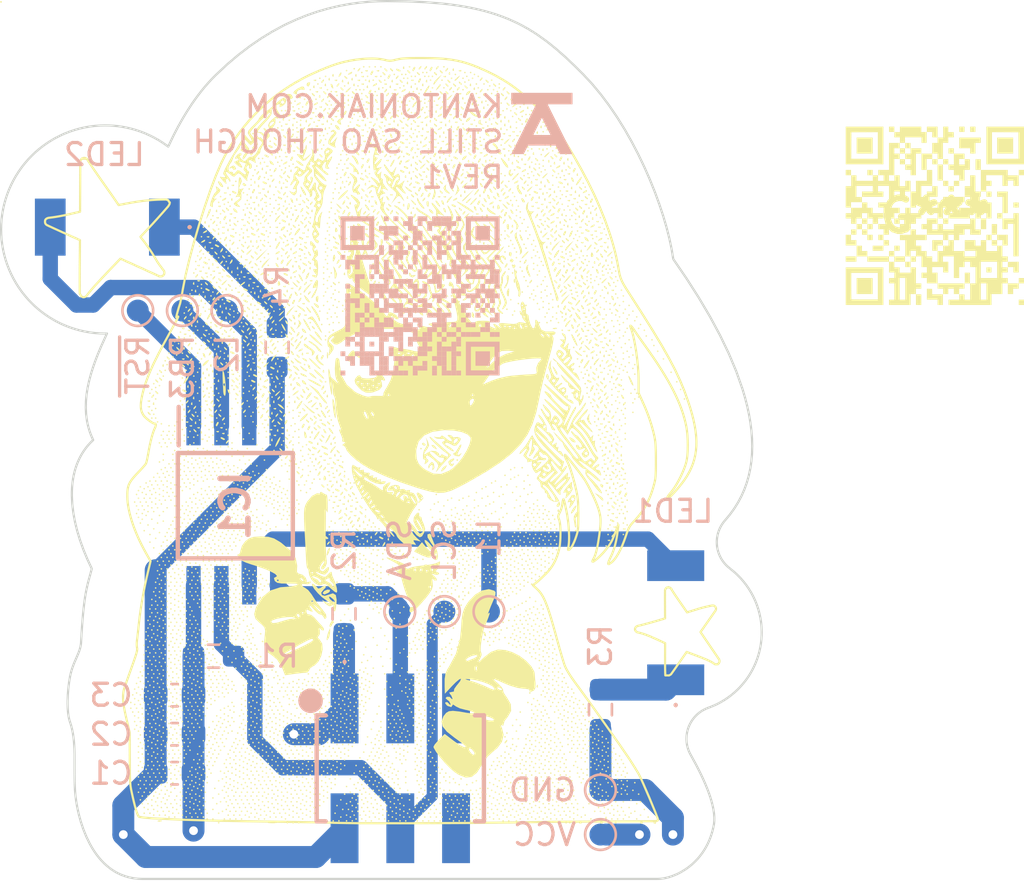
<source format=kicad_pcb>
(kicad_pcb (version 20240108) (generator "pcbnew") (generator_version "8.0")
  (layers (0 "F.Cu" signal) (1 "In1.Cu" signal) (2 "In2.Cu" signal) (31 "B.Cu" signal) (34 "B.Paste" user) (35 "F.Paste" user) (36 "B.SilkS" user "B.Silkscreen") (37 "F.SilkS" user "F.Silkscreen") (38 "B.Mask" user) (39 "F.Mask" user) (44 "Edge.Cuts" user))
  (net 0 "")
  (net 1 "GND")
  (net 2 "+3V3")
  (net 3 "LED2")
  (net 4 "LED1")
  (net 5 "PIN_PB3")
  (net 6 "~RST")
  (net 7 "SCL")
  (net 8 "SDA")
  (net 11 "Net-(LED1-Pad1)")
  (net 12 "Net-(LED2-Pad1)")
  (footprint "SamacSys_Parts:github-repo-qr" (layer "F.Cu") (at 82.55 49.784)
    (property "Reference" "G***")
    (property "Value" "LOGO" (hide yes))
  )
  (footprint "SamacSys_Parts:menhera-dithered-body" (layer "F.Cu") (at 57.35 60)
    (property "Reference" "G***" (hide yes))
    (property "Value" "LOGO" (hide yes))
  )
  (footprint "SamacSys_Parts:menhera-dithered-face" (layer "F.Cu") (at 57.35 60)
    (property "Reference" "G***" (hide yes))
    (property "Value" "LOGO" (hide yes))
  )
  (footprint "TestPoint:TestPoint_Pad_D1.0mm" (layer "B.Cu") (at 48.26 54.102 180)
    (property "Reference" "TP_PB3" (hide yes))
    (property "Value" "PB3")
  )
  (footprint "TestPoint:TestPoint_Pad_D1.0mm" (layer "B.Cu") (at 67.31 77.978 180)
    (property "Reference" "TP_3V3" (hide yes))
    (property "Value" "3V3")
  )
  (footprint "SamacSys_Parts:AA3528SECKT09" (layer "B.Cu") (at 44.84 50.3 180)
    (property "Reference" "LED2")
    (property "Value" "AA3528SECKT09" (hide yes))
  )
  (footprint "TestPoint:TestPoint_Pad_D1.0mm" (layer "B.Cu") (at 67.31 75.946 180)
    (property "Reference" "TP_GND1" (hide yes))
    (property "Value" "GND")
  )
  (footprint "TestPoint:TestPoint_Pad_D1.0mm" (layer "B.Cu") (at 58.166 67.818 180)
    (property "Reference" "TP_SDA1" (hide yes))
    (property "Value" "SDA")
  )
  (footprint "Capacitor_SMD:C_0603_1608Metric_Pad1.08x0.95mm_HandSolder" (layer "B.Cu") (at 47.9055 75.184 180)
    (property "Reference" "C1")
    (property "Value" "0.1 uF")
  )
  (footprint "Resistor_SMD:R_0603_1608Metric_Pad0.98x0.95mm_HandSolder" (layer "B.Cu") (at 55.626 67.9215 90)
    (property "Reference" "R2")
    (property "Value" "4k7R")
  )
  (footprint "TestPoint:TestPoint_Pad_D1.0mm" (layer "B.Cu") (at 60.198 67.818 180)
    (property "Reference" "TP_SCL1" (hide yes))
    (property "Value" "SCL")
  )
  (footprint "Capacitor_SMD:C_0603_1608Metric_Pad1.08x0.95mm_HandSolder" (layer "B.Cu") (at 47.9055 71.628 180)
    (property "Reference" "C3")
    (property "Value" "0.1 uF")
  )
  (footprint "TestPoint:TestPoint_Pad_D1.0mm" (layer "B.Cu") (at 62.23 67.818 180)
    (property "Reference" "TP_LED1" (hide yes))
    (property "Value" "LED1")
  )
  (footprint "SamacSys_Parts:SOIC127P798X216-8N" (layer "B.Cu") (at 50.673 62.992 -90)
    (property "Reference" "IC1")
    (property "Value" "ATTINY85-20SUR" (hide yes))
  )
  (footprint "Capacitor_SMD:C_0603_1608Metric_Pad1.08x0.95mm_HandSolder" (layer "B.Cu") (at 47.9055 73.406 180)
    (property "Reference" "C2")
    (property "Value" "0.1 uF")
  )
  (footprint "TestPoint:TestPoint_Pad_D1.0mm" (layer "B.Cu") (at 50.292 54.102 180)
    (property "Reference" "TP_LED2" (hide yes))
    (property "Value" "LED2")
  )
  (footprint "Resistor_SMD:R_0603_1608Metric_Pad0.98x0.95mm_HandSolder" (layer "B.Cu") (at 67.31 72.2865 -90)
    (property "Reference" "R3")
    (property "Value" "330R")
  )
  (footprint "SamacSys_Parts:AA3528SECKT09" (layer "B.Cu") (at 70.739 68.326 90)
    (property "Reference" "LED1")
    (property "Value" "AA3528SECKT09" (hide yes))
  )
  (footprint "SamacSys_Parts:10129383906002BLF" (layer "B.Cu") (at 58.19 74.96)
    (property "Reference" "J1" (hide yes))
    (property "Value" "10129383-906002BLF" (hide yes))
  )
  (footprint "Resistor_SMD:R_0603_1608Metric_Pad0.98x0.95mm_HandSolder" (layer "B.Cu") (at 49.6805 69.85)
    (property "Reference" "R1")
    (property "Value" "4k7R")
  )
  (footprint "TestPoint:TestPoint_Pad_D1.0mm" (layer "B.Cu") (at 46.228 54.102 180)
    (property "Reference" "TP_NRST1" (hide yes))
    (property "Value" "~RST")
  )
  (footprint "Resistor_SMD:R_0603_1608Metric_Pad0.98x0.95mm_HandSolder" (layer "B.Cu") (at 52.578 55.7765 -90)
    (property "Reference" "R4")
    (property "Value" "330R")
  )
  (gr_poly (pts (xy 57.442445 53.761502) (xy 57.66212 53.761502) (xy 57.66212 53.541826) (xy 57.442445 53.541826)) (stroke (width -0.000001)) (fill solid) (layer "B.SilkS"))
  (gr_poly (pts (xy 61.616281 53.322151) (xy 61.835957 53.322151) (xy 61.835957 53.102475) (xy 61.616281 53.102475)) (stroke (width -0.000001)) (fill solid) (layer "B.SilkS"))
  (gr_poly (pts (xy 60.957255 51.784421) (xy 61.17693 51.784421) (xy 61.17693 51.564745) (xy 60.957255 51.564745)) (stroke (width -0.000001)) (fill solid) (layer "B.SilkS"))
  (gr_poly (pts (xy 58.980174 55.518907) (xy 59.199849 55.518907) (xy 59.199849 55.299231) (xy 58.980174 55.299231)) (stroke (width -0.000001)) (fill solid) (layer "B.SilkS"))
  (gr_poly (pts (xy 55.904715 50.905719) (xy 56.563742 50.905719) (xy 56.563742 50.246692) (xy 55.904715 50.246692)) (stroke (width -0.000001)) (fill solid) (layer "B.SilkS"))
  (gr_poly (pts (xy 57.881796 54.200853) (xy 58.101471 54.200853) (xy 58.101471 53.981178) (xy 57.881796 53.981178)) (stroke (width -0.000001)) (fill solid) (layer "B.SilkS"))
  (gr_poly (pts (xy 59.199849 55.958258) (xy 59.419525 55.958258) (xy 59.419525 55.738583) (xy 59.199849 55.738583)) (stroke (width -0.000001)) (fill solid) (layer "B.SilkS"))
  (gr_poly (pts (xy 56.12439 51.784421) (xy 56.344066 51.784421) (xy 56.344066 51.564745) (xy 56.12439 51.564745)) (stroke (width -0.000001)) (fill solid) (layer "B.SilkS"))
  (gr_poly (pts (xy 60.737579 52.663124) (xy 60.957255 52.663124) (xy 60.957255 52.443448) (xy 60.737579 52.443448)) (stroke (width -0.000001)) (fill solid) (layer "B.SilkS"))
  (gr_poly (pts (xy 59.858876 54.640204) (xy 60.078552 54.640204) (xy 60.078552 54.420529) (xy 59.858876 54.420529)) (stroke (width -0.000001)) (fill solid) (layer "B.SilkS"))
  (gr_poly (pts (xy 57.222769 57.056636) (xy 57.442445 57.056636) (xy 57.442445 56.836961) (xy 57.222769 56.836961)) (stroke (width -0.000001)) (fill solid) (layer "B.SilkS"))
  (gr_poly (pts (xy 60.517904 50.686043) (xy 60.737579 50.686043) (xy 60.737579 50.466367) (xy 60.517904 50.466367)) (stroke (width -0.000001)) (fill solid) (layer "B.SilkS"))
  (gr_poly (pts (xy 59.199849 55.738583) (xy 59.419525 55.738583) (xy 59.419525 55.518907) (xy 59.199849 55.518907)) (stroke (width -0.000001)) (fill solid) (layer "B.SilkS"))
  (gr_poly (pts (xy 61.17693 51.34507) (xy 62.71466 51.34507) (xy 62.71466 51.11441) (xy 62.484 51.11441) (xy 61.40759 51.11441) (xy 61.40759 50.038) (xy 62.484 50.038) (xy 62.484 51.11441) (xy 62.71466 51.11441) (xy 62.71466 49.80734) (xy 61.17693 49.80734)) (stroke (width -0.000001)) (fill solid) (layer "B.SilkS"))
  (gr_poly (pts (xy 58.321147 54.640204) (xy 58.540822 54.640204) (xy 58.540822 54.420529) (xy 58.321147 54.420529)) (stroke (width -0.000001)) (fill solid) (layer "B.SilkS"))
  (gr_poly (pts (xy 56.12439 54.640204) (xy 56.344066 54.640204) (xy 56.344066 54.420529) (xy 56.12439 54.420529)) (stroke (width -0.000001)) (fill solid) (layer "B.SilkS"))
  (gr_poly (pts (xy 57.222769 53.102475) (xy 57.442445 53.102475) (xy 57.442445 52.8828) (xy 57.222769 52.8828)) (stroke (width -0.000001)) (fill solid) (layer "B.SilkS"))
  (gr_poly (pts (xy 59.858876 55.958258) (xy 60.078552 55.958258) (xy 60.078552 55.738583) (xy 59.858876 55.738583)) (stroke (width -0.000001)) (fill solid) (layer "B.SilkS"))
  (gr_poly (pts (xy 61.17693 51.784421) (xy 61.396606 51.784421) (xy 61.396606 51.564745) (xy 61.17693 51.564745)) (stroke (width -0.000001)) (fill solid) (layer "B.SilkS"))
  (gr_poly (pts (xy 57.881796 55.299231) (xy 58.101471 55.299231) (xy 58.101471 55.079555) (xy 57.881796 55.079555)) (stroke (width -0.000001)) (fill solid) (layer "B.SilkS"))
  (gr_poly (pts (xy 56.12439 53.761502) (xy 56.344066 53.761502) (xy 56.344066 53.541826) (xy 56.12439 53.541826)) (stroke (width -0.000001)) (fill solid) (layer "B.SilkS"))
  (gr_poly (pts (xy 57.442445 56.617285) (xy 57.66212 56.617285) (xy 57.66212 56.39761) (xy 57.442445 56.39761)) (stroke (width -0.000001)) (fill solid) (layer "B.SilkS"))
  (gr_poly (pts (xy 59.199849 52.004096) (xy 59.419525 52.004096) (xy 59.419525 51.784421) (xy 59.199849 51.784421)) (stroke (width -0.000001)) (fill solid) (layer "B.SilkS"))
  (gr_circle (center 54.102 71.882) (end 54.61 71.882) (stroke (width 0.1)) (fill solid) (layer "B.SilkS"))
  (gr_poly (pts (xy 57.881796 56.39761) (xy 58.101471 56.39761) (xy 58.101471 56.177934) (xy 57.881796 56.177934)) (stroke (width -0.000001)) (fill solid) (layer "B.SilkS"))
  (gr_poly (pts (xy 55.685039 53.981178) (xy 55.904715 53.981178) (xy 55.904715 53.761502) (xy 55.685039 53.761502)) (stroke (width -0.000001)) (fill solid) (layer "B.SilkS"))
  (gr_poly (pts (xy 59.858876 53.541826) (xy 60.078552 53.541826) (xy 60.078552 53.322151) (xy 59.858876 53.322151)) (stroke (width -0.000001)) (fill solid) (layer "B.SilkS"))
  (gr_poly (pts (xy 57.881796 51.125394) (xy 58.101471 51.125394) (xy 58.101471 50.905719) (xy 57.881796 50.905719)) (stroke (width -0.000001)) (fill solid) (layer "B.SilkS"))
  (gr_poly (pts (xy 60.957255 53.981178) (xy 61.17693 53.981178) (xy 61.17693 53.761502) (xy 60.957255 53.761502)) (stroke (width -0.000001)) (fill solid) (layer "B.SilkS"))
  (gr_poly (pts (xy 59.858876 56.617285) (xy 60.078552 56.617285) (xy 60.078552 56.39761) (xy 59.858876 56.39761)) (stroke (width -0.000001)) (fill solid) (layer "B.SilkS"))
  (gr_poly (pts (xy 60.517904 52.223772) (xy 60.737579 52.223772) (xy 60.737579 52.004097) (xy 60.517904 52.004097)) (stroke (width -0.000001)) (fill solid) (layer "B.SilkS"))
  (gr_poly (pts (xy 57.442445 56.836961) (xy 57.66212 56.836961) (xy 57.66212 56.617285) (xy 57.442445 56.617285)) (stroke (width -0.000001)) (fill solid) (layer "B.SilkS"))
  (gr_poly (pts (xy 66.038007 44.702802) (xy 66.027231 44.703201) (xy 65.463241 44.7036) (xy 65.071981 44.704149) (xy 64.95235 44.704779) (xy 64.907634 44.705596) (xy 65.071931 45.039629) (xy 65.471224 45.840361) (xy 66.038007 46.973928) (xy 65.753818 46.973529) (xy 65.469228 46.973529) (xy 65.373434 46.779944) (xy 65.335952 46.704525) (xy 65.304681 46.642389) (xy 65.282841 46.599937) (xy 65.276462 46.588091) (xy 65.274584 46.584863) (xy 65.273648 46.583566) (xy 64.641754 46.580971) (xy 64.009561 46.583167) (xy 64.006729 46.587674) (xy 64.0003 46.599469) (xy 63.978278 46.641741) (xy 63.946752 46.703621) (xy 63.908977 46.778747) (xy 63.811985 46.971932) (xy 63.528194 46.973129) (xy 63.244004 46.973928) (xy 63.681665 46.098607) (xy 64.251442 46.098607) (xy 64.37444 46.100247) (xy 64.642702 46.100951) (xy 64.910515 46.100683) (xy 65.032166 46.099405) (xy 64.974839 45.983005) (xy 64.836985 45.707047) (xy 64.746879 45.52737) (xy 64.712911 45.460343) (xy 64.68581 45.40749) (xy 64.665182 45.368032) (xy 64.650635 45.341194) (xy 64.645519 45.332265) (xy 64.641776 45.3262) (xy 64.639357 45.322902) (xy 64.638628 45.322259) (xy 64.638212 45.322273) (xy 64.441684 45.713134) (xy 64.251442 46.098607) (xy 63.681665 46.098607) (xy 63.807195 45.847545) (xy 64.37358 44.712381) (xy 64.377172 44.7036) (xy 63.811586 44.7036) (xy 63.246 44.704) (xy 63.244802 44.441762) (xy 63.244004 44.179924) (xy 66.038007 44.179924)) (stroke (width -0.000001)) (fill solid) (layer "B.SilkS"))
  (gr_poly (pts (xy 60.078552 54.85988) (xy 60.298228 54.85988) (xy 60.298228 54.640204) (xy 60.078552 54.640204)) (stroke (width -0.000001)) (fill solid) (layer "B.SilkS"))
  (gr_poly (pts (xy 55.685039 55.738583) (xy 55.904715 55.738583) (xy 55.904715 55.518907) (xy 55.685039 55.518907)) (stroke (width -0.000001)) (fill solid) (layer "B.SilkS"))
  (gr_poly (pts (xy 59.639201 52.663124) (xy 59.858876 52.663124) (xy 59.858876 52.443448) (xy 59.639201 52.443448)) (stroke (width -0.000001)) (fill solid) (layer "B.SilkS"))
  (gr_poly (pts (xy 59.858876 54.200853) (xy 60.078552 54.200853) (xy 60.078552 53.981178) (xy 59.858876 53.981178)) (stroke (width -0.000001)) (fill solid) (layer "B.SilkS"))
  (gr_poly (pts (xy 58.321147 53.541826) (xy 58.540822 53.541826) (xy 58.540822 53.322151) (xy 58.321147 53.322151)) (stroke (width -0.000001)) (fill solid) (layer "B.SilkS"))
  (gr_poly (pts (xy 57.003093 55.079555) (xy 57.222769 55.079555) (xy 57.222769 54.85988) (xy 57.003093 54.85988)) (stroke (width -0.000001)) (fill solid) (layer "B.SilkS"))
  (gr_poly (pts (xy 60.737579 51.34507) (xy 60.957255 51.34507) (xy 60.957255 51.125394) (xy 60.737579 51.125394)) (stroke (width -0.000001)) (fill solid) (layer "B.SilkS"))
  (gr_poly (pts (xy 58.760498 50.686043) (xy 58.980174 50.686043) (xy 58.980174 50.466367) (xy 58.760498 50.466367)) (stroke (width -0.000001)) (fill solid) (layer "B.SilkS"))
  (gr_poly (pts (xy 57.222769 53.322151) (xy 57.442445 53.322151) (xy 57.442445 53.102475) (xy 57.222769 53.102475)) (stroke (width -0.000001)) (fill solid) (layer "B.SilkS"))
  (gr_poly (pts (xy 60.957255 52.223772) (xy 61.17693 52.223772) (xy 61.17693 52.004097) (xy 60.957255 52.004097)) (stroke (width -0.000001)) (fill solid) (layer "B.SilkS"))
  (gr_poly (pts (xy 59.639201 50.027016) (xy 59.858876 50.027016) (xy 59.858876 49.80734) (xy 59.639201 49.80734)) (stroke (width -0.000001)) (fill solid) (layer "B.SilkS"))
  (gr_poly (pts (xy 60.298228 55.299231) (xy 60.517903 55.299231) (xy 60.517903 55.079555) (xy 60.298228 55.079555)) (stroke (width -0.000001)) (fill solid) (layer "B.SilkS"))
  (gr_poly (pts (xy 62.055633 54.85988) (xy 62.275308 54.85988) (xy 62.275308 54.640204) (xy 62.055633 54.640204)) (stroke (width -0.000001)) (fill solid) (layer "B.SilkS"))
  (gr_poly (pts (xy 57.222769 55.299231) (xy 57.442445 55.299231) (xy 57.442445 55.079555) (xy 57.222769 55.079555)) (stroke (width -0.000001)) (fill solid) (layer "B.SilkS"))
  (gr_poly (pts (xy 56.12439 52.004096) (xy 56.344066 52.004096) (xy 56.344066 51.784421) (xy 56.12439 51.784421)) (stroke (width -0.000001)) (fill solid) (layer "B.SilkS"))
  (gr_poly (pts (xy 57.66212 53.322151) (xy 57.881796 53.322151) (xy 57.881796 53.102475) (xy 57.66212 53.102475)) (stroke (width -0.000001)) (fill solid) (layer "B.SilkS"))
  (gr_poly (pts (xy 56.783417 56.177934) (xy 57.003093 56.177934) (xy 57.003093 55.958258) (xy 56.783417 55.958258)) (stroke (width -0.000001)) (fill solid) (layer "B.SilkS"))
  (gr_poly (pts (xy 58.321147 52.443448) (xy 58.540822 52.443448) (xy 58.540822 52.223772) (xy 58.321147 52.223772)) (stroke (width -0.000001)) (fill solid) (layer "B.SilkS"))
  (gr_poly (pts (xy 60.298228 50.246692) (xy 60.517903 50.246692) (xy 60.517903 50.027016) (xy 60.298228 50.027016)) (stroke (width -0.000001)) (fill solid) (layer "B.SilkS"))
  (gr_poly (pts (xy 61.616281 55.299231) (xy 61.835957 55.299231) (xy 61.835957 55.079555) (xy 61.616281 55.079555)) (stroke (width -0.000001)) (fill solid) (layer "B.SilkS"))
  (gr_poly (pts (xy 43.658172 49.806636) (xy 43.658172 49.806635) (xy 43.658176 49.806635)) (stroke (width -0.000001)) (fill solid) (layer "B.SilkS"))
  (gr_poly (pts (xy 58.760498 55.299231) (xy 58.980174 55.299231) (xy 58.980174 55.079555) (xy 58.760498 55.079555)) (stroke (width -0.000001)) (fill solid) (layer "B.SilkS"))
  (gr_poly (pts (xy 58.760498 56.39761) (xy 58.980174 56.39761) (xy 58.980174 56.177934) (xy 58.760498 56.177934)) (stroke (width -0.000001)) (fill solid) (layer "B.SilkS"))
  (gr_poly (pts (xy 57.003093 52.223772) (xy 57.222769 52.223772) (xy 57.222769 52.004097) (xy 57.003093 52.004097)) (stroke (width -0.000001)) (fill solid) (layer "B.SilkS"))
  (gr_poly (pts (xy 58.760498 53.541826) (xy 58.980174 53.541826) (xy 58.980174 53.322151) (xy 58.760498 53.322151)) (stroke (width -0.000001)) (fill solid) (layer "B.SilkS"))
  (gr_poly (pts (xy 60.298228 50.466367) (xy 60.517903 50.466367) (xy 60.517903 50.246692) (xy 60.298228 50.246692)) (stroke (width -0.000001)) (fill solid) (layer "B.SilkS"))
  (gr_poly (pts (xy 58.540822 56.39761) (xy 58.760498 56.39761) (xy 58.760498 56.177934) (xy 58.540822 56.177934)) (stroke (width -0.000001)) (fill solid) (layer "B.SilkS"))
  (gr_poly (pts (xy 55.685039 53.102475) (xy 55.904715 53.102475) (xy 55.904715 52.8828) (xy 55.685039 52.8828)) (stroke (width -0.000001)) (fill solid) (layer "B.SilkS"))
  (gr_poly (pts (xy 58.540822 51.34507) (xy 58.760498 51.34507) (xy 58.760498 51.125394) (xy 58.540822 51.125394)) (stroke (width -0.000001)) (fill solid) (layer "B.SilkS"))
  (gr_poly (pts (xy 60.078552 53.322151) (xy 60.298228 53.322151) (xy 60.298228 53.102475) (xy 60.078552 53.102475)) (stroke (width -0.000001)) (fill solid) (layer "B.SilkS"))
  (gr_poly (pts (xy 59.858876 52.882799) (xy 60.078552 52.882799) (xy 60.078552 52.663124) (xy 59.858876 52.663124)) (stroke (width -0.000001)) (fill solid) (layer "B.SilkS"))
  (gr_poly (pts (xy 60.078552 55.958258) (xy 60.298228 55.958258) (xy 60.298228 55.738583) (xy 60.078552 55.738583)) (stroke (width -0.000001)) (fill solid) (layer "B.SilkS"))
  (gr_poly (pts (xy 58.101471 53.541826) (xy 58.321147 53.541826) (xy 58.321147 53.322151) (xy 58.101471 53.322151)) (stroke (width -0.000001)) (fill solid) (layer "B.SilkS"))
  (gr_poly (pts (xy 62.275308 53.541826) (xy 62.494984 53.541826) (xy 62.494984 53.322151) (xy 62.275308 53.322151)) (stroke (width -0.000001)) (fill solid) (layer "B.SilkS"))
  (gr_poly (pts (xy 57.881796 51.564745) (xy 58.101471 51.564745) (xy 58.101471 51.34507) (xy 57.881796 51.34507)) (stroke (width -0.000001)) (fill solid) (layer "B.SilkS"))
  (gr_poly (pts (xy 57.003093 53.102475) (xy 57.222769 53.102475) (xy 57.222769 52.8828) (xy 57.003093 52.8828)) (stroke (width -0.000001)) (fill solid) (layer "B.SilkS"))
  (gr_poly (pts (xy 56.783417 55.738583) (xy 57.003093 55.738583) (xy 57.003093 55.518907) (xy 56.783417 55.518907)) (stroke (width -0.000001)) (fill solid) (layer "B.SilkS"))
  (gr_poly (pts (xy 60.737579 55.518907) (xy 60.957255 55.518907) (xy 60.957255 55.299231) (xy 60.737579 55.299231)) (stroke (width -0.000001)) (fill solid) (layer "B.SilkS"))
  (gr_poly (pts (xy 58.980174 50.027016) (xy 59.199849 50.027016) (xy 59.199849 49.80734) (xy 58.980174 49.80734)) (stroke (width -0.000001)) (fill solid) (layer "B.SilkS"))
  (gr_poly (pts (xy 57.442445 53.981178) (xy 57.66212 53.981178) (xy 57.66212 53.761502) (xy 57.442445 53.761502)) (stroke (width -0.000001)) (fill solid) (layer "B.SilkS"))
  (gr_poly (pts (xy 60.517904 56.177934) (xy 60.737579 56.177934) (xy 60.737579 55.958258) (xy 60.517904 55.958258)) (stroke (width -0.000001)) (fill solid) (layer "B.SilkS"))
  (gr_poly (pts (xy 62.055633 55.079555) (xy 62.275308 55.079555) (xy 62.275308 54.85988) (xy 62.055633 54.85988)) (stroke (width -0.000001)) (fill solid) (layer "B.SilkS"))
  (gr_poly (pts (xy 59.858876 51.125394) (xy 60.078552 51.125394) (xy 60.078552 50.905719) (xy 59.858876 50.905719)) (stroke (width -0.000001)) (fill solid) (layer "B.SilkS"))
  (gr_poly (pts (xy 60.078552 51.564745) (xy 60.298228 51.564745) (xy 60.298228 51.34507) (xy 60.078552 51.34507)) (stroke (width -0.000001)) (fill solid) (layer "B.SilkS"))
  (gr_poly (pts (xy 59.639201 54.420529) (xy 59.858876 54.420529) (xy 59.858876 54.200853) (xy 59.639201 54.200853)) (stroke (width -0.000001)) (fill solid) (layer "B.SilkS"))
  (gr_poly (pts (xy 59.858876 54.420529) (xy 60.078552 54.420529) (xy 60.078552 54.200853) (xy 59.858876 54.200853)) (stroke (width -0.000001)) (fill solid) (layer "B.SilkS"))
  (gr_poly (pts (xy 57.442445 52.443448) (xy 57.66212 52.443448) (xy 57.66212 52.223772) (xy 57.442445 52.223772)) (stroke (width -0.000001)) (fill solid) (layer "B.SilkS"))
  (gr_poly (pts (xy 60.957255 54.640204) (xy 61.17693 54.640204) (xy 61.17693 54.420529) (xy 60.957255 54.420529)) (stroke (width -0.000001)) (fill solid) (layer "B.SilkS"))
  (gr_poly (pts (xy 56.344066 56.39761) (xy 56.563742 56.39761) (xy 56.563742 56.177934) (xy 56.344066 56.177934)) (stroke (width -0.000001)) (fill solid) (layer "B.SilkS"))
  (gr_poly (pts (xy 62.494984 53.541826) (xy 62.71466 53.541826) (xy 62.71466 53.322151) (xy 62.494984 53.322151)) (stroke (width -0.000001)) (fill solid) (layer "B.SilkS"))
  (gr_poly (pts (xy 60.957255 53.322151) (xy 61.17693 53.322151) (xy 61.17693 53.102475) (xy 60.957255 53.102475)) (stroke (width -0.000001)) (fill solid) (layer "B.SilkS"))
  (gr_poly (pts (xy 57.881796 50.686043) (xy 58.101471 50.686043) (xy 58.101471 50.466367) (xy 57.881796 50.466367)) (stroke (width -0.000001)) (fill solid) (layer "B.SilkS"))
  (gr_poly (pts (xy 61.396606 52.004096) (xy 61.616281 52.004096) (xy 61.616281 51.784421) (xy 61.396606 51.784421)) (stroke (width -0.000001)) (fill solid) (layer "B.SilkS"))
  (gr_poly (pts (xy 60.078552 57.056636) (xy 60.298228 57.056636) (xy 60.298228 56.836961) (xy 60.078552 56.836961)) (stroke (width -0.000001)) (fill solid) (layer "B.SilkS"))
  (gr_poly (pts (xy 62.275308 52.882799) (xy 62.494984 52.882799) (xy 62.494984 52.663124) (xy 62.275308 52.663124)) (stroke (width -0.000001)) (fill solid) (layer "B.SilkS"))
  (gr_poly (pts (xy 60.078552 55.518907) (xy 60.298228 55.518907) (xy 60.298228 55.299231) (xy 60.078552 55.299231)) (stroke (width -0.000001)) (fill solid) (layer "B.SilkS"))
  (gr_poly (pts (xy 57.003093 53.981178) (xy 57.222769 53.981178) (xy 57.222769 53.761502) (xy 57.003093 53.761502)) (stroke (width -0.000001)) (fill solid) (layer "B.SilkS"))
  (gr_poly (pts (xy 57.222769 52.663124) (xy 57.442445 52.663124) (xy 57.442445 52.443448) (xy 57.222769 52.443448)) (stroke (width -0.000001)) (fill solid) (layer "B.SilkS"))
  (gr_poly (pts (xy 62.275308 55.299231) (xy 62.494984 55.299231) (xy 62.494984 55.079555) (xy 62.275308 55.079555)) (stroke (width -0.000001)) (fill solid) (layer "B.SilkS"))
  (gr_poly (pts (xy 58.321147 51.564745) (xy 58.540822 51.564745) (xy 58.540822 51.34507) (xy 58.321147 51.34507)) (stroke (width -0.000001)) (fill solid) (layer "B.SilkS"))
  (gr_poly (pts (xy 62.275308 53.761502) (xy 62.494984 53.761502) (xy 62.494984 53.541826) (xy 62.275308 53.541826)) (stroke (width -0.000001)) (fill solid) (layer "B.SilkS"))
  (gr_poly (pts (xy 56.783417 56.39761) (xy 57.003093 56.39761) (xy 57.003093 56.177934) (xy 56.783417 56.177934)) (stroke (width -0.000001)) (fill solid) (layer "B.SilkS"))
  (gr_poly (pts (xy 59.419525 55.518907) (xy 59.6392 55.518907) (xy 59.6392 55.299231) (xy 59.419525 55.299231)) (stroke (width -0.000001)) (fill solid) (layer "B.SilkS"))
  (gr_poly (pts (xy 58.760498 51.125394) (xy 58.980174 51.125394) (xy 58.980174 50.905719) (xy 58.760498 50.905719)) (stroke (width -0.000001)) (fill solid) (layer "B.SilkS"))
  (gr_poly (pts (xy 57.003093 53.322151) (xy 57.222769 53.322151) (xy 57.222769 53.102475) (xy 57.003093 53.102475)) (stroke (width -0.000001)) (fill solid) (layer "B.SilkS"))
  (gr_poly (pts (xy 57.881796 56.836961) (xy 58.101471 56.836961) (xy 58.101471 56.617285) (xy 57.881796 56.617285)) (stroke (width -0.000001)) (fill solid) (layer "B.SilkS"))
  (gr_poly (pts (xy 58.980174 54.85988) (xy 59.199849 54.85988) (xy 59.199849 54.640204) (xy 58.980174 54.640204)) (stroke (width -0.000001)) (fill solid) (layer "B.SilkS"))
  (gr_poly (pts (xy 58.101471 55.958258) (xy 58.321147 55.958258) (xy 58.321147 55.738583) (xy 58.101471 55.738583)) (stroke (width -0.000001)) (fill solid) (layer "B.SilkS"))
  (gr_poly (pts (xy 57.442445 52.882799) (xy 57.66212 52.882799) (xy 57.66212 52.663124) (xy 57.442445 52.663124)) (stroke (width -0.000001)) (fill solid) (layer "B.SilkS"))
  (gr_poly (pts (xy 55.685039 52.223772) (xy 55.904715 52.223772) (xy 55.904715 52.004097) (xy 55.685039 52.004097)) (stroke (width -0.000001)) (fill solid) (layer "B.SilkS"))
  (gr_poly (pts (xy 58.101471 51.125394) (xy 58.321147 51.125394) (xy 58.321147 50.905719) (xy 58.101471 50.905719)) (stroke (width -0.000001)) (fill solid) (layer "B.SilkS"))
  (gr_poly (pts (xy 59.419525 55.299231) (xy 59.6392 55.299231) (xy 59.6392 55.079555) (xy 59.419525 55.079555)) (stroke (width -0.000001)) (fill solid) (layer "B.SilkS"))
  (gr_poly (pts (xy 60.078552 56.177934) (xy 60.298228 56.177934) (xy 60.298228 55.958258) (xy 60.078552 55.958258)) (stroke (width -0.000001)) (fill solid) (layer "B.SilkS"))
  (gr_poly (pts (xy 58.101471 51.34507) (xy 58.321147 51.34507) (xy 58.321147 51.125394) (xy 58.101471 51.125394)) (stroke (width -0.000001)) (fill solid) (layer "B.SilkS"))
  (gr_poly (pts (xy 59.419525 51.34507) (xy 59.6392 51.34507) (xy 59.6392 51.125394) (xy 59.419525 51.125394)) (stroke (width -0.000001)) (fill solid) (layer "B.SilkS"))
  (gr_poly (pts (xy 58.540822 53.102475) (xy 58.760498 53.102475) (xy 58.760498 52.8828) (xy 58.540822 52.8828)) (stroke (width -0.000001)) (fill solid) (layer "B.SilkS"))
  (gr_poly (pts (xy 60.737579 50.905719) (xy 60.957255 50.905719) (xy 60.957255 50.686043) (xy 60.737579 50.686043)) (stroke (width -0.000001)) (fill solid) (layer "B.SilkS"))
  (gr_poly (pts (xy 57.003093 56.177934) (xy 57.222769 56.177934) (xy 57.222769 55.958258) (xy 57.003093 55.958258)) (stroke (width -0.000001)) (fill solid) (layer "B.SilkS"))
  (gr_poly (pts (xy 58.980174 50.246692) (xy 59.199849 50.246692) (xy 59.199849 50.027016) (xy 58.980174 50.027016)) (stroke (width -0.000001)) (fill solid) (layer "B.SilkS"))
  (gr_poly (pts (xy 57.442445 54.85988) (xy 57.66212 54.85988) (xy 57.66212 54.640204) (xy 57.442445 54.640204)) (stroke (width -0.000001)) (fill solid) (layer "B.SilkS"))
  (gr_poly (pts (xy 62.494984 51.784421) (xy 62.71466 51.784421) (xy 62.71466 51.564745) (xy 62.494984 51.564745)) (stroke (width -0.000001)) (fill solid) (layer "B.SilkS"))
  (gr_poly (pts (xy 56.12439 56.177934) (xy 56.344066 56.177934) (xy 56.344066 55.958258) (xy 56.12439 55.958258)) (stroke (width -0.000001)) (fill solid) (layer "B.SilkS"))
  (gr_poly (pts (xy 57.442445 55.299231) (xy 57.66212 55.299231) (xy 57.66212 55.079555) (xy 57.442445 55.079555)) (stroke (width -0.000001)) (fill solid) (layer "B.SilkS"))
  (gr_poly (pts (xy 56.344066 55.958258) (xy 56.563742 55.958258) (xy 56.563742 55.738583) (xy 56.344066 55.738583)) (stroke (width -0.000001)) (fill solid) (layer "B.SilkS"))
  (gr_poly (pts (xy 56.344066 55.299231) (xy 56.563742 55.299231) (xy 56.563742 55.079555) (xy 56.344066 55.079555)) (stroke (width -0.000001)) (fill solid) (layer "B.SilkS"))
  (gr_poly (pts (xy 58.540822 52.223772) (xy 58.760498 52.223772) (xy 58.760498 52.004097) (xy 58.540822 52.004097)) (stroke (width -0.000001)) (fill solid) (layer "B.SilkS"))
  (gr_poly (pts (xy 57.442445 54.200853) (xy 57.66212 54.200853) (xy 57.66212 53.981178) (xy 57.442445 53.981178)) (stroke (width -0.000001)) (fill solid) (layer "B.SilkS"))
  (gr_poly (pts (xy 57.881796 50.027016) (xy 58.101471 50.027016) (xy 58.101471 49.80734) (xy 57.881796 49.80734)) (stroke (width -0.000001)) (fill solid) (layer "B.SilkS"))
  (gr_poly (pts (xy 58.980174 54.640204) (xy 59.199849 54.640204) (xy 59.199849 54.420529) (xy 58.980174 54.420529)) (stroke (width -0.000001)) (fill solid) (layer "B.SilkS"))
  (gr_poly (pts (xy 56.783417 52.223772) (xy 57.003093 52.223772) (xy 57.003093 52.004097) (xy 56.783417 52.004097)) (stroke (width -0.000001)) (fill solid) (layer "B.SilkS"))
  (gr_poly (pts (xy 56.344066 54.85988) (xy 56.563742 54.85988) (xy 56.563742 54.640204) (xy 56.344066 54.640204)) (stroke (width -0.000001)) (fill solid) (layer "B.SilkS"))
  (gr_poly (pts (xy 56.12439 52.882799) (xy 56.344066 52.882799) (xy 56.344066 52.663124) (xy 56.12439 52.663124)) (stroke (width -0.000001)) (fill solid) (layer "B.SilkS"))
  (gr_poly (pts (xy 60.078552 50.027016) (xy 60.298228 50.027016) (xy 60.298228 49.80734) (xy 60.078552 49.80734)) (stroke (width -0.000001)) (fill solid) (layer "B.SilkS"))
  (gr_poly (pts (xy 59.419525 51.564745) (xy 59.6392 51.564745) (xy 59.6392 51.34507) (xy 59.419525 51.34507)) (stroke (width -0.000001)) (fill solid) (layer "B.SilkS"))
  (gr_poly (pts (xy 56.12439 53.322151) (xy 56.344066 53.322151) (xy 56.344066 53.102475) (xy 56.12439 53.102475)) (stroke (width -0.000001)) (fill solid) (layer "B.SilkS"))
  (gr_poly (pts (xy 56.12439 52.223772) (xy 56.344066 52.223772) (xy 56.344066 52.004097) (xy 56.12439 52.004097)) (stroke (width -0.000001)) (fill solid) (layer "B.SilkS"))
  (gr_poly (pts (xy 55.685039 52.004096) (xy 55.904715 52.004096) (xy 55.904715 51.784421) (xy 55.685039 51.784421)) (stroke (width -0.000001)) (fill solid) (layer "B.SilkS"))
  (gr_poly (pts (xy 58.760498 53.102475) (xy 58.980174 53.102475) (xy 58.980174 52.8828) (xy 58.760498 52.8828)) (stroke (width -0.000001)) (fill solid) (layer "B.SilkS"))
  (gr_poly (pts (xy 59.639201 50.246692) (xy 59.858876 50.246692) (xy 59.858876 50.027016) (xy 59.639201 50.027016)) (stroke (width -0.000001)) (fill solid) (layer "B.SilkS"))
  (gr_poly (pts (xy 56.12439 55.299231) (xy 56.344066 55.299231) (xy 56.344066 55.079555) (xy 56.12439 55.079555)) (stroke (width -0.000001)) (fill solid) (layer "B.SilkS"))
  (gr_poly (pts (xy 56.12439 52.663124) (xy 56.344066 52.663124) (xy 56.344066 52.443448) (xy 56.12439 52.443448)) (stroke (width -0.000001)) (fill solid) (layer "B.SilkS"))
  (gr_poly (pts (xy 61.835957 53.761502) (xy 62.055633 53.761502) (xy 62.055633 53.541826) (xy 61.835957 53.541826)) (stroke (width -0.000001)) (fill solid) (layer "B.SilkS"))
  (gr_poly (pts (xy 55.904715 55.518907) (xy 56.12439 55.518907) (xy 56.12439 55.299231) (xy 55.904715 55.299231)) (stroke (width -0.000001)) (fill solid) (layer "B.SilkS"))
  (gr_poly (pts (xy 56.344066 56.617285) (xy 56.563742 56.617285) (xy 56.563742 56.39761) (xy 56.344066 56.39761)) (stroke (width -0.000001)) (fill solid) (layer "B.SilkS"))
  (gr_poly (pts (xy 61.396606 53.761502) (xy 61.616281 53.761502) (xy 61.616281 53.541826) (xy 61.396606 53.541826)) (stroke (width -0.000001)) (fill solid) (layer "B.SilkS"))
  (gr_poly (pts (xy 58.540822 55.518907) (xy 58.760498 55.518907) (xy 58.760498 55.299231) (xy 58.540822 55.299231)) (stroke (width -0.000001)) (fill solid) (layer "B.SilkS"))
  (gr_poly (pts (xy 59.858876 51.34507) (xy 60.078552 51.34507) (xy 60.078552 51.125394) (xy 59.858876 51.125394)) (stroke (width -0.000001)) (fill solid) (layer "B.SilkS"))
  (gr_poly (pts (xy 60.078552 56.836961) (xy 60.298228 56.836961) (xy 60.298228 56.617285) (xy 60.078552 56.617285)) (stroke (width -0.000001)) (fill solid) (layer "B.SilkS"))
  (gr_poly (pts (xy 57.881796 55.079555) (xy 58.101471 55.079555) (xy 58.101471 54.85988) (xy 57.881796 54.85988)) (stroke (width -0.000001)) (fill solid) (layer "B.SilkS"))
  (gr_poly (pts (xy 58.540822 55.738583) (xy 58.760498 55.738583) (xy 58.760498 55.518907) (xy 58.540822 55.518907)) (stroke (width -0.000001)) (fill solid) (layer "B.SilkS"))
  (gr_poly (pts (xy 56.783417 56.617285) (xy 57.003093 56.617285) (xy 57.003093 56.39761) (xy 56.783417 56.39761)) (stroke (width -0.000001)) (fill solid) (layer "B.SilkS"))
  (gr_poly (pts (xy 62.275308 52.663124) (xy 62.494984 52.663124) (xy 62.494984 52.443448) (xy 62.275308 52.443448)) (stroke (width -0.000001)) (fill solid) (layer "B.SilkS"))
  (gr_poly (pts (xy 57.881796 52.004096) (xy 58.101471 52.004096) (xy 58.101471 51.784421) (xy 57.881796 51.784421)) (stroke (width -0.000001)) (fill solid) (layer "B.SilkS"))
  (gr_poly (pts (xy 61.17693 53.541826) (xy 61.396606 53.541826) (xy 61.396606 53.322151) (xy 61.17693 53.322151)) (stroke (width -0.000001)) (fill solid) (layer "B.SilkS"))
  (gr_poly (pts (xy 61.616281 54.420529) (xy 61.835957 54.420529) (xy 61.835957 54.200853) (xy 61.616281 54.200853)) (stroke (width -0.000001)) (fill solid) (layer "B.SilkS"))
  (gr_poly (pts (xy 60.737579 56.177934) (xy 60.957255 56.177934) (xy 60.957255 55.958258) (xy 60.737579 55.958258)) (stroke (width -0.000001)) (fill solid) (layer "B.SilkS"))
  (gr_poly (pts (xy 55.685039 55.518907) (xy 55.904715 55.518907) (xy 55.904715 55.299231) (xy 55.685039 55.299231)) (stroke (width -0.000001)) (fill solid) (layer "B.SilkS"))
  (gr_poly (pts (xy 61.396606 54.85988) (xy 61.616281 54.85988) (xy 61.616281 54.640204) (xy 61.396606 54.640204)) (stroke (width -0.000001)) (fill solid) (layer "B.SilkS"))
  (gr_poly (pts (xy 62.494984 54.420529) (xy 62.71466 54.420529) (xy 62.71466 54.200853) (xy 62.494984 54.200853)) (stroke (width -0.000001)) (fill solid) (layer "B.SilkS"))
  (gr_poly (pts (xy 58.101471 57.056636) (xy 58.321147 57.056636) (xy 58.321147 56.836961) (xy 58.101471 56.836961)) (stroke (width -0.000001)) (fill solid) (layer "B.SilkS"))
  (gr_poly (pts (xy 60.517904 52.443448) (xy 60.737579 52.443448) (xy 60.737579 52.223772) (xy 60.517904 52.223772)) (stroke (width -0.000001)) (fill solid) (layer "B.SilkS"))
  (gr_poly (pts (xy 55.465364 57.056636) (xy 55.685039 57.056636) (xy 55.685039 56.836961) (xy 55.465364 56.836961)) (stroke (width -0.000001)) (fill solid) (layer "B.SilkS"))
  (gr_poly (pts (xy 56.344066 56.177934) (xy 56.563742 56.177934) (xy 56.563742 55.958258) (xy 56.344066 55.958258)) (stroke (width -0.000001)) (fill solid) (layer "B.SilkS"))
  (gr_poly (pts (xy 56.783417 55.079555) (xy 57.003093 55.079555) (xy 57.003093 54.85988) (xy 56.783417 54.85988)) (stroke (width -0.000001)) (fill solid) (layer "B.SilkS"))
  (gr_poly (pts (xy 59.199849 56.177934) (xy 59.419525 56.177934) (xy 59.419525 55.958258) (xy 59.199849 55.958258)) (stroke (width -0.000001)) (fill solid) (layer "B.SilkS"))
  (gr_poly (pts (xy 60.078552 50.686043) (xy 60.298228 50.686043) (xy 60.298228 50.466367) (xy 60.078552 50.466367)) (stroke (width -0.000001)) (fill solid) (layer "B.SilkS"))
  (gr_poly (pts (xy 60.517904 56.39761) (xy 60.737579 56.39761) (xy 60.737579 56.177934) (xy 60.517904 56.177934)) (stroke (width -0.000001)) (fill solid) (layer "B.SilkS"))
  (gr_poly (pts (xy 59.639201 52.882799) (xy 59.858876 52.882799) (xy 59.858876 52.663124) (xy 59.639201 52.663124)) (stroke (width -0.000001)) (fill solid) (layer "B.SilkS"))
  (gr_poly (pts (xy 58.980174 50.905719) (xy 59.199849 50.905719) (xy 59.199849 50.686043) (xy 58.980174 50.686043)) (stroke (width -0.000001)) (fill solid) (layer "B.SilkS"))
  (gr_poly (pts (xy 59.419525 52.882799) (xy 59.6392 52.882799) (xy 59.6392 52.663124) (xy 59.419525 52.663124)) (stroke (width -0.000001)) (fill solid) (layer "B.SilkS"))
  (gr_poly (pts (xy 62.055633 53.541826) (xy 62.275308 53.541826) (xy 62.275308 53.322151) (xy 62.055633 53.322151)) (stroke (width -0.000001)) (fill solid) (layer "B.SilkS"))
  (gr_poly (pts (xy 55.685039 54.200853) (xy 55.904715 54.200853) (xy 55.904715 53.981178) (xy 55.685039 53.981178)) (stroke (width -0.000001)) (fill solid) (layer "B.SilkS"))
  (gr_poly (pts (xy 58.980174 56.177934) (xy 59.199849 56.177934) (xy 59.199849 55.958258) (xy 58.980174 55.958258)) (stroke (width -0.000001)) (fill solid) (layer "B.SilkS"))
  (gr_poly (pts (xy 57.003093 54.640204) (xy 57.222769 54.640204) (xy 57.222769 54.420529) (xy 57.003093 54.420529)) (stroke (width -0.000001)) (fill solid) (layer "B.SilkS"))
  (gr_poly (pts (xy 60.517904 52.004096) (xy 60.737579 52.004096) (xy 60.737579 51.784421) (xy 60.517904 51.784421)) (stroke (width -0.000001)) (fill solid) (layer "B.SilkS"))
  (gr_poly (pts (xy 60.517904 50.246692) (xy 60.737579 50.246692) (xy 60.737579 50.027016) (xy 60.517904 50.027016)) (stroke (width -0.000001)) (fill solid) (layer "B.SilkS"))
  (gr_poly (pts (xy 57.881796 53.322151) (xy 58.101471 53.322151) (xy 58.101471 53.102475) (xy 57.881796 53.102475)) (stroke (width -0.000001)) (fill solid) (layer "B.SilkS"))
  (gr_poly (pts (xy 56.783417 53.102475) (xy 57.003093 53.102475) (xy 57.003093 52.8828) (xy 56.783417 52.8828)) (stroke (width -0.000001)) (fill solid) (layer "B.SilkS"))
  (gr_poly (pts (xy 58.980174 55.958258) (xy 59.199849 55.958258) (xy 59.199849 55.738583) (xy 58.980174 55.738583)) (stroke (width -0.000001)) (fill solid) (layer "B.SilkS"))
  (gr_poly (pts (xy 60.517904 54.85988) (xy 60.737579 54.85988) (xy 60.737579 54.640204) (xy 60.517904 54.640204)) (stroke (width -0.000001)) (fill solid) (layer "B.SilkS"))
  (gr_poly (pts (xy 56.563742 54.640204) (xy 56.783417 54.640204) (xy 56.783417 54.420529) (xy 56.563742 54.420529)) (stroke (width -0.000001)) (fill solid) (layer "B.SilkS"))
  (gr_poly (pts (xy 56.344066 52.663124) (xy 56.563742 52.663124) (xy 56.563742 52.443448) (xy 56.344066 52.443448)) (stroke (width -0.000001)) (fill solid) (layer "B.SilkS"))
  (gr_poly (pts (xy 57.66212 55.299231) (xy 57.881796 55.299231) (xy 57.881796 55.079555) (xy 57.66212 55.079555)) (stroke (width -0.000001)) (fill solid) (layer "B.SilkS"))
  (gr_poly (pts (xy 57.003093 53.761502) (xy 57.222769 53.761502) (xy 57.222769 53.541826) (xy 57.003093 53.541826)) (stroke (width -0.000001)) (fill solid) (layer "B.SilkS"))
  (gr_poly (pts (xy 62.055633 53.981178) (xy 62.275308 53.981178) (xy 62.275308 53.761502) (xy 62.055633 53.761502)) (stroke (width -0.000001)) (fill solid) (layer "B.SilkS"))
  (gr_poly (pts (xy 58.760498 52.004096) (xy 58.980174 52.004096) (xy 58.980174 51.784421) (xy 58.760498 51.784421)) (stroke (width -0.000001)) (fill solid) (layer "B.SilkS"))
  (gr_poly (pts (xy 58.760498 56.836961) (xy 58.980174 56.836961) (xy 58.980174 56.617285) (xy 58.760498 56.617285)) (stroke (width -0.000001)) (fill solid) (layer "B.SilkS"))
  (gr_poly (pts (xy 57.66212 50.466367) (xy 57.881796 50.466367) (xy 57.881796 50.246692) (xy 57.66212 50.246692)) (stroke (width -0.000001)) (fill solid) (layer "B.SilkS"))
  (gr_poly (pts (xy 60.737579 52.443448) (xy 60.957255 52.443448) (xy 60.957255 52.223772) (xy 60.737579 52.223772)) (stroke (width -0.000001)) (fill solid) (layer "B.SilkS"))
  (gr_poly (pts (xy 60.517904 55.299231) (xy 60.737579 55.299231) (xy 60.737579 55.079555) (xy 60.517904 55.079555)) (stroke (width -0.000001)) (fill solid) (layer "B.SilkS"))
  (gr_poly (pts (xy 57.222769 54.200853) (xy 57.442445 54.200853) (xy 57.442445 53.981178) (xy 57.222769 53.981178)) (stroke (width -0.000001)) (fill solid) (layer "B.SilkS"))
  (gr_poly (pts (xy 58.321147 54.85988) (xy 58.540822 54.85988) (xy 58.540822 54.640204) (xy 58.321147 54.640204)) (stroke (width -0.000001)) (fill solid) (layer "B.SilkS"))
  (gr_poly (pts (xy 59.858876 53.102475) (xy 60.078552 53.102475) (xy 60.078552 52.8828) (xy 59.858876 52.8828)) (stroke (width -0.000001)) (fill solid) (layer "B.SilkS"))
  (gr_poly (pts (xy 57.66212 57.056636) (xy 57.881796 57.056636) (xy 57.881796 56.836961) (xy 57.66212 56.836961)) (stroke (width -0.000001)) (fill solid) (layer "B.SilkS"))
  (gr_poly (pts (xy 59.639201 50.905719) (xy 59.858876 50.905719) (xy 59.858876 50.686043) (xy 59.639201 50.686043)) (stroke (width -0.000001)) (fill solid) (layer "B.SilkS"))
  (gr_poly (pts (xy 60.737579 51.784421) (xy 60.957255 51.784421) (xy 60.957255 51.564745) (xy 60.737579 51.564745)) (stroke (width -0.000001)) (fill solid) (layer "B.SilkS"))
  (gr_poly (pts (xy 55.465364 51.784421) (xy 55.685039 51.784421) (xy 55.685039 51.564745) (xy 55.465364 51.564745)) (stroke (width -0.000001)) (fill solid) (layer "B.SilkS"))
  (gr_poly (pts (xy 57.442445 52.004096) (xy 57.66212 52.004096) (xy 57.66212 51.784421) (xy 57.442445 51.784421)) (stroke (width -0.000001)) (fill solid) (layer "B.SilkS"))
  (gr_poly (pts (xy 58.321147 52.882799) (xy 58.540822 52.882799) (xy 58.540822 52.663124) (xy 58.321147 52.663124)) (stroke (width -0.000001)) (fill solid) (layer "B.SilkS"))
  (gr_poly (pts (xy 60.737579 57.056636) (xy 60.957255 57.056636) (xy 60.957255 56.836961) (xy 60.737579 56.836961)) (stroke (width -0.000001)) (fill solid) (layer "B.SilkS"))
  (gr_poly (pts (xy 59.858876 54.85988) (xy 60.078552 54.85988) (xy 60.078552 54.640204) (xy 59.858876 54.640204)) (stroke (width -0.000001)) (fill solid) (layer "B.SilkS"))
  (gr_poly (pts (xy 57.881796 53.541826) (xy 58.101471 53.541826) (xy 58.101471 53.322151) (xy 57.881796 53.322151)) (stroke (width -0.000001)) (fill solid) (layer "B.SilkS"))
  (gr_poly (pts (xy 62.055633 52.223772) (xy 62.275308 52.223772) (xy 62.275308 52.004097) (xy 62.055633 52.004097)) (stroke (width -0.000001)) (fill solid) (layer "B.SilkS"))
  (gr_poly (pts (xy 61.17693 53.102475) (xy 61.396606 53.102475) (xy 61.396606 52.8828) (xy 61.17693 52.8828)) (stroke (width -0.000001)) (fill solid) (layer "B.SilkS"))
  (gr_poly (pts (xy 62.275308 52.004096) (xy 62.494984 52.004096) (xy 62.494984 51.784421) (xy 62.275308 51.784421)) (stroke (width -0.000001)) (fill solid) (layer "B.SilkS"))
  (gr_poly (pts (xy 61.17693 55.299231) (xy 61.396606 55.299231) (xy 61.396606 55.079555) (xy 61.17693 55.079555)) (stroke (width -0.000001)) (fill solid) (layer "B.SilkS"))
  (gr_poly (pts (xy 56.12439 53.102475) (xy 56.344066 53.102475) (xy 56.344066 52.8828) (xy 56.12439 52.8828)) (stroke (width -0.000001)) (fill solid) (layer "B.SilkS"))
  (gr_poly (pts (xy 60.298228 52.443448) (xy 60.517903 52.443448) (xy 60.517903 52.223772) (xy 60.298228 52.223772)) (stroke (width -0.000001)) (fill solid) (layer "B.SilkS"))
  (gr_poly (pts (xy 58.321147 54.200853) (xy 58.540822 54.200853) (xy 58.540822 53.981178) (xy 58.321147 53.981178)) (stroke (width -0.000001)) (fill solid) (layer "B.SilkS"))
  (gr_poly (pts (xy 57.442445 52.223772) (xy 57.66212 52.223772) (xy 57.66212 52.004097) (xy 57.442445 52.004097)) (stroke (width -0.000001)) (fill solid) (layer "B.SilkS"))
  (gr_poly (pts (xy 58.760498 54.640204) (xy 58.980174 54.640204) (xy 58.980174 54.420529) (xy 58.760498 54.420529)) (stroke (width -0.000001)) (fill solid) (layer "B.SilkS"))
  (gr_poly (pts (xy 58.980174 53.761502) (xy 59.199849 53.761502) (xy 59.199849 53.541826) (xy 58.980174 53.541826)) (stroke (width -0.000001)) (fill solid) (layer "B.SilkS"))
  (gr_poly (pts (xy 61.17693 57.056636) (xy 62.71466 57.056636) (xy 62.71466 56.825977) (xy 62.484 56.825977) (xy 61.40759 56.825977) (xy 61.40759 55.749566) (xy 62.484 55.749566) (xy 62.484 56.825977) (xy 62.71466 56.825977) (xy 62.71466 55.518907) (xy 61.17693 55.518907)) (stroke (width -0.000001)) (fill solid) (layer "B.SilkS"))
  (gr_poly (pts (xy 56.783417 53.541826) (xy 57.003093 53.541826) (xy 57.003093 53.322151) (xy 56.783417 53.322151)) (stroke (width -0.000001)) (fill solid) (layer "B.SilkS"))
  (gr_poly (pts (xy 57.003093 51.784421) (xy 57.222769 51.784421) (xy 57.222769 51.564745) (xy 57.003093 51.564745)) (stroke (width -0.000001)) (fill solid) (layer "B.SilkS"))
  (gr_poly (pts (xy 59.639201 55.079555) (xy 59.858876 55.079555) (xy 59.858876 54.85988) (xy 59.639201 54.85988)) (stroke (width -0.000001)) (fill solid) (layer "B.SilkS"))
  (gr_poly (pts (xy 60.517904 57.056636) (xy 60.737579 57.056636) (xy 60.737579 56.836961) (xy 60.517904 56.836961)) (stroke (width -0.000001)) (fill solid) (layer "B.SilkS"))
  (gr_poly (pts (xy 62.494984 52.882799) (xy 62.71466 52.882799) (xy 62.71466 52.663124) (xy 62.494984 52.663124)) (stroke (width -0.000001)) (fill solid) (layer "B.SilkS"))
  (gr_poly (pts (xy 62.055633 52.882799) (xy 62.275308 52.882799) (xy 62.275308 52.663124) (xy 62.055633 52.663124)) (stroke (width -0.000001)) (fill solid) (layer "B.SilkS"))
  (gr_poly (pts (xy 57.222769 55.958258) (xy 57.442445 55.958258) (xy 57.442445 55.738583) (xy 57.222769 55.738583)) (stroke (width -0.000001)) (fill solid) (layer "B.SilkS"))
  (gr_poly (pts (xy 60.517904 55.738583) (xy 60.737579 55.738583) (xy 60.737579 55.518907) (xy 60.517904 55.518907)) (stroke (width -0.000001)) (fill solid) (layer "B.SilkS"))
  (gr_poly (pts (xy 61.616281 53.981178) (xy 61.835957 53.981178) (xy 61.835957 53.761502) (xy 61.616281 53.761502)) (stroke (width -0.000001)) (fill solid) (layer "B.SilkS"))
  (gr_poly (pts (xy 59.199849 56.836961) (xy 59.419525 56.836961) (xy 59.419525 56.617285) (xy 59.199849 56.617285)) (stroke (width -0.000001)) (fill solid) (layer "B.SilkS"))
  (gr_poly (pts (xy 59.199849 52.223772) (xy 59.419525 52.223772) (xy 59.419525 52.004097) (xy 59.199849 52.004097)) (stroke (width -0.000001)) (fill solid) (layer "B.SilkS"))
  (gr_poly (pts (xy 56.783417 57.056636) (xy 57.003093 57.056636) (xy 57.003093 56.836961) (xy 56.783417 56.836961)) (stroke (width -0.000001)) (fill solid) (layer "B.SilkS"))
  (gr_poly (pts (xy 61.616281 50.905719) (xy 62.275308 50.905719) (xy 62.275308 50.246692) (xy 61.616281 50.246692)) (stroke (width -0.000001)) (fill solid) (layer "B.SilkS"))
  (gr_poly (pts (xy 56.344066 53.541826) (xy 56.563742 53.541826) (xy 56.563742 53.322151) (xy 56.344066 53.322151)) (stroke (width -0.000001)) (fill solid) (layer "B.SilkS"))
  (gr_poly (pts (xy 57.66212 50.686043) (xy 57.881796 50.686043) (xy 57.881796 50.466367) (xy 57.66212 50.466367)) (stroke (width -0.000001)) (fill solid) (layer "B.SilkS"))
  (gr_poly (pts (xy 59.419525 55.079555) (xy 59.6392 55.079555) (xy 59.6392 54.85988) (xy 59.419525 54.85988)) (stroke (width -0.000001)) (fill solid) (layer "B.SilkS"))
  (gr_poly (pts (xy 55.685039 53.541826) (xy 55.904715 53.541826) (xy 55.904715 53.322151) (xy 55.685039 53.322151)) (stroke (width -0.000001)) (fill solid) (layer "B.SilkS"))
  (gr_poly (pts (xy 57.003093 55.299231) (xy 57.222769 55.299231) (xy 57.222769 55.079555) (xy 57.003093 55.079555)) (stroke (width -0.000001)) (fill solid) (layer "B.SilkS"))
  (gr_poly (pts (xy 58.760498 57.056636) (xy 58.980174 57.056636) (xy 58.980174 56.836961) (xy 58.760498 56.836961)) (stroke (width -0.000001)) (fill solid) (layer "B.SilkS"))
  (gr_poly (pts (xy 55.904715 56.39761) (xy 56.12439 56.39761) (xy 56.12439 56.177934) (xy 55.904715 56.177934)) (stroke (width -0.000001)) (fill solid) (layer "B.SilkS"))
  (gr_poly (pts (xy 60.517904 53.322151) (xy 60.737579 53.322151) (xy 60.737579 53.102475) (xy 60.517904 53.102475)) (stroke (width -0.000001)) (fill solid) (layer "B.SilkS"))
  (gr_poly (pts (xy 57.222769 55.518907) (xy 57.442445 55.518907) (xy 57.442445 55.299231) (xy 57.222769 55.299231)) (stroke (width -0.000001)) (fill solid) (layer "B.SilkS"))
  (gr_poly (pts (xy 59.858876 56.39761) (xy 60.078552 56.39761) (xy 60.078552 56.177934) (xy 59.858876 56.177934)) (stroke (width -0.000001)) (fill solid) (layer "B.SilkS"))
  (gr_poly (pts (xy 57.442445 55.518907) (xy 57.66212 55.518907) (xy 57.66212 55.299231) (xy 57.442445 55.299231)) (stroke (width -0.000001)) (fill solid) (layer "B.SilkS"))
  (gr_poly (pts (xy 55.904715 56.617285) (xy 56.12439 56.617285) (xy 56.12439 56.39761) (xy 55.904715 56.39761)) (stroke (width -0.000001)) (fill solid) (layer "B.SilkS"))
  (gr_poly (pts (xy 62.494984 54.640204) (xy 62.71466 54.640204) (xy 62.71466 54.420529) (xy 62.494984 54.420529)) (stroke (width -0.000001)) (fill solid) (layer "B.SilkS"))
  (gr_poly (pts (xy 59.639201 54.85988) (xy 59.858876 54.85988) (xy 59.858876 54.640204) (xy 59.639201 54.640204)) (stroke (width -0.000001)) (fill solid) (layer "B.SilkS"))
  (gr_poly (pts (xy 60.737579 55.079555) (xy 60.957255 55.079555) (xy 60.957255 54.85988) (xy 60.737579 54.85988)) (stroke (width -0.000001)) (fill solid) (layer "B.SilkS"))
  (gr_poly (pts (xy 57.881796 55.518907) (xy 58.101471 55.518907) (xy 58.101471 55.299231) (xy 57.881796 55.299231)) (stroke (width -0.000001)) (fill solid) (layer "B.SilkS"))
  (gr_poly (pts (xy 58.101471 53.981178) (xy 58.321147 53.981178) (xy 58.321147 53.761502) (xy 58.101471 53.761502)) (stroke (width -0.000001)) (fill solid) (layer "B.SilkS"))
  (gr_poly (pts (xy 61.17693 53.981178) (xy 61.396606 53.981178) (xy 61.396606 53.761502) (xy 61.17693 53.761502)) (stroke (width -0.000001)) (fill solid) (layer "B.SilkS"))
  (gr_poly (pts (xy 56.563742 53.981178) (xy 56.783417 53.981178) (xy 56.783417 53.761502) (xy 56.563742 53.761502)) (stroke (width -0.000001)) (fill solid) (layer "B.SilkS"))
  (gr_poly (pts (xy 56.563742 51.784421) (xy 56.783417 51.784421) (xy 56.783417 51.564745) (xy 56.563742 51.564745)) (stroke (width -0.000001)) (fill solid) (layer "B.SilkS"))
  (gr_poly (pts (xy 60.298228 54.420529) (xy 60.517903 54.420529) (xy 60.517903 54.200853) (xy 60.298228 54.200853)) (stroke (width -0.000001)) (fill solid) (layer "B.SilkS"))
  (gr_poly (pts (xy 58.321147 55.079555) (xy 58.540822 55.079555) (xy 58.540822 54.85988) (xy 58.321147 54.85988)) (stroke (width -0.000001)) (fill solid) (layer "B.SilkS"))
  (gr_poly (pts (xy 57.66212 53.541826) (xy 57.881796 53.541826) (xy 57.881796 53.322151) (xy 57.66212 53.322151)) (stroke (width -0.000001)) (fill solid) (layer "B.SilkS"))
  (gr_poly (pts (xy 59.199849 54.200853) (xy 59.419525 54.200853) (xy 59.419525 53.981178) (xy 59.199849 53.981178)) (stroke (width -0.000001)) (fill solid) (layer "B.SilkS"))
  (gr_poly (pts (xy 59.199849 53.761502) (xy 59.419525 53.761502) (xy 59.419525 53.541826) (xy 59.199849 53.541826)) (stroke (width -0.000001)) (fill solid) (layer "B.SilkS"))
  (gr_line (start 45.4 55.3) (end 45.4 58) (stroke (width 0.15)) (layer "B.SilkS"))
  (gr_poly (pts (xy 59.419525 50.466367) (xy 59.6392 50.466367) (xy 59.6392 50.246692) (xy 59.419525 50.246692)) (stroke (width -0.000001)) (fill solid) (layer "B.SilkS"))
  (gr_poly (pts (xy 62.275308 54.200853) (xy 62.494984 54.200853) (xy 62.494984 53.981178) (xy 62.275308 53.981178)) (stroke (width -0.000001)) (fill solid) (layer "B.SilkS"))
  (gr_poly (pts (xy 58.101471 55.299231) (xy 58.321147 55.299231) (xy 58.321147 55.079555) (xy 58.101471 55.079555)) (stroke (width -0.000001)) (fill solid) (layer "B.SilkS"))
  (gr_poly (pts (xy 60.298228 51.34507) (xy 60.517903 51.34507) (xy 60.517903 51.125394) (xy 60.298228 51.125394)) (stroke (width -0.000001)) (fill solid) (layer "B.SilkS"))
  (gr_poly (pts (xy 59.858876 56.177934) (xy 60.078552 56.177934) (xy 60.078552 55.958258) (xy 59.858876 55.958258)) (stroke (width -0.000001)) (fill solid) (layer "B.SilkS"))
  (gr_poly (pts (xy 57.66212 52.663124) (xy 57.881796 52.663124) (xy 57.881796 52.443448) (xy 57.66212 52.443448)) (stroke (width -0.000001)) (fill solid) (layer "B.SilkS"))
  (gr_poly (pts (xy 60.737579 51.125394) (xy 60.957255 51.125394) (xy 60.957255 50.905719) (xy 60.737579 50.905719)) (stroke (width -0.000001)) (fill solid) (layer "B.SilkS"))
  (gr_poly (pts (xy 59.639201 52.443448) (xy 59.858876 52.443448) (xy 59.858876 52.223772) (xy 59.639201 52.223772)) (stroke (width -0.000001)) (fill solid) (layer "B.SilkS"))
  (gr_poly (pts (xy 58.101471 51.784421) (xy 58.321147 51.784421) (xy 58.321147 51.564745) (xy 58.101471 51.564745)) (stroke (width -0.000001)) (fill solid) (layer "B.SilkS"))
  (gr_poly (pts (xy 60.737579 55.738583) (xy 60.957255 55.738583) (xy 60.957255 55.518907) (xy 60.737579 55.518907)) (stroke (width -0.000001)) (fill solid) (layer "B.SilkS"))
  (gr_poly (pts (xy 57.222769 55.079555) (xy 57.442445 55.079555) (xy 57.442445 54.85988) (xy 57.222769 54.85988)) (stroke (width -0.000001)) (fill solid) (layer "B.SilkS"))
  (gr_poly (pts (xy 62.494984 52.663124) (xy 62.71466 52.663124) (xy 62.71466 52.443448) (xy 62.494984 52.443448)) (stroke (width -0.000001)) (fill solid) (layer "B.SilkS"))
  (gr_poly (pts (xy 58.101471 56.617285) (xy 58.321147 56.617285) (xy 58.321147 56.39761) (xy 58.101471 56.39761)) (stroke (width -0.000001)) (fill solid) (layer "B.SilkS"))
  (gr_poly (pts (xy 58.540822 52.882799) (xy 58.760498 52.882799) (xy 58.760498 52.663124) (xy 58.540822 52.663124)) (stroke (width -0.000001)) (fill solid) (layer "B.SilkS"))
  (gr_poly (pts (xy 55.904715 53.761502) (xy 56.12439 53.761502) (xy 56.12439 53.541826) (xy 55.904715 53.541826)) (stroke (width -0.000001)) (fill solid) (layer "B.SilkS"))
  (gr_poly (pts (xy 57.222769 56.836961) (xy 57.442445 56.836961) (xy 57.442445 56.617285) (xy 57.222769 56.617285)) (stroke (width -0.000001)) (fill solid) (layer "B.SilkS"))
  (gr_poly (pts (xy 61.835957 53.102475) (xy 62.055633 53.102475) (xy 62.055633 52.8828) (xy 61.835957 52.8828)) (stroke (width -0.000001)) (fill solid) (layer "B.SilkS"))
  (gr_poly (pts (xy 59.199849 50.027016) (xy 59.419525 50.027016) (xy 59.419525 49.80734) (xy 59.199849 49.80734)) (stroke (width -0.000001)) (fill solid) (layer "B.SilkS"))
  (gr_poly (pts (xy 60.517904 51.125394) (xy 60.737579 51.125394) (xy 60.737579 50.905719) (xy 60.517904 50.905719)) (stroke (width -0.000001)) (fill solid) (layer "B.SilkS"))
  (gr_poly (pts (xy 57.881796 57.056636) (xy 58.101471 57.056636) (xy 58.101471 56.836961) (xy 57.881796 56.836961)) (stroke (width -0.000001)) (fill solid) (layer "B.SilkS"))
  (gr_poly (pts (xy 58.540822 54.85988) (xy 58.760498 54.85988) (xy 58.760498 54.640204) (xy 58.540822 54.640204)) (stroke (width -0.000001)) (fill solid) (layer "B.SilkS"))
  (gr_poly (pts (xy 55.685039 55.079555) (xy 55.904715 55.079555) (xy 55.904715 54.85988) (xy 55.685039 54.85988)) (stroke (width -0.000001)) (fill solid) (layer "B.SilkS"))
  (gr_poly (pts (xy 59.199849 51.784421) (xy 59.419525 51.784421) (xy 59.419525 51.564745) (xy 59.199849 51.564745)) (stroke (width -0.000001)) (fill solid) (layer "B.SilkS"))
  (gr_poly (pts (xy 57.881796 53.981178) (xy 58.101471 53.981178) (xy 58.101471 53.761502) (xy 57.881796 53.761502)) (stroke (width -0.000001)) (fill solid) (layer "B.SilkS"))
  (gr_poly (pts (xy 56.783417 52.663124) (xy 57.003093 52.663124) (xy 57.003093 52.443448) (xy 56.783417 52.443448)) (stroke (width -0.000001)) (fill solid) (layer "B.SilkS"))
  (gr_poly (pts (xy 57.442445 52.663124) (xy 57.66212 52.663124) (xy 57.66212 52.443448) (xy 57.442445 52.443448)) (stroke (width -0.000001)) (fill solid) (layer "B.SilkS"))
  (gr_poly (pts (xy 62.494984 53.102475) (xy 62.71466 53.102475) (xy 62.71466 52.8828) (xy 62.494984 52.8828)) (stroke (width -0.000001)) (fill solid) (layer "B.SilkS"))
  (gr_poly (pts (xy 58.980174 53.322151) (xy 59.199849 53.322151) (xy 59.199849 53.102475) (xy 58.980174 53.102475)) (stroke (width -0.000001)) (fill solid) (layer "B.SilkS"))
  (gr_poly (pts (xy 56.783417 51.784421) (xy 57.003093 51.784421) (xy 57.003093 51.564745) (xy 56.783417 51.564745)) (stroke (width -0.000001)) (fill solid) (layer "B.SilkS"))
  (gr_poly (pts (xy 60.078552 55.079555) (xy 60.298228 55.079555) (xy 60.298228 54.85988) (xy 60.078552 54.85988)) (stroke (width -0.000001)) (fill solid) (layer "B.SilkS"))
  (gr_poly (pts (xy 57.003093 54.85988) (xy 57.222769 54.85988) (xy 57.222769 54.640204) (xy 57.003093 54.640204)) (stroke (width -0.000001)) (fill solid) (layer "B.SilkS"))
  (gr_poly (pts (xy 55.904715 52.004096) (xy 56.12439 52.004096) (xy 56.12439 51.784421) (xy 55.904715 51.784421)) (stroke (width -0.000001)) (fill solid) (layer "B.SilkS"))
  (gr_poly (pts (xy 58.321147 50.246692) (xy 58.540822 50.246692) (xy 58.540822 50.027016) (xy 58.321147 50.027016)) (stroke (width -0.000001)) (fill solid) (layer "B.SilkS"))
  (gr_poly (pts (xy 58.760498 51.784421) (xy 58.980174 51.784421) (xy 58.980174 51.564745) (xy 58.760498 51.564745)) (stroke (width -0.000001)) (fill solid) (layer "B.SilkS"))
  (gr_poly (pts (xy 59.199849 52.663124) (xy 59.419525 52.663124) (xy 59.419525 52.443448) (xy 59.199849 52.443448)) (stroke (width -0.000001)) (fill solid) (layer "B.SilkS"))
  (gr_poly (pts (xy 56.344066 55.079555) (xy 56.563742 55.079555) (xy 56.563742 54.85988) (xy 56.344066 54.85988)) (stroke (width -0.000001)) (fill solid) (layer "B.SilkS"))
  (gr_poly (pts (xy 59.419525 52.223772) (xy 59.6392 52.223772) (xy 59.6392 52.004097) (xy 59.419525 52.004097)) (stroke (width -0.000001)) (fill solid) (layer "B.SilkS"))
  (gr_poly (pts (xy 60.737579 53.541826) (xy 60.957255 53.541826) (xy 60.957255 53.322151) (xy 60.737579 53.322151)) (stroke (width -0.000001)) (fill solid) (layer "B.SilkS"))
  (gr_poly (pts (xy 57.881796 51.784421) (xy 58.101471 51.784421) (xy 58.101471 51.564745) (xy 57.881796 51.564745)) (stroke (width -0.000001)) (fill solid) (layer "B.SilkS"))
  (gr_poly (pts (xy 56.344066 55.738583) (xy 56.563742 55.738583) (xy 56.563742 55.518907) (xy 56.344066 55.518907)) (stroke (width -0.000001)) (fill solid) (layer "B.SilkS"))
  (gr_poly (pts (xy 56.12439 54.420529) (xy 56.344066 54.420529) (xy 56.344066 54.200853) (xy 56.12439 54.200853)) (stroke (width -0.000001)) (fill solid) (layer "B.SilkS"))
  (gr_poly (pts (xy 60.078552 51.125394) (xy 60.298228 51.125394) (xy 60.298228 50.905719) (xy 60.078552 50.905719)) (stroke (width -0.000001)) (fill solid) (layer "B.SilkS"))
  (gr_poly (pts (xy 60.957255 55.299231) (xy 61.17693 55.299231) (xy 61.17693 55.079555) (xy 60.957255 55.079555)) (stroke (width -0.000001)) (fill solid) (layer "B.SilkS"))
  (gr_poly (pts (xy 60.517904 55.958258) (xy 60.737579 55.958258) (xy 60.737579 55.738583) (xy 60.517904 55.738583)) (stroke (width -0.000001)) (fill solid) (layer "B.SilkS"))
  (gr_poly (pts (xy 61.835957 53.322151) (xy 62.055633 53.322151) (xy 62.055633 53.102475) (xy 61.835957 53.102475)) (stroke (width -0.000001)) (fill solid) (layer "B.SilkS"))
  (gr_poly (pts (xy 57.66212 51.564745) (xy 57.881796 51.564745) (xy 57.881796 51.34507) (xy 57.66212 51.34507)) (stroke (width -0.000001)) (fill solid) (layer "B.SilkS"))
  (gr_poly (pts (xy 58.980174 52.663124) (xy 59.199849 52.663124) (xy 59.199849 52.443448) (xy 58.980174 52.443448)) (stroke (width -0.000001)) (fill solid) (layer "B.SilkS"))
  (gr_poly (pts (xy 61.396606 52.663124) (xy 61.616281 52.663124) (xy 61.616281 52.443448) (xy 61.396606 52.443448)) (stroke (width -0.000001)) (fill solid) (layer "B.SilkS"))
  (gr_poly (pts (xy 55.685039 54.85988) (xy 55.904715 54.85988) (xy 55.904715 54.640204) (xy 55.685039 54.640204)) (stroke (width -0.000001)) (fill solid) (layer "B.SilkS"))
  (gr_poly (pts (xy 56.783417 56.836961) (xy 57.003093 56.836961) (xy 57.003093 56.617285) (xy 56.783417 56.617285)) (stroke (width -0.000001)) (fill solid) (layer "B.SilkS"))
  (gr_poly (pts (xy 58.101471 55.738583) (xy 58.321147 55.738583) (xy 58.321147 55.518907) (xy 58.101471 55.518907)) (stroke (width -0.000001)) (fill solid) (layer "B.SilkS"))
  (gr_poly (pts (xy 58.321147 50.905719) (xy 58.540822 50.905719) (xy 58.540822 50.686043) (xy 58.321147 50.686043)) (stroke (width -0.000001)) (fill solid) (layer "B.SilkS"))
  (gr_poly (pts (xy 57.222769 51.564745) (xy 57.442445 51.564745) (xy 57.442445 51.34507) (xy 57.222769 51.34507)) (stroke (width -0.000001)) (fill solid) (layer "B.SilkS"))
  (gr_poly (pts (xy 58.980174 52.443448) (xy 59.199849 52.443448) (xy 59.199849 52.223772) (xy 58.980174 52.223772)) (stroke (width -0.000001)) (fill solid) (layer "B.SilkS"))
  (gr_poly (pts (xy 58.101471 55.079555) (xy 58.321147 55.079555) (xy 58.321147 54.85988) (xy 58.101471 54.85988)) (stroke (width -0.000001)) (fill solid) (layer "B.SilkS"))
  (gr_poly (pts (xy 59.858876 53.761502) (xy 60.078552 53.761502) (xy 60.078552 53.541826) (xy 59.858876 53.541826)) (stroke (width -0.000001)) (fill solid) (layer "B.SilkS"))
  (gr_poly (pts (xy 60.957255 54.200853) (xy 61.17693 54.200853) (xy 61.17693 53.981178) (xy 60.957255 53.981178)) (stroke (width -0.000001)) (fill solid) (layer "B.SilkS"))
  (gr_poly (pts (xy 56.563742 56.177934) (xy 56.783417 56.177934) (xy 56.783417 55.958258) (xy 56.563742 55.958258)) (stroke (width -0.000001)) (fill solid) (layer "B.SilkS"))
  (gr_poly (pts (xy 59.858876 50.246692) (xy 60.078552 50.246692) (xy 60.078552 50.027016) (xy 59.858876 50.027016)) (stroke (width -0.000001)) (fill solid) (layer "B.SilkS"))
  (gr_poly (pts (xy 59.639201 52.223772) (xy 59.858876 52.223772) (xy 59.858876 52.004097) (xy 59.639201 52.004097)) (stroke (width -0.000001)) (fill solid) (layer "B.SilkS"))
  (gr_poly (pts (xy 58.760498 54.200853) (xy 58.980174 54.200853) (xy 58.980174 53.981178) (xy 58.760498 53.981178)) (stroke (width -0.000001)) (fill solid) (layer "B.SilkS"))
  (gr_poly (pts (xy 60.298228 52.663124) (xy 60.517903 52.663124) (xy 60.517903 52.443448) (xy 60.298228 52.443448)) (stroke (width -0.000001)) (fill solid) (layer "B.SilkS"))
  (gr_poly (pts (xy 56.563742 55.299231) (xy 56.783417 55.299231) (xy 56.783417 55.079555) (xy 56.563742 55.079555)) (stroke (width -0.000001)) (fill solid) (layer "B.SilkS"))
  (gr_poly (pts (xy 58.540822 50.027016) (xy 58.760498 50.027016) (xy 58.760498 49.80734) (xy 58.540822 49.80734)) (stroke (width -0.000001)) (fill solid) (layer "B.SilkS"))
  (gr_poly (pts (xy 59.199849 53.981178) (xy 59.419525 53.981178) (xy 59.419525 53.761502) (xy 59.199849 53.761502)) (stroke (width -0.000001)) (fill solid) (layer "B.SilkS"))
  (gr_poly (pts (xy 56.12439 53.981178) (xy 56.344066 53.981178) (xy 56.344066 53.761502) (xy 56.12439 53.761502)) (stroke (width -0.000001)) (fill solid) (layer "B.SilkS"))
  (gr_poly (pts (xy 62.275308 52.443448) (xy 62.494984 52.443448) (xy 62.494984 52.223772) (xy 62.275308 52.223772)) (stroke (width -0.000001)) (fill solid) (layer "B.SilkS"))
  (gr_poly (pts (xy 56.344066 55.518907) (xy 56.563742 55.518907) (xy 56.563742 55.299231) (xy 56.344066 55.299231)) (stroke (width -0.000001)) (fill solid) (layer "B.SilkS"))
  (gr_poly (pts (xy 59.639201 53.541826) (xy 59.858876 53.541826) (xy 59.858876 53.322151) (xy 59.639201 53.322151)) (stroke (width -0.000001)) (fill solid) (layer "B.SilkS"))
  (gr_poly (pts (xy 60.298228 55.958258) (xy 60.517903 55.958258) (xy 60.517903 55.738583) (xy 60.298228 55.738583)) (stroke (width -0.000001)) (fill solid) (layer "B.SilkS"))
  (gr_poly (pts (xy 61.616281 51.784421) (xy 61.835957 51.784421) (xy 61.835957 51.564745) (xy 61.616281 51.564745)) (stroke (width -0.000001)) (fill solid) (layer "B.SilkS"))
  (gr_poly (pts (xy 60.517904 56.617285) (xy 60.737579 56.617285) (xy 60.737579 56.39761) (xy 60.517904 56.39761)) (stroke (width -0.000001)) (fill solid) (layer "B.SilkS"))
  (gr_poly (pts (xy 61.835957 52.223772) (xy 62.055633 52.223772) (xy 62.055633 52.004097) (xy 61.835957 52.004097)) (stroke (width -0.000001)) (fill solid) (layer "B.SilkS"))
  (gr_poly (pts (xy 57.003093 52.004096) (xy 57.222769 52.004096) (xy 57.222769 51.784421) (xy 57.003093 51.784421)) (stroke (width -0.000001)) (fill solid) (layer "B.SilkS"))
  (gr_poly (pts (xy 57.442445 50.027016) (xy 57.66212 50.027016) (xy 57.66212 49.80734) (xy 57.442445 49.80734)) (stroke (width -0.000001)) (fill solid) (layer "B.SilkS"))
  (gr_poly (pts (xy 57.442445 53.102475) (xy 57.66212 53.102475) (xy 57.66212 52.8828) (xy 57.442445 52.8828)) (stroke (width -0.000001)) (fill solid) (layer "B.SilkS"))
  (gr_poly (pts (xy 57.66212 55.958258) (xy 57.881796 55.958258) (xy 57.881796 55.738583) (xy 57.66212 55.738583)) (stroke (width -0.000001)) (fill solid) (layer "B.SilkS"))
  (gr_poly (pts (xy 58.101471 54.200853) (xy 58.321147 54.200853) (xy 58.321147 53.981178) (xy 58.101471 53.981178)) (stroke (width -0.000001)) (fill solid) (layer "B.SilkS"))
  (gr_poly (pts (xy 58.101471 56.39761) (xy 58.321147 56.39761) (xy 58.321147 56.177934) (xy 58.101471 56.177934)) (stroke (width -0.000001)) (fill solid) (layer "B.SilkS"))
  (gr_poly (pts (xy 57.222769 51.34507) (xy 57.442445 51.34507) (xy 57.442445 51.125394) (xy 57.222769 51.125394)) (stroke (width -0.000001)) (fill solid) (layer "B.SilkS"))
  (gr_poly (pts (xy 60.737579 51.564745) (xy 60.957255 51.564745) (xy 60.957255 51.34507) (xy 60.737579 51.34507)) (stroke (width -0.000001)) (fill solid) (layer "B.SilkS"))
  (gr_poly (pts (xy 57.66212 53.981178) (xy 57.881796 53.981178) (xy 57.881796 53.761502) (xy 57.66212 53.761502)) (stroke (width -0.000001)) (fill solid) (layer "B.SilkS"))
  (gr_poly (pts (xy 56.344066 54.420529) (xy 56.563742 54.420529) (xy 56.563742 54.200853) (xy 56.344066 54.200853)) (stroke (width -0.000001)) (fill solid) (layer "B.SilkS"))
  (gr_poly (pts (xy 58.540822 56.617285) (xy 58.760498 56.617285) (xy 58.760498 56.39761) (xy 58.540822 56.39761)) (stroke (width -0.000001)) (fill solid) (layer "B.SilkS"))
  (gr_poly (pts (xy 60.078552 56.39761) (xy 60.298228 56.39761) (xy 60.298228 56.177934) (xy 60.078552 56.177934)) (stroke (width -0.000001)) (fill solid) (layer "B.SilkS"))
  (gr_poly (pts (xy 55.685039 54.640204) (xy 55.904715 54.640204) (xy 55.904715 54.420529) (xy 55.685039 54.420529)) (stroke (width -0.000001)) (fill solid) (layer "B.SilkS"))
  (gr_poly (pts (xy 62.055633 53.322151) (xy 62.275308 53.322151) (xy 62.275308 53.102475) (xy 62.055633 53.102475)) (stroke (width -0.000001)) (fill solid) (layer "B.SilkS"))
  (gr_poly (pts (xy 57.66212 51.34507) (xy 57.881796 51.34507) (xy 57.881796 51.125394) (xy 57.66212 51.125394)) (stroke (width -0.000001)) (fill solid) (layer "B.SilkS"))
  (gr_poly (pts (xy 57.222769 56.39761) (xy 57.442445 56.39761) (xy 57.442445 56.177934) (xy 57.222769 56.177934)) (stroke (width -0.000001)) (fill solid) (layer "B.SilkS"))
  (gr_poly (pts (xy 58.101471 54.420529) (xy 58.321147 54.420529) (xy 58.321147 54.200853) (xy 58.101471 54.200853)) (stroke (width -0.000001)) (fill solid) (layer "B.SilkS"))
  (gr_poly (pts (xy 56.12439 55.738583) (xy 56.344066 55.738583) (xy 56.344066 55.518907) (xy 56.12439 55.518907)) (stroke (width -0.000001)) (fill solid) (layer "B.SilkS"))
  (gr_poly (pts (xy 59.858876 55.738583) (xy 60.078552 55.738583) (xy 60.078552 55.518907) (xy 59.858876 55.518907)) (stroke (width -0.000001)) (fill solid) (layer "B.SilkS"))
  (gr_poly (pts (xy 59.419525 50.246692) (xy 59.6392 50.246692) (xy 59.6392 50.027016) (xy 59.419525 50.027016)) (stroke (width -0.000001)) (fill solid) (layer "B.SilkS"))
  (gr_poly (pts (xy 57.442445 56.39761) (xy 57.66212 56.39761) (xy 57.66212 56.177934) (xy 57.442445 56.177934)) (stroke (width -0.000001)) (fill solid) (layer "B.SilkS"))
  (gr_poly (pts (xy 59.639201 56.836961) (xy 59.858876 56.836961) (xy 59.858876 56.617285) (xy 59.639201 56.617285)) (stroke (width -0.000001)) (fill solid) (layer "B.SilkS"))
  (gr_poly (pts (xy 57.222769 56.617285) (xy 57.442445 56.617285) (xy 57.442445 56.39761) (xy 57.222769 56.39761)) (stroke (width -0.000001)) (fill solid) (layer "B.SilkS"))
  (gr_poly (pts (xy 59.858876 50.905719) (xy 60.078552 50.905719) (xy 60.078552 50.686043) (xy 59.858876 50.686043)) (stroke (width -0.000001)) (fill solid) (layer "B.SilkS"))
  (gr_poly (pts (xy 59.199849 53.322151) (xy 59.419525 53.322151) (xy 59.419525 53.102475) (xy 59.199849 53.102475)) (stroke (width -0.000001)) (fill solid) (layer "B.SilkS"))
  (gr_poly (pts (xy 59.858876 51.564745) (xy 60.078552 51.564745) (xy 60.078552 51.34507) (xy 59.858876 51.34507)) (stroke (width -0.000001)) (fill solid) (layer "B.SilkS"))
  (gr_poly (pts (xy 60.298228 57.056636) (xy 60.517903 57.056636) (xy 60.517903 56.836961) (xy 60.298228 56.836961)) (stroke (width -0.000001)) (fill solid) (layer "B.SilkS"))
  (gr_poly (pts (xy 56.783417 54.420529) (xy 57.003093 54.420529) (xy 57.003093 54.200853) (xy 56.783417 54.200853)) (stroke (width -0.000001)) (fill solid) (layer "B.SilkS"))
  (gr_poly (pts (xy 60.957255 52.004096) (xy 61.17693 52.004096) (xy 61.17693 51.784421) (xy 60.957255 51.784421)) (stroke (width -0.000001)) (fill solid) (layer "B.SilkS"))
  (gr_poly (pts (xy 61.616281 53.541826) (xy 61.835957 53.541826) (xy 61.835957 53.322151) (xy 61.616281 53.322151)) (stroke (width -0.000001)) (fill solid) (layer "B.SilkS"))
  (gr_poly (pts (xy 57.881796 50.466367) (xy 58.101471 50.466367) (xy 58.101471 50.246692) (xy 57.881796 50.246692)) (stroke (width -0.000001)) (fill solid) (layer "B.SilkS"))
  (gr_poly (pts (xy 58.760498 51.564745) (xy 58.980174 51.564745) (xy 58.980174 51.34507) (xy 58.760498 51.34507)) (stroke (width -0.000001)) (fill solid) (layer "B.SilkS"))
  (gr_poly (pts (xy 61.17693 54.85988) (xy 61.396606 54.85988) (xy 61.396606 54.640204) (xy 61.17693 54.640204)) (stroke (width -0.000001)) (fill solid) (layer "B.SilkS"))
  (gr_poly (pts (xy 60.078552 52.443448) (xy 60.298228 52.443448) (xy 60.298228 52.223772) (xy 60.078552 52.223772)) (stroke (width -0.000001)) (fill solid) (layer "B.SilkS"))
  (gr_poly (pts (xy 58.101471 51.564745) (xy 58.321147 51.564745) (xy 58.321147 51.34507) (xy 58.101471 51.34507)) (stroke (width -0.000001)) (fill solid) (layer "B.SilkS"))
  (gr_poly (pts (xy 61.17693 52.223772) (xy 61.396606 52.223772) (xy 61.396606 52.004097) (xy 61.17693 52.004097)) (stroke (width -0.000001)) (fill solid) (layer "B.SilkS"))
  (gr_poly (pts (xy 58.101471 52.223772) (xy 58.321147 52.223772) (xy 58.321147 52.004097) (xy 58.101471 52.004097)) (stroke (width -0.000001)) (fill solid) (layer "B.SilkS"))
  (gr_poly (pts (xy 57.222769 50.466367) (xy 57.442445 50.466367) (xy 57.442445 50.246692) (xy 57.222769 50.246692)) (stroke (width -0.000001)) (fill solid) (layer "B.SilkS"))
  (gr_poly (pts (xy 58.101471 53.102475) (xy 58.321147 53.102475) (xy 58.321147 52.8828) (xy 58.101471 52.8828)) (stroke (width -0.000001)) (fill solid) (layer "B.SilkS"))
  (gr_poly (pts (xy 59.639201 56.39761) (xy 59.858876 56.39761) (xy 59.858876 56.177934) (xy 59.639201 56.177934)) (stroke (width -0.000001)) (fill solid) (layer "B.SilkS"))
  (gr_poly (pts (xy 55.685039 53.761502) (xy 55.904715 53.761502) (xy 55.904715 53.541826) (xy 55.685039 53.541826)) (stroke (width -0.000001)) (fill solid) (layer "B.SilkS"))
  (gr_poly (pts (xy 58.760498 53.322151) (xy 58.980174 53.322151) (xy 58.980174 53.102475) (xy 58.760498 53.102475)) (stroke (width -0.000001)) (fill solid) (layer "B.SilkS"))
  (gr_poly (pts (xy 57.003093 57.056636) (xy 57.222769 57.056636) (xy 57.222769 56.836961) (xy 57.003093 56.836961)) (stroke (width -0.000001)) (fill solid) (layer "B.SilkS"))
  (gr_poly (pts (xy 60.078552 53.541826) (xy 60.298228 53.541826) (xy 60.298228 53.322151) (xy 60.078552 53.322151)) (stroke (width -0.000001)) (fill solid) (layer "B.SilkS"))
  (gr_poly (pts (xy 61.835957 55.079555) (xy 62.055633 55.079555) (xy 62.055633 54.85988) (xy 61.835957 54.85988)) (stroke (width -0.000001)) (fill solid) (layer "B.SilkS"))
  (gr_poly (pts (xy 60.298228 50.905719) (xy 60.517903 50.905719) (xy 60.517903 50.686043) (xy 60.298228 50.686043)) (stroke (width -0.000001)) (fill solid) (layer "B.SilkS"))
  (gr_poly (pts (xy 58.540822 50.246692) (xy 58.760498 50.246692) (xy 58.760498 50.027016) (xy 58.540822 50.027016)) (stroke (width -0.000001)) (fill solid) (layer "B.SilkS"))
  (gr_poly (pts (xy 55.685039 56.39761) (xy 55.904715 56.39761) (xy 55.904715 56.177934) (xy 55.685039 56.177934)) (stroke (width -0.000001)) (fill solid) (layer "B.SilkS"))
  (gr_poly (pts (xy 57.442445 53.322151) (xy 57.66212 53.322151) (xy 57.66212 53.102475) (xy 57.442445 53.102475)) (stroke (width -0.000001)) (fill solid) (layer "B.SilkS"))
  (gr_poly (pts (xy 56.783417 55.299231) (xy 57.003093 55.299231) (xy 57.003093 55.079555) (xy 56.783417 55.079555)) (stroke (width -0.000001)) (fill solid) (layer "B.SilkS"))
  (gr_poly (pts (xy 62.494984 55.299231) (xy 62.71466 55.299231) (xy 62.71466 55.079555) (xy 62.494984 55.079555)) (stroke (width -0.000001)) (fill solid) (layer "B.SilkS"))
  (gr_poly (pts (xy 61.835957 54.200853) (xy 62.055633 54.200853) (xy 62.055633 53.981178) (xy 61.835957 53.981178)) (stroke (width -0.000001)) (fill solid) (layer "B.SilkS"))
  (gr_poly (pts (xy 60.517904 56.836961) (xy 60.737579 56.836961) (xy 60.737579 56.617285) (xy 60.517904 56.617285)) (stroke (width -0.000001)) (fill solid) (layer "B.SilkS"))
  (gr_poly (pts (xy 61.396606 52.223772) (xy 61.616281 52.223772) (xy 61.616281 52.004097) (xy 61.396606 52.004097)) (stroke (width -0.000001)) (fill solid) (layer "B.SilkS"))
  (gr_poly (pts (xy 61.17693 54.420529) (xy 61.396606 54.420529) (xy 61.396606 54.200853) (xy 61.17693 54.200853)) (stroke (width -0.000001)) (fill solid) (layer "B.SilkS"))
  (gr_poly (pts (xy 57.222769 53.541826) (xy 57.442445 53.541826) (xy 57.442445 53.322151) (xy 57.222769 53.322151)) (stroke (width -0.000001)) (fill solid) (layer "B.SilkS"))
  (gr_poly (pts (xy 59.858876 55.299231) (xy 60.078552 55.299231) (xy 60.078552 55.079555) (xy 59.858876 55.079555)) (stroke (width -0.000001)) (fill solid) (layer "B.SilkS"))
  (gr_poly (pts (xy 59.858876 52.663124) (xy 60.078552 52.663124) (xy 60.078552 52.443448) (xy 59.858876 52.443448)) (stroke (width -0.000001)) (fill solid) (layer "B.SilkS"))
  (gr_poly (pts (xy 58.760498 55.079555) (xy 58.980174 55.079555) (xy 58.980174 54.85988) (xy 58.760498 54.85988)) (stroke (width -0.000001)) (fill solid) (layer "B.SilkS"))
  (gr_poly (pts (xy 57.881796 52.882799) (xy 58.101471 52.882799) (xy 58.101471 52.663124) (xy 57.881796 52.663124)) (stroke (width -0.000001)) (fill solid) (layer "B.SilkS"))
  (gr_poly (pts (xy 58.540822 55.079555) (xy 58.760498 55.079555) (xy 58.760498 54.85988) (xy 58.540822 54.85988)) (stroke (width -0.000001)) (fill solid) (layer "B.SilkS"))
  (gr_poly (pts (xy 58.540822 50.466367) (xy 58.760498 50.466367) (xy 58.760498 50.246692) (xy 58.540822 50.246692)) (stroke (width -0.000001)) (fill solid) (layer "B.SilkS"))
  (gr_poly (pts (xy 60.737579 50.027016) (xy 60.957255 50.027016) (xy 60.957255 49.80734) (xy 60.737579 49.80734)) (stroke (width -0.000001)) (fill solid) (layer "B.SilkS"))
  (gr_poly (pts (xy 56.563742 56.39761) (xy 56.783417 56.39761) (xy 56.783417 56.177934) (xy 56.563742 56.177934)) (stroke (width -0.000001)) (fill solid) (layer "B.SilkS"))
  (gr_poly (pts (xy 60.078552 56.617285) (xy 60.298228 56.617285) (xy 60.298228 56.39761) (xy 60.078552 56.39761)) (stroke (width -0.000001)) (fill solid) (layer "B.SilkS"))
  (gr_poly (pts (xy 61.17693 52.663124) (xy 61.396606 52.663124) (xy 61.396606 52.443448) (xy 61.17693 52.443448)) (stroke (width -0.000001)) (fill solid) (layer "B.SilkS"))
  (gr_poly (pts (xy 59.858876 50.027016) (xy 60.078552 50.027016) (xy 60.078552 49.80734) (xy 59.858876 49.80734)) (stroke (width -0.000001)) (fill solid) (layer "B.SilkS"))
  (gr_poly (pts (xy 61.616281 52.663124) (xy 61.835957 52.663124) (xy 61.835957 52.443448) (xy 61.616281 52.443448)) (stroke (width -0.000001)) (fill solid) (layer "B.SilkS"))
  (gr_poly (pts (xy 61.835957 52.663124) (xy 62.055633 52.663124) (xy 62.055633 52.443448) (xy 61.835957 52.443448)) (stroke (width -0.000001)) (fill solid) (layer "B.SilkS"))
  (gr_poly (pts (xy 58.540822 53.761502) (xy 58.760498 53.761502) (xy 58.760498 53.541826) (xy 58.540822 53.541826)) (stroke (width -0.000001)) (fill solid) (layer "B.SilkS"))
  (gr_poly (pts (xy 58.980174 54.200853) (xy 59.199849 54.200853) (xy 59.199849 53.981178) (xy 58.980174 53.981178)) (stroke (width -0.000001)) (fill solid) (layer "B.SilkS"))
  (gr_poly (pts (xy 58.540822 54.420529) (xy 58.760498 54.420529) (xy 58.760498 54.200853) (xy 58.540822 54.200853)) (stroke (width -0.000001)) (fill solid) (layer "B.SilkS"))
  (gr_poly (pts (xy 57.222769 55.738583) (xy 57.442445 55.738583) (xy 57.442445 55.518907) (xy 57.222769 55.518907)) (stroke (width -0.000001)) (fill solid) (layer "B.SilkS"))
  (gr_poly (pts (xy 60.517904 53.761502) (xy 60.737579 53.761502) (xy 60.737579 53.541826) (xy 60.517904 53.541826)) (stroke (width -0.000001)) (fill solid) (layer "B.SilkS"))
  (gr_poly (pts (xy 60.298228 50.027016) (xy 60.517903 50.027016) (xy 60.517903 49.80734) (xy 60.298228 49.80734)) (stroke (width -0.000001)) (fill solid) (layer "B.SilkS"))
  (gr_poly (pts (xy 59.639201 57.056636) (xy 59.858876 57.056636) (xy 59.858876 56.836961) (xy 59.639201 56.836961)) (stroke (width -0.000001)) (fill solid) (layer "B.SilkS"))
  (gr_poly (pts (xy 58.760498 50.905719) (xy 58.980174 50.905719) (xy 58.980174 50.686043) (xy 58.760498 50.686043)) (stroke (width -0.000001)) (fill solid) (layer "B.SilkS"))
  (gr_poly (pts (xy 59.199849 55.518907) (xy 59.419525 55.518907) (xy 59.419525 55.299231) (xy 59.199849 55.299231)) (stroke (width -0.000001)) (fill solid) (layer "B.SilkS"))
  (gr_poly (pts (xy 55.465364 51.34507) (xy 57.003093 51.34507) (xy 57.003093 51.11441) (xy 56.772434 51.11441) (xy 55.696023 51.11441) (xy 55.696023 50.038) (xy 56.772434 50.038) (xy 56.772434 51.11441) (xy 57.003093 51.11441) (xy 57.003093 49.80734) (xy 55.465364 49.80734)) (stroke (width -0.000001)) (fill solid) (layer "B.SilkS"))
  (gr_poly (pts (xy 57.442445 54.640204) (xy 57.66212 54.640204) (xy 57.66212 54.420529) (xy 57.442445 54.420529)) (stroke (width -0.000001)) (fill solid) (layer "B.SilkS"))
  (gr_poly (pts (xy 57.003093 52.443448) (xy 57.222769 52.443448) (xy 57.222769 52.223772) (xy 57.003093 52.223772)) (stroke (width -0.000001)) (fill solid) (layer "B.SilkS"))
  (gr_poly (pts (xy 61.396606 55.299231) (xy 61.616281 55.299231) (xy 61.616281 55.079555) (xy 61.396606 55.079555)) (stroke (width -0.000001)) (fill solid) (layer "B.SilkS"))
  (gr_poly (pts (xy 61.616281 52.223772) (xy 61.835957 52.223772) (xy 61.835957 52.004097) (xy 61.616281 52.004097)) (stroke (width -0.000001)) (fill solid) (layer "B.SilkS"))
  (gr_poly (pts (xy 60.078552 52.223772) (xy 60.298228 52.223772) (xy 60.298228 52.004097) (xy 60.078552 52.004097)) (stroke (width -0.000001)) (fill solid) (layer "B.SilkS"))
  (gr_poly (pts (xy 56.563742 55.079555) (xy 56.783417 55.079555) (xy 56.783417 54.85988) (xy 56.563742 54.85988)) (stroke (width -0.000001)) (fill solid) (layer "B.SilkS"))
  (gr_poly (pts (xy 59.419525 53.981178) (xy 59.6392 53.981178) (xy 59.6392 53.761502) (xy 59.419525 53.761502)) (stroke (width -0.000001)) (fill solid) (layer "B.SilkS"))
  (gr_poly (pts (xy 59.419525 54.420529) (xy 59.6392 54.420529) (xy 59.6392 54.200853) (xy 59.419525 54.200853)) (stroke (width -0.000001)) (fill solid) (layer "B.SilkS"))
  (gr_poly (pts (xy 57.442445 57.056636) (xy 57.66212 57.056636) (xy 57.66212 56.836961) (xy 57.442445 56.836961)) (stroke (width -0.000001)) (fill solid) (layer "B.SilkS"))
  (gr_poly (pts (xy 57.442445 50.466367) (xy 57.66212 50.466367) (xy 57.66212 50.246692) (xy 57.442445 50.246692)) (stroke (width -0.000001)) (fill solid) (layer "B.SilkS"))
  (gr_poly (pts (xy 57.442445 50.686043) (xy 57.66212 50.686043) (xy 57.66212 50.466367) (xy 57.442445 50.466367)) (stroke (width -0.000001)) (fill solid) (layer "B.SilkS"))
  (gr_poly (pts (xy 57.222769 56.177934) (xy 57.442445 56.177934) (xy 57.442445 55.958258) (xy 57.222769 55.958258)) (stroke (width -0.000001)) (fill solid) (layer "B.SilkS"))
  (gr_poly (pts (xy 60.737579 53.322151) (xy 60.957255 53.322151) (xy 60.957255 53.102475) (xy 60.737579 53.102475)) (stroke (width -0.000001)) (fill solid) (layer "B.SilkS"))
  (gr_poly (pts (xy 57.222769 54.85988) (xy 57.442445 54.85988) (xy 57.442445 54.640204) (xy 57.222769 54.640204)) (stroke (width -0.000001)) (fill solid) (layer "B.SilkS"))
  (gr_poly (pts (xy 55.685039 54.420529) (xy 55.904715 54.420529) (xy 55.904715 54.200853) (xy 55.685039 54.200853)) (stroke (width -0.000001)) (fill solid) (layer "B.SilkS"))
  (gr_poly (pts (xy 57.66212 54.640204) (xy 57.881796 54.640204) (xy 57.881796 54.420529) (xy 57.66212 54.420529)) (stroke (width -0.000001)) (fill solid) (layer "B.SilkS"))
  (gr_poly (pts (xy 62.494984 52.443448) (xy 62.71466 52.443448) (xy 62.71466 52.223772) (xy 62.494984 52.223772)) (stroke (width -0.000001)) (fill solid) (layer "B.SilkS"))
  (gr_poly (pts (xy 56.563742 54.200853) (xy 56.783417 54.200853) (xy 56.783417 53.981178) (xy 56.563742 53.981178)) (stroke (width -0.000001)) (fill solid) (layer "B.SilkS"))
  (gr_poly (pts (xy 62.275308 54.640204) (xy 62.494984 54.640204) (xy 62.494984 54.420529) (xy 62.275308 54.420529)) (stroke (width -0.000001)) (fill solid) (layer "B.SilkS"))
  (gr_poly (pts (xy 59.199849 56.617285) (xy 59.419525 56.617285) (xy 59.419525 56.39761) (xy 59.199849 56.39761)) (stroke (width -0.000001)) (fill solid) (layer "B.SilkS"))
  (gr_poly (pts (xy 59.419525 55.958258) (xy 59.6392 55.958258) (xy 59.6392 55.738583) (xy 59.419525 55.738583)) (stroke (width -0.000001)) (fill solid) (layer "B.SilkS"))
  (gr_poly (pts (xy 57.66212 52.443448) (xy 57.881796 52.443448) (xy 57.881796 52.223772) (xy 57.66212 52.223772)) (stroke (width -0.000001)) (fill solid) (layer "B.SilkS"))
  (gr_poly (pts (xy 59.199849 51.125394) (xy 59.419525 51.125394) (xy 59.419525 50.905719) (xy 59.199849 50.905719)) (stroke (width -0.000001)) (fill solid) (layer "B.SilkS"))
  (gr_poly (pts (xy 58.101471 55.518907) (xy 58.321147 55.518907) (xy 58.321147 55.299231) (xy 58.101471 55.299231)) (stroke (width -0.000001)) (fill solid) (layer "B.SilkS"))
  (gr_poly (pts (xy 57.66212 54.85988) (xy 57.881796 54.85988) (xy 57.881796 54.640204) (xy 57.66212 54.640204)) (stroke (width -0.000001)) (fill solid) (layer "B.SilkS"))
  (gr_poly (pts (xy 58.540822 54.200853) (xy 58.760498 54.200853) (xy 58.760498 53.981178) (xy 58.540822 53.981178)) (stroke (width -0.000001)) (fill solid) (layer "B.SilkS"))
  (gr_poly (pts (xy 58.760498 55.518907) (xy 58.980174 55.518907) (xy 58.980174 55.299231) (xy 58.760498 55.299231)) (stroke (width -0.000001)) (fill solid) (layer "B.SilkS"))
  (gr_poly (pts (xy 57.66212 56.177934) (xy 57.881796 56.177934) (xy 57.881796 55.958258) (xy 57.66212 55.958258)) (stroke (width -0.000001)) (fill solid) (layer "B.SilkS"))
  (gr_poly (pts (xy 57.442445 50.905719) (xy 57.66212 50.905719) (xy 57.66212 50.686043) (xy 57.442445 50.686043)) (stroke (width -0.000001)) (fill solid) (layer "B.SilkS"))
  (gr_poly (pts (xy 60.737579 52.223772) (xy 60.957255 52.223772) (xy 60.957255 52.004097) (xy 60.737579 52.004097)) (stroke (width -0.000001)) (fill solid) (layer "B.SilkS"))
  (gr_poly (pts (xy 56.783417 53.322151) (xy 57.003093 53.322151) (xy 57.003093 53.102475) (xy 56.783417 53.102475)) (stroke (width -0.000001)) (fill solid) (layer "B.SilkS"))
  (gr_poly (pts (xy 56.563742 56.617285) (xy 56.783417 56.617285) (xy 56.783417 56.39761) (xy 56.563742 56.39761)) (stroke (width -0.000001)) (fill solid) (layer "B.SilkS"))
  (gr_poly (pts (xy 59.199849 53.102475) (xy 59.419525 53.102475) (xy 59.419525 52.8828) (xy 59.199849 52.8828)) (stroke (width -0.000001)) (fill solid) (layer "B.SilkS"))
  (gr_poly (pts (xy 61.616281 56.617285) (xy 62.275308 56.617285) (xy 62.275308 55.958258) (xy 61.616281 55.958258)) (stroke (width -0.000001)) (fill solid) (layer "B.SilkS"))
  (gr_poly (pts (xy 60.078552 54.420529) (xy 60.298228 54.420529) (xy 60.298228 54.200853) (xy 60.078552 54.200853)) (stroke (width -0.000001)) (fill solid) (layer "B.SilkS"))
  (gr_poly (pts (xy 60.957255 53.102475) (xy 61.17693 53.102475) (xy 61.17693 52.8828) (xy 60.957255 52.8828)) (stroke (width -0.000001)) (fill solid) (layer "B.SilkS"))
  (gr_poly (pts (xy 60.298228 53.981178) (xy 60.517903 53.981178) (xy 60.517903 53.761502) (xy 60.298228 53.761502)) (stroke (width -0.000001)) (fill solid) (layer "B.SilkS"))
  (gr_poly (pts (xy 60.737579 52.882799) (xy 60.957255 52.882799) (xy 60.957255 52.663124) (xy 60.737579 52.663124)) (stroke (width -0.000001)) (fill solid) (layer "B.SilkS"))
  (gr_poly (pts (xy 56.344066 51.784421) (xy 56.563742 51.784421) (xy 56.563742 51.564745) (xy 56.344066 51.564745)) (stroke (width -0.000001)) (fill solid) (layer "B.SilkS"))
  (gr_poly (pts (xy 58.321147 57.056636) (xy 58.540822 57.056636) (xy 58.540822 56.836961) (xy 58.321147 56.836961)) (stroke (width -0.000001)) (fill solid) (layer "B.SilkS"))
  (gr_poly (pts (xy 58.760498 53.981178) (xy 58.980174 53.981178) (xy 58.980174 53.761502) (xy 58.760498 53.761502)) (stroke (width -0.000001)) (fill solid) (layer "B.SilkS"))
  (gr_poly (pts (xy 59.199849 55.299231) (xy 59.419525 55.299231) (xy 59.419525 55.079555) (xy 59.199849 55.079555)) (stroke (width -0.000001)) (fill solid) (layer "B.SilkS"))
  (gr_poly (pts (xy 61.396606 52.443448) (xy 61.616281 52.443448) (xy 61.616281 52.223772) (xy 61.396606 52.223772)) (stroke (width -0.000001)) (fill solid) (layer "B.SilkS"))
  (gr_poly (pts (xy 58.321147 56.39761) (xy 58.540822 56.39761) (xy 58.540822 56.177934) (xy 58.321147 56.177934)) (stroke (width -0.000001)) (fill solid) (layer "B.SilkS"))
  (gr_poly (pts (xy 62.275308 53.322151) (xy 62.494984 53.322151) (xy 62.494984 53.102475) (xy 62.275308 53.102475)) (stroke (width -0.000001)) (fill solid) (layer "B.SilkS"))
  (gr_poly (pts (xy 55.465364 56.177934) (xy 55.685039 56.177934) (xy 55.685039 55.958258) (xy 55.465364 55.958258)) (stroke (width -0.000001)) (fill solid) (layer "B.SilkS"))
  (gr_poly (pts (xy 58.760498 50.466367) (xy 58.980174 50.466367) (xy 58.980174 50.246692) (xy 58.760498 50.246692)) (stroke (width -0.000001)) (fill solid) (layer "B.SilkS"))
  (gr_poly (pts (xy 60.078552 54.640204) (xy 60.298228 54.640204) (xy 60.298228 54.420529) (xy 60.078552 54.420529)) (stroke (width -0.000001)) (fill solid) (layer "B.SilkS"))
  (gr_poly (pts (xy 59.858876 51.784421) (xy 60.078552 51.784421) (xy 60.078552 51.564745) (xy 59.858876 51.564745)) (stroke (width -0.000001)) (fill solid) (layer "B.SilkS"))
  (gr_poly (pts (xy 58.980174 51.34507) (xy 59.199849 51.34507) (xy 59.199849 51.125394) (xy 58.980174 51.125394)) (stroke (width -0.000001)) (fill solid) (layer "B.SilkS"))
  (gr_poly (pts (xy 58.101471 52.882799) (xy 58.321147 52.882799) (xy 58.321147 52.663124) (xy 58.101471 52.663124)) (stroke (width -0.000001)) (fill solid) (layer "B.SilkS"))
  (gr_poly (pts (xy 60.737579 50.686043) (xy 60.957255 50.686043) (xy 60.957255 50.466367) (xy 60.737579 50.466367)) (stroke (width -0.000001)) (fill solid) (layer "B.SilkS"))
  (gr_poly (pts (xy 61.396606 53.541826) (xy 61.616281 53.541826) (xy 61.616281 53.322151) (xy 61.396606 53.322151)) (stroke (width -0.000001)) (fill solid) (layer "B.SilkS"))
  (gr_poly (pts (xy 58.980174 50.686043) (xy 59.199849 50.686043) (xy 59.199849 50.466367) (xy 58.980174 50.466367)) (stroke (width -0.000001)) (fill solid) (layer "B.SilkS"))
  (gr_poly (pts (xy 60.078552 50.246692) (xy 60.298228 50.246692) (xy 60.298228 50.027016) (xy 60.078552 50.027016)) (stroke (width -0.000001)) (fill solid) (layer "B.SilkS"))
  (gr_poly (pts (xy 58.980174 56.836961) (xy 59.199849 56.836961) (xy 59.199849 56.617285) (xy 58.980174 56.617285)) (stroke (width -0.000001)) (fill solid) (layer "B.SilkS"))
  (gr_poly (pts (xy 62.275308 52.223772) (xy 62.494984 52.223772) (xy 62.494984 52.004097) (xy 62.275308 52.004097)) (stroke (width -0.000001)) (fill solid) (layer "B.SilkS"))
  (gr_poly (pts (xy 59.419525 51.125394) (xy 59.6392 51.125394) (xy 59.6392 50.905719) (xy 59.419525 50.905719)) (stroke (width -0.000001)) (fill solid) (layer "B.SilkS"))
  (gr_poly (pts (xy 43.791262 47.143233) (xy 43.798533 47.143915) (xy 43.802295 47.144302) (xy 43.806087 47.144743) (xy 43.809866 47.145253) (xy 43.813592 47.145848) (xy 43.817223 47.146546) (xy 43.820718 47.147363) (xy 43.82165 47.147573) (xy 43.822615 47.147815) (xy 43.8246 47.148358) (xy 43.826582 47.148922) (xy 43.827543 47.149188) (xy 43.828468 47.149433) (xy 43.832088 47.151503) (xy 43.853792 47.157183) (xy 43.873429 47.174753) (xy 43.873429 47.176823) (xy 43.854309 47.164937) (xy 43.857901 47.168045) (xy 43.859722 47.169614) (xy 43.861566 47.171167) (xy 43.86344 47.172684) (xy 43.865349 47.174145) (xy 43.866318 47.174849) (xy 43.867299 47.175531) (xy 43.868291 47.17619) (xy 43.869295 47.176823) (xy 43.900814 47.176823) (xy 43.929753 47.221781) (xy 44.030943 47.377381) (xy 44.129224 47.526155) (xy 44.1777 47.598318) (xy 44.225848 47.66918) (xy 44.320426 47.807275) (xy 44.412404 47.940827) (xy 44.502678 48.070681) (xy 44.680094 48.323005) (xy 45.013587 48.796467) (xy 45.182498 49.040069) (xy 45.355505 49.294005) (xy 45.585288 49.248885) (xy 45.817519 49.20487) (xy 46.055162 49.163436) (xy 46.17694 49.144147) (xy 46.301184 49.126057) (xy 46.399862 49.112912) (xy 46.500548 49.100646) (xy 46.603097 49.08933) (xy 46.707359 49.079033) (xy 46.819929 49.069164) (xy 46.934973 49.060428) (xy 47.052869 49.053113) (xy 47.173996 49.04751) (xy 47.253886 49.044963) (xy 47.335321 49.043238) (xy 47.41813 49.042229) (xy 47.502142 49.04183) (xy 47.535213 49.04183) (xy 47.560534 49.0594) (xy 47.560905 49.059433) (xy 47.561283 49.059451) (xy 47.561666 49.059456) (xy 47.562054 49.059452) (xy 47.56284 49.05942) (xy 47.563634 49.059374) (xy 47.564428 49.059331) (xy 47.565214 49.059309) (xy 47.565602 49.059312) (xy 47.565985 49.059326) (xy 47.566363 49.059355) (xy 47.566734 49.0594) (xy 47.595673 49.06508) (xy 47.619443 49.084717) (xy 47.620845 49.086016) (xy 47.622163 49.087359) (xy 47.623401 49.088743) (xy 47.624563 49.090166) (xy 47.62668 49.09312) (xy 47.628548 49.096206) (xy 47.630206 49.099407) (xy 47.631687 49.102706) (xy 47.633029 49.106086) (xy 47.634268 49.109531) (xy 47.638905 49.123626) (xy 47.640166 49.127145) (xy 47.641538 49.130629) (xy 47.643059 49.134062) (xy 47.644764 49.137426) (xy 47.687655 49.172566) (xy 47.679905 49.22941) (xy 47.679776 49.230151) (xy 47.679601 49.230894) (xy 47.679387 49.231639) (xy 47.67914 49.232385) (xy 47.678866 49.233132) (xy 47.678571 49.233879) (xy 47.67794 49.235374) (xy 47.677298 49.236866) (xy 47.676691 49.238352) (xy 47.676416 49.239093) (xy 47.676167 49.23983) (xy 47.675952 49.240565) (xy 47.675775 49.241296) (xy 47.67551 49.2427) (xy 47.67518 49.244078) (xy 47.674792 49.245433) (xy 47.674355 49.246769) (xy 47.673876 49.248089) (xy 47.673363 49.249396) (xy 47.672264 49.251984) (xy 47.669992 49.257152) (xy 47.669452 49.258461) (xy 47.66894 49.259784) (xy 47.668462 49.261123) (xy 47.668025 49.262483) (xy 47.64 49.31) (xy 47.615315 49.3524) (xy 47.37319 49.628183) (xy 47.137133 49.893019) (xy 46.9 50.154195) (xy 46.654651 50.419001) (xy 46.506364 50.576636) (xy 46.351841 50.739186) (xy 46.412302 50.826007) (xy 46.412394 50.826106) (xy 46.412486 50.826217) (xy 46.41267 50.826468) (xy 46.412853 50.826753) (xy 46.413033 50.827063) (xy 46.413209 50.827392) (xy 46.413378 50.827732) (xy 46.413539 50.828075) (xy 46.413691 50.828415) (xy 46.413959 50.829054) (xy 46.414171 50.829588) (xy 46.414371 50.830107) (xy 46.414485 50.830254) (xy 46.414606 50.830397) (xy 46.414731 50.830535) (xy 46.414861 50.83067) (xy 46.414995 50.830802) (xy 46.415131 50.830931) (xy 46.415408 50.831185) (xy 46.415684 50.831434) (xy 46.415953 50.831685) (xy 46.416083 50.831812) (xy 46.416208 50.831941) (xy 46.416328 50.832072) (xy 46.416441 50.832207) (xy 46.417992 50.834307) (xy 46.422902 50.840283) (xy 46.427872 50.846167) (xy 46.437871 50.857749) (xy 46.447748 50.869238) (xy 46.452567 50.875004) (xy 46.457266 50.880816) (xy 46.458159 50.881974) (xy 46.459012 50.883133) (xy 46.459831 50.884292) (xy 46.460618 50.885447) (xy 46.462115 50.887742) (xy 46.463537 50.890002) (xy 46.464919 50.892212) (xy 46.466293 50.894357) (xy 46.467693 50.89642) (xy 46.468413 50.897416) (xy 46.469152 50.898386) (xy 46.472682 50.902799) (xy 46.476263 50.907148) (xy 46.483525 50.915769) (xy 46.490836 50.924483) (xy 46.494477 50.928949) (xy 46.498091 50.933526) (xy 46.518048 50.959802) (xy 46.537757 50.98646) (xy 46.576639 51.039463) (xy 46.578189 51.040963) (xy 46.634638 51.118301) (xy 46.689302 51.195412) (xy 46.742153 51.272038) (xy 46.793163 51.347921) (xy 46.79598 51.352224) (xy 46.800913 51.359811) (xy 46.82977 51.403076) (xy 46.843979 51.424469) (xy 46.857756 51.445594) (xy 46.869125 51.463163) (xy 46.883802 51.486393) (xy 46.898074 51.509408) (xy 46.925969 51.554633) (xy 46.926381 51.555157) (xy 46.927482 51.556646) (xy 46.928282 51.557784) (xy 46.929246 51.559203) (xy 46.930369 51.560915) (xy 46.931649 51.562933) (xy 46.945097 51.584963) (xy 46.958392 51.607214) (xy 46.984359 51.650783) (xy 47.016114 51.70288) (xy 47.031678 51.728554) (xy 47.046887 51.754135) (xy 47.048491 51.756887) (xy 47.04996 51.759469) (xy 47.052547 51.764146) (xy 47.05476 51.76821) (xy 47.05576 51.770026) (xy 47.056707 51.771705) (xy 47.077675 51.807178) (xy 47.088023 51.824691) (xy 47.098048 51.841985) (xy 47.117168 51.877125) (xy 47.119238 51.879225) (xy 47.119238 51.881325) (xy 47.121308 51.884925) (xy 47.121333 51.884959) (xy 47.121365 51.884987) (xy 47.121404 51.885009) (xy 47.12145 51.885024) (xy 47.121503 51.885034) (xy 47.12156 51.885039) (xy 47.121623 51.88504) (xy 47.121691 51.885036) (xy 47.121837 51.885018) (xy 47.121996 51.88499) (xy 47.122336 51.884916) (xy 47.122676 51.884842) (xy 47.122836 51.884815) (xy 47.122984 51.8848) (xy 47.123053 51.884798) (xy 47.123117 51.884799) (xy 47.123176 51.884806) (xy 47.123229 51.884818) (xy 47.123277 51.884835) (xy 47.123318 51.884858) (xy 47.123352 51.884888) (xy 47.123378 51.884925) (xy 47.123403 51.884974) (xy 47.123423 51.885026) (xy 47.123439 51.885082) (xy 47.12345 51.885141) (xy 47.123458 51.885203) (xy 47.123462 51.885268) (xy 47.12346 51.885405) (xy 47.123448 51.885548) (xy 47.123428 51.885698) (xy 47.123375 51.886004) (xy 47.123323 51.886307) (xy 47.123303 51.886452) (xy 47.123292 51.886589) (xy 47.123291 51.886717) (xy 47.123295 51.886777) (xy 47.123303 51.886834) (xy 47.123315 51.886888) (xy 47.123332 51.886937) (xy 47.123352 51.886983) (xy 47.123378 51.887025) (xy 47.123823 51.887634) (xy 47.124271 51.888225) (xy 47.12518 51.889372) (xy 47.127058 51.891625) (xy 47.128033 51.892792) (xy 47.129034 51.894028) (xy 47.130065 51.895362) (xy 47.130593 51.896075) (xy 47.131128 51.896825) (xy 47.133173 51.899778) (xy 47.135075 51.902567) (xy 47.138416 51.907548) (xy 47.141085 51.91156) (xy 47.142146 51.913138) (xy 47.143014 51.914394) (xy 47.167266 51.948846) (xy 47.19159 51.983125) (xy 47.20916 52.008445) (xy 47.20916 52.010545) (xy 47.21582 52.019673) (xy 47.22263 52.028714) (xy 47.236508 52.046621) (xy 47.250405 52.064448) (xy 47.257241 52.073387) (xy 47.263937 52.082375) (xy 47.275824 52.098394) (xy 47.304097 52.136848) (xy 47.318131 52.155776) (xy 47.33215 52.174364) (xy 47.333027 52.175516) (xy 47.333908 52.176638) (xy 47.335614 52.178752) (xy 47.337138 52.180622) (xy 47.337791 52.18144) (xy 47.33835 52.182164) (xy 47.33835 52.184264) (xy 47.366842 52.221249) (xy 47.380904 52.239252) (xy 47.394677 52.256615) (xy 47.398807 52.260215) (xy 47.398902 52.26032) (xy 47.399007 52.260447) (xy 47.399243 52.260748) (xy 47.399495 52.261088) (xy 47.399745 52.261437) (xy 47.400357 52.262315) (xy 47.402427 52.264415) (xy 47.404497 52.266515) (xy 47.40504 52.267282) (xy 47.405517 52.268072) (xy 47.405936 52.268882) (xy 47.406306 52.269708) (xy 47.406636 52.270549) (xy 47.406935 52.271401) (xy 47.407476 52.273128) (xy 47.407999 52.274868) (xy 47.408277 52.275736) (xy 47.408577 52.276599) (xy 47.408908 52.277454) (xy 47.409279 52.278298) (xy 47.409699 52.279129) (xy 47.410177 52.279944) (xy 47.414307 52.286144) (xy 47.424127 52.295944) (xy 47.429807 52.315584) (xy 47.431877 52.317184) (xy 47.432811 52.32021) (xy 47.433677 52.323285) (xy 47.434476 52.326404) (xy 47.435209 52.329562) (xy 47.436489 52.335969) (xy 47.437531 52.342461) (xy 47.438351 52.34899) (xy 47.438963 52.355512) (xy 47.439384 52.361978) (xy 47.439627 52.368344) (xy 47.439627 52.390244) (xy 47.439312 52.393748) (xy 47.438922 52.397253) (xy 47.437926 52.404257) (xy 47.436646 52.411235) (xy 47.435086 52.418167) (xy 47.433255 52.425032) (xy 47.431157 52.431811) (xy 47.428801 52.438481) (xy 47.426191 52.445024) (xy 47.419991 52.460525) (xy 47.413271 52.467224) (xy 47.411439 52.47018) (xy 47.409549 52.473088) (xy 47.407603 52.475949) (xy 47.4056 52.478764) (xy 47.403541 52.481532) (xy 47.401424 52.484256) (xy 47.39925 52.486934) (xy 47.397018 52.489567) (xy 47.39473 52.492157) (xy 47.392384 52.494702) (xy 47.389981 52.497205) (xy 47.38752 52.499664) (xy 47.385001 52.502082) (xy 47.382425 52.504457) (xy 47.379791 52.506791) (xy 47.377099 52.509084) (xy 47.351777 52.530784) (xy 47.330072 52.532284) (xy 47.322311 52.535473) (xy 47.314427 52.538283) (xy 47.306435 52.54071) (xy 47.298349 52.542753) (xy 47.290185 52.544408) (xy 47.281956 52.545674) (xy 47.273677 52.546548) (xy 47.265363 52.547027) (xy 47.257028 52.54711) (xy 47.248687 52.546794) (xy 47.240355 52.546077) (xy 47.232046 52.544955) (xy 47.223774 52.543428) (xy 47.215555 52.541492) (xy 47.207402 52.539144) (xy 47.199331 52.536384) (xy 47.195711 52.534783) (xy 47.193641 52.532683) (xy 46.392657 52.167332) (xy 45.437676 51.735834) (xy 45.269728 51.911534) (xy 44.931307 52.265893) (xy 44.597935 52.618467) (xy 44.51783 52.70429) (xy 44.439714 52.788729) (xy 44.363969 52.871495) (xy 44.290976 52.952297) (xy 44.198033 53.056296) (xy 44.153911 53.106427) (xy 44.111659 53.155385) (xy 44.07117 53.203435) (xy 44.032559 53.250254) (xy 43.995903 53.29563) (xy 43.961281 53.339352) (xy 43.945034 53.360141) (xy 43.92918 53.380638) (xy 43.913744 53.400905) (xy 43.898753 53.421001) (xy 43.895723 53.425026) (xy 43.89258 53.428976) (xy 43.889325 53.432845) (xy 43.885963 53.43663) (xy 43.882495 53.440325) (xy 43.878926 53.443925) (xy 43.875258 53.447427) (xy 43.871494 53.450825) (xy 43.867637 53.454114) (xy 43.86369 53.457291) (xy 43.859657 53.460349) (xy 43.855539 53.463286) (xy 43.851341 53.466094) (xy 43.847065 53.468771) (xy 43.842714 53.471312) (xy 43.838292 53.473711) (xy 43.833712 53.475979) (xy 43.829071 53.478116) (xy 43.824373 53.480121) (xy 43.819621 53.481991) (xy 43.814819 53.483726) (xy 43.809971 53.485324) (xy 43.80508 53.486782) (xy 43.80015 53.488099) (xy 43.795184 53.489273) (xy 43.790187 53.490303) (xy 43.785162 53.491187) (xy 43.780113 53.491923) (xy 43.775042 53.492509) (xy 43.769955 53.492943) (xy 43.764854 53.493224) (xy 43.759744 53.493351) (xy 43.746314 53.493351) (xy 43.740269 53.49258) (xy 43.734262 53.491657) (xy 43.728296 53.490566) (xy 43.722378 53.48929) (xy 43.716513 53.48781) (xy 43.710706 53.48611) (xy 43.707826 53.485173) (xy 43.704962 53.484173) (xy 43.702116 53.48311) (xy 43.699288 53.481981) (xy 43.697738 53.479881) (xy 43.693608 53.477781) (xy 43.691538 53.477781) (xy 43.64 53.43) (xy 43.615574 53.380152) (xy 43.615553 53.380094) (xy 43.615535 53.380035) (xy 43.615522 53.379974) (xy 43.615512 53.379911) (xy 43.615505 53.379847) (xy 43.615502 53.379781) (xy 43.615502 53.379645) (xy 43.615512 53.379506) (xy 43.615528 53.379364) (xy 43.615572 53.379076) (xy 43.615616 53.378792) (xy 43.615633 53.378654) (xy 43.615643 53.37852) (xy 43.615644 53.378392) (xy 43.615641 53.37833) (xy 43.615635 53.37827) (xy 43.615625 53.378212) (xy 43.615612 53.378156) (xy 43.615595 53.378103) (xy 43.615574 53.378052) (xy 43.614687 53.376231) (xy 43.613735 53.374446) (xy 43.611662 53.37097) (xy 43.6094 53.367602) (xy 43.606997 53.364319) (xy 43.5969 53.351581) (xy 43.594486 53.348381) (xy 43.592211 53.34513) (xy 43.590119 53.341805) (xy 43.588258 53.338383) (xy 43.587429 53.336629) (xy 43.586674 53.334842) (xy 43.586001 53.333019) (xy 43.585414 53.331158) (xy 43.58492 53.329256) (xy 43.584524 53.327309) (xy 43.584233 53.325316) (xy 43.584051 53.323273) (xy 43.584051 53.317573) (xy 43.582412 52.69849) (xy 43.584051 52.102659) (xy 43.593871 50.891881) (xy 43.213016 50.721865) (xy 42.773039 50.522616) (xy 42.383092 50.344626) (xy 42.340817 50.325074) (xy 42.300347 50.306135) (xy 42.224962 50.270726) (xy 42.224829 50.270709) (xy 42.224633 50.270696) (xy 42.224094 50.270682) (xy 42.223424 50.270681) (xy 42.2227 50.270688) (xy 42.220833 50.270726) (xy 42.192035 50.257037) (xy 42.165128 50.243916) (xy 42.115413 50.219566) (xy 42.111793 50.219566) (xy 42.094223 50.209766) (xy 42.090093 50.208166) (xy 42.083151 50.204216) (xy 42.076418 50.199974) (xy 42.069901 50.195449) (xy 42.063609 50.190653) (xy 42.057548 50.185596) (xy 42.051728 50.180288) (xy 42.046155 50.174739) (xy 42.040838 50.168959) (xy 42.035784 50.162959) (xy 42.031002 50.15675) (xy 42.026499 50.150341) (xy 42.022283 50.143743) (xy 42.018361 50.136967) (xy 42.014742 50.130021) (xy 42.011434 50.122918) (xy 42.008444 50.115666) (xy 42 50.06) (xy 42.00431 50.010766) (xy 42.004507 50.009423) (xy 42.004643 50.008071) (xy 42.004728 50.006711) (xy 42.004773 50.005345) (xy 42.004782 50.002601) (xy 42.004751 49.999852) (xy 42.004762 49.997111) (xy 42.004809 49.995748) (xy 42.004896 49.994391) (xy 42.005035 49.993042) (xy 42.005235 49.991703) (xy 42.005507 49.990376) (xy 42.00586 49.989062) (xy 42.00999 49.977694) (xy 42.01567 49.967874) (xy 42.017871 49.964199) (xy 42.020159 49.960628) (xy 42.022533 49.957155) (xy 42.024992 49.953775) (xy 42.027535 49.950485) (xy 42.03016 49.947278) (xy 42.032865 49.944151) (xy 42.03565 49.941098) (xy 42.038513 49.938115) (xy 42.041452 49.935196) (xy 42.044468 49.932338) (xy 42.047557 49.929535) (xy 42.050719 49.926783) (xy 42.053952 49.924076) (xy 42.057256 49.92141) (xy 42.060628 49.91878) (xy 42.09 49.9) (xy 42.148478 49.877954) (xy 42.176209 49.87463) (xy 42.203768 49.871115) (xy 42.258032 49.864001) (xy 42.311415 49.857378) (xy 42.337555 49.854092) (xy 42.363451 49.850565) (xy 42.411706 49.843501) (xy 42.459424 49.836251) (xy 42.506568 49.828794) (xy 42.553104 49.821109) (xy 42.609864 49.811455) (xy 42.666275 49.801472) (xy 42.738523 49.787938) (xy 42.809682 49.774019) (xy 42.879934 49.759744) (xy 42.949462 49.745145) (xy 43.0413 49.72516) (xy 43.132271 49.704688) (xy 43.312747 49.66298) (xy 43.598001 49.596834) (xy 43.603681 48.360217) (xy 43.607811 47.317387) (xy 43.607811 47.295683) (xy 43.615561 47.276046) (xy 43.617349 47.272192) (xy 43.619264 47.268205) (xy 43.620256 47.266217) (xy 43.621265 47.264262) (xy 43.622285 47.262363) (xy 43.623311 47.260543) (xy 43.623696 47.259463) (xy 43.624055 47.258371) (xy 43.624715 47.256155) (xy 43.62593 47.251668) (xy 43.62656 47.249432) (xy 43.627256 47.247226) (xy 43.62764 47.246139) (xy 43.628054 47.245067) (xy 43.628503 47.24401) (xy 43.628991 47.242973) (xy 43.62903 47.242895) (xy 43.629074 47.242819) (xy 43.629123 47.242746) (xy 43.629176 47.242675) (xy 43.629232 47.242606) (xy 43.629292 47.242539) (xy 43.629422 47.24241) (xy 43.629562 47.242286) (xy 43.62971 47.242167) (xy 43.63002 47.241936) (xy 43.63033 47.241705) (xy 43.630479 47.241586) (xy 43.630621 47.241463) (xy 43.630752 47.241335) (xy 43.630814 47.241268) (xy 43.630871 47.241199) (xy 43.630925 47.241129) (xy 43.630975 47.241056) (xy 43.631021 47.240981) (xy 43.631061 47.240903) (xy 43.631085 47.240852) (xy 43.631104 47.240802) (xy 43.631119 47.240753) (xy 43.631129 47.240703) (xy 43.631137 47.240654) (xy 43.63114 47.240605) (xy 43.631141 47.240557) (xy 43.631139 47.240508) (xy 43.631134 47.24046) (xy 43.631127 47.240412) (xy 43.631109 47.240317) (xy 43.631085 47.240222) (xy 43.631059 47.240127) (xy 43.631033 47.240032) (xy 43.63101 47.239937) (xy 43.630991 47.239842) (xy 43.630985 47.239794) (xy 43.630981 47.239746) (xy 43.630979 47.239697) (xy 43.63098 47.239649) (xy 43.630984 47.2396) (xy 43.630991 47.239551) (xy 43.631002 47.239502) (xy 43.631018 47.239453) (xy 43.631037 47.239403) (xy 43.631061 47.239353) (xy 43.633036 47.235441) (xy 43.635068 47.231591) (xy 43.637162 47.227804) (xy 43.639321 47.224079) (xy 43.641549 47.220418) (xy 43.643852 47.216822) (xy 43.646233 47.213291) (xy 43.648697 47.209826) (xy 43.651247 47.206428) (xy 43.653888 47.203097) (xy 43.656625 47.199835) (xy 43.659461 47.196642) (xy 43.662401 47.193519) (xy 43.665449 47.190466) (xy 43.668609 47.187485) (xy 43.671885 47.184576) (xy 43.671887 47.184573) (xy 43.87911 47.184573) (xy 43.879114 47.184577) (xy 43.880894 47.185819) (xy 43.882698 47.187015) (xy 43.886365 47.189295) (xy 43.890086 47.19146) (xy 43.893836 47.193555) (xy 43.90131 47.197719) (xy 43.90498 47.199877) (xy 43.906787 47.200995) (xy 43.90857 47.202147) (xy 43.89255 47.188193) (xy 43.88893 47.186643) (xy 43.87911 47.184573) (xy 43.671887 47.184573) (xy 43.681705 47.170622) (xy 43.709093 47.160802) (xy 43.710662 47.160266) (xy 43.712228 47.159771) (xy 43.715358 47.158892) (xy 43.718489 47.158136) (xy 43.721628 47.157471) (xy 43.734415 47.155122) (xy 43.741593 47.152314) (xy 43.745253 47.150924) (xy 43.748947 47.149582) (xy 43.752666 47.14832) (xy 43.7564 47.147166) (xy 43.760138 47.14615) (xy 43.762006 47.145703) (xy 43.763871 47.145302) (xy 43.777307 47.141682)) (stroke (width 0.099999)) (fill none) (layer "F.SilkS"))
  (gr_poly (pts (xy 59.666341 42.600471) (xy 59.880883 42.609151) (xy 60.083136 42.621948) (xy 60.274926 42.639253) (xy 60.458078 42.661455) (xy 60.634419 42.688942) (xy 60.805776 42.722105) (xy 60.973974 42.761332) (xy 61.14084 42.807014) (xy 61.308201 42.859538) (xy 61.477882 42.919296) (xy 61.651709 42.986675) (xy 61.83151 43.062066) (xy 62.01911 43.145857) (xy 62.216335 43.238439) (xy 62.37762 43.317686) (xy 62.533963 43.398571) (xy 62.685849 43.481452) (xy 62.833767 43.566689) (xy 62.978203 43.65464) (xy 63.119644 43.745664) (xy 63.258577 43.840119) (xy 63.395489 43.938365) (xy 63.530867 44.040761) (xy 63.665198 44.147664) (xy 63.798968 44.259435) (xy 63.932666 44.376432) (xy 64.066777 44.499013) (xy 64.201788 44.627537) (xy 64.338188 44.762364) (xy 64.476461 44.903852) (xy 64.776411 45.221338) (xy 64.909689 45.367806) (xy 65.034054 45.509213) (xy 65.151167 45.6479) (xy 65.262693 45.78621) (xy 65.370294 45.926483) (xy 65.475634 46.071062) (xy 65.580374 46.222288) (xy 65.686179 46.382502) (xy 65.794711 46.554047) (xy 65.907633 46.739263) (xy 66.026609 46.940493) (xy 66.153301 47.160078) (xy 66.436485 47.663679) (xy 66.747331 48.247261) (xy 67.033087 48.833342) (xy 67.292054 49.417405) (xy 67.522532 49.994936) (xy 67.722822 50.561422) (xy 67.811115 50.839112) (xy 67.891223 51.112348) (xy 67.962934 51.380565) (xy 68.026035 51.643199) (xy 68.080314 51.899686) (xy 68.125559 52.149462) (xy 68.154664 52.315478) (xy 68.169213 52.388286) (xy 68.184365 52.455773) (xy 68.200576 52.519047) (xy 68.218302 52.579219) (xy 68.237998 52.637397) (xy 68.260118 52.694692) (xy 68.285119 52.752212) (xy 68.313455 52.811066) (xy 68.345582 52.872364) (xy 68.381954 52.937215) (xy 68.423028 53.006729) (xy 68.469258 53.082014) (xy 68.579008 53.254337) (xy 69.183937 54.197746) (xy 69.686172 54.999782) (xy 70.099292 55.685253) (xy 70.436871 56.278969) (xy 70.712489 56.805739) (xy 70.939721 57.290371) (xy 71.132145 57.757676) (xy 71.303337 58.232462) (xy 71.399341 58.528892) (xy 71.48141 58.811604) (xy 71.549504 59.08145) (xy 71.603587 59.339282) (xy 71.643622 59.585949) (xy 71.66957 59.822304) (xy 71.681395 60.049198) (xy 71.679059 60.267482) (xy 71.662524 60.478007) (xy 71.631753 60.681625) (xy 71.586709 60.879187) (xy 71.527354 61.071544) (xy 71.453651 61.259547) (xy 71.365562 61.444048) (xy 71.263049 61.625898) (xy 71.146076 61.805948) (xy 71.073289 61.906259) (xy 70.985558 62.019636) (xy 70.889075 62.138849) (xy 70.790032 62.256671) (xy 70.694619 62.365874) (xy 70.609028 62.45923) (xy 70.539451 62.529509) (xy 70.512601 62.553737) (xy 70.492077 62.569485) (xy 70.45893 62.590531) (xy 70.430544 62.607116) (xy 70.418135 62.613736) (xy 70.406917 62.619242) (xy 70.396888 62.623635) (xy 70.388048 62.626914) (xy 70.380399 62.62908) (xy 70.373938 62.630134) (xy 70.368667 62.630076) (xy 70.364586 62.628906) (xy 70.362991 62.627904) (xy 70.361693 62.626625) (xy 70.360693 62.625068) (xy 70.35999 62.623233) (xy 70.359476 62.618731) (xy 70.36015 62.613119) (xy 70.362014 62.606397) (xy 70.365066 62.598567) (xy 70.369306 62.589627) (xy 70.374736 62.57958) (xy 70.381354 62.568424) (xy 70.38916 62.556161) (xy 70.408338 62.528314) (xy 70.432268 62.496042) (xy 70.460949 62.459349) (xy 70.494382 62.418237) (xy 70.532566 62.372711) (xy 70.581106 62.312494) (xy 70.630998 62.244742) (xy 70.681799 62.170338) (xy 70.733065 62.090164) (xy 70.784353 62.005102) (xy 70.83522 61.916033) (xy 70.885222 61.82384) (xy 70.933916 61.729405) (xy 70.980858 61.633609) (xy 71.025605 61.537335) (xy 71.067713 61.441464) (xy 71.10674 61.346879) (xy 71.142242 61.254461) (xy 71.173775 61.165093) (xy 71.200896 61.079655) (xy 71.223162 60.999031) (xy 71.238829 60.928014) (xy 71.252414 60.847939) (xy 71.263916 60.759911) (xy 71.273336 60.665032) (xy 71.280672 60.564406) (xy 71.285925 60.459139) (xy 71.290178 60.239095) (xy 71.286092 60.013731) (xy 71.273664 59.791878) (xy 71.26432 59.68503) (xy 71.25289 59.582371) (xy 71.239373 59.485006) (xy 71.223768 59.394039) (xy 71.18267 59.199642) (xy 71.13297 59.0035) (xy 71.074336 58.804959) (xy 71.006434 58.603366) (xy 70.928932 58.398066) (xy 70.841497 58.188407) (xy 70.743796 57.973733) (xy 70.635497 57.753393) (xy 70.516268 57.526732) (xy 70.385774 57.293097) (xy 70.243685 57.051833) (xy 70.089666 56.802288) (xy 69.923385 56.543807) (xy 69.74451 56.275738) (xy 69.552707 55.997425) (xy 69.347645 55.708217) (xy 69.185239 55.480373) (xy 69.034937 55.266381) (xy 68.913473 55.090263) (xy 68.837584 54.976046) (xy 68.816752 54.943967) (xy 68.796495 54.914513) (xy 68.77701 54.887831) (xy 68.758495 54.86407) (xy 68.741148 54.843379) (xy 68.725166 54.825904) (xy 68.710745 54.811795) (xy 68.698085 54.8012) (xy 68.692477 54.797266) (xy 68.687382 54.794266) (xy 68.682826 54.792219) (xy 68.678834 54.791142) (xy 68.67543 54.791055) (xy 68.672638 54.791976) (xy 68.670484 54.793924) (xy 68.668992 54.796917) (xy 68.668187 54.800973) (xy 68.668093 54.806111) (xy 68.668736 54.81235) (xy 68.670139 54.819709) (xy 68.675327 54.837857) (xy 68.683855 54.860703) (xy 68.718695 54.95502) (xy 68.753091 55.064781) (xy 68.786793 55.188329) (xy 68.819555 55.324008) (xy 68.88126 55.625127) (xy 68.936219 55.954879) (xy 68.982442 56.300006) (xy 69.017944 56.647249) (xy 69.040735 56.98335) (xy 69.046743 57.14308) (xy 69.048828 57.295052) (xy 69.048983 57.856201) (xy 69.255951 58.313303) (xy 69.340053 58.505222) (xy 69.418647 58.697255) (xy 69.49159 58.888975) (xy 69.558738 59.079957) (xy 69.619948 59.269776) (xy 69.675077 59.458007) (xy 69.72398 59.644223) (xy 69.766516 59.827999) (xy 69.785349 59.923898) (xy 69.79345 59.972713) (xy 69.80072 60.022878) (xy 69.807199 60.074973) (xy 69.812921 60.129579) (xy 69.822242 60.248645) (xy 69.828976 60.384717) (xy 69.833416 60.542438) (xy 69.835852 60.726449) (xy 69.836576 60.941393) (xy 69.83607 61.188962) (xy 69.833975 61.38512) (xy 69.829301 61.540911) (xy 69.821058 61.667379) (xy 69.815288 61.723068) (xy 69.808255 61.775568) (xy 69.7899 61.876524) (xy 69.765003 61.981291) (xy 69.732573 62.100912) (xy 69.696761 62.223595) (xy 69.659049 62.341917) (xy 69.619281 62.45616) (xy 69.577301 62.566604) (xy 69.532952 62.67353) (xy 69.486078 62.77722) (xy 69.436523 62.877955) (xy 69.384129 62.976015) (xy 69.328741 63.071681) (xy 69.270203 63.165236) (xy 69.208357 63.256959) (xy 69.143048 63.347131) (xy 69.07412 63.436035) (xy 69.001415 63.52395) (xy 68.924777 63.611159) (xy 68.844051 63.697941) (xy 68.806115 63.737944) (xy 68.7721 63.774701) (xy 68.741548 63.809056) (xy 68.713999 63.841854) (xy 68.688993 63.87394) (xy 68.66607 63.906158) (xy 68.644772 63.939352) (xy 68.624638 63.974366) (xy 68.605208 64.012047) (xy 68.586024 64.053236) (xy 68.566626 64.098781) (xy 68.546553 64.149524) (xy 68.525347 64.20631) (xy 68.502548 64.269984) (xy 68.450331 64.421373) (xy 68.411425 64.532201) (xy 68.371523 64.639056) (xy 68.330737 64.741743) (xy 68.28918 64.840065) (xy 68.246963 64.933824) (xy 68.204201 65.022823) (xy 68.161006 65.106865) (xy 68.117491 65.185754) (xy 68.073768 65.259292) (xy 68.02995 65.327282) (xy 67.986151 65.389527) (xy 67.942482 65.445831) (xy 67.899057 65.495995) (xy 67.855988 65.539823) (xy 67.813388 65.577118) (xy 67.77137 65.607683) (xy 67.739339 65.628165) (xy 67.726063 65.636248) (xy 67.714465 65.6429) (xy 67.704434 65.648128) (xy 67.695858 65.651937) (xy 67.692082 65.653311) (xy 67.688627 65.654333) (xy 67.685481 65.655003) (xy 67.68263 65.655322) (xy 67.680059 65.65529) (xy 67.677754 65.654909) (xy 67.675703 65.65418) (xy 67.67389 65.653102) (xy 67.672302 65.651677) (xy 67.670925 65.649905) (xy 67.669745 65.647787) (xy 67.668748 65.645324) (xy 67.667921 65.642517) (xy 67.667249 65.639366) (xy 67.666316 65.632035) (xy 67.665838 65.623339) (xy 67.665703 65.613283) (xy 67.666299 65.60567) (xy 67.668047 65.595953) (xy 67.670889 65.584283) (xy 67.674767 65.570807) (xy 67.67962 65.555676) (xy 67.68539 65.539037) (xy 67.699445 65.501836) (xy 67.716463 65.460396) (xy 67.735972 65.41591) (xy 67.7575 65.36957) (xy 67.780577 65.322569) (xy 67.806967 65.268134) (xy 67.832589 65.210961) (xy 67.857399 65.151201) (xy 67.881356 65.089008) (xy 67.904417 65.024533) (xy 67.926542 64.957931) (xy 67.947687 64.889353) (xy 67.96781 64.818953) (xy 67.986871 64.746883) (xy 68.004826 64.673296) (xy 68.021633 64.598345) (xy 68.037252 64.522182) (xy 68.051638 64.44496) (xy 68.064752 64.366832) (xy 68.07655 64.287951) (xy 68.08699 64.208469) (xy 68.102294 64.080449) (xy 68.114538 63.972574) (xy 68.122481 63.896191) (xy 68.124451 63.873356) (xy 68.12488 63.862648) (xy 68.124609 63.862075) (xy 68.12401 63.862425) (xy 68.121857 63.865812) (xy 68.118489 63.872638) (xy 68.113971 63.882732) (xy 68.101755 63.912039) (xy 68.085743 63.952363) (xy 68.066467 64.002335) (xy 68.044462 64.060587) (xy 68.02026 64.125748) (xy 67.994396 64.196451) (xy 67.94214 64.336028) (xy 67.917355 64.398359) (xy 67.893 64.456539) (xy 67.868724 64.511185) (xy 67.844178 64.562913) (xy 67.819012 64.612339) (xy 67.792877 64.660079) (xy 67.765423 64.706748) (xy 67.736301 64.752962) (xy 67.70516 64.799339) (xy 67.671652 64.846493) (xy 67.635426 64.89504) (xy 67.596133 64.945597) (xy 67.506947 65.055204) (xy 67.467987 65.100806) (xy 67.426802 65.146787) (xy 67.383985 65.192632) (xy 67.340132 65.237822) (xy 67.295836 65.28184) (xy 67.251693 65.324167) (xy 67.208298 65.364286) (xy 67.166244 65.401679) (xy 67.126127 65.435829) (xy 67.088541 65.466217) (xy 67.054082 65.492326) (xy 67.023343 65.513638) (xy 66.99692 65.529635) (xy 66.975407 65.539799) (xy 66.966677 65.542533) (xy 66.959398 65.543614) (xy 66.953644 65.542978) (xy 66.94949 65.54056) (xy 66.94843 65.539234) (xy 66.947582 65.537597) (xy 66.946941 65.535658) (xy 66.946504 65.533426) (xy 66.946268 65.530912) (xy 66.94623 65.528123) (xy 66.946385 65.525071) (xy 66.946731 65.521765) (xy 66.947979 65.514428) (xy 66.949949 65.506188) (xy 66.952611 65.497124) (xy 66.955939 65.48731) (xy 66.959904 65.476824) (xy 66.96448 65.465743) (xy 66.969638 65.454142) (xy 66.975352 65.4421) (xy 66.981594 65.429691) (xy 66.988336 65.416994) (xy 66.99555 65.404084) (xy 67.00321 65.391039) (xy 67.020812 65.359116) (xy 67.038257 65.322143) (xy 67.055537 65.280152) (xy 67.072645 65.233175) (xy 67.089572 65.181247) (xy 67.106312 65.124399) (xy 67.122856 65.062665) (xy 67.139197 64.996078) (xy 67.155327 64.924669) (xy 67.171237 64.848473) (xy 67.186921 64.767522) (xy 67.202371 64.681849) (xy 67.232536 64.496469) (xy 67.261671 64.292595) (xy 67.286686 64.095902) (xy 67.304076 63.930151) (xy 67.309872 63.856769) (xy 67.313714 63.788594) (xy 67.315586 63.724781) (xy 67.315472 63.664487) (xy 67.313356 63.60687) (xy 67.309222 63.551085) (xy 67.303055 63.49629) (xy 67.294837 63.441642) (xy 67.284554 63.386296) (xy 67.27219 63.329411) (xy 67.241152 63.207649) (xy 67.220528 63.138854) (xy 67.194016 63.0609) (xy 67.125862 62.882905) (xy 67.041764 62.68443) (xy 66.946796 62.476243) (xy 66.846033 62.269112) (xy 66.744549 62.073804) (xy 66.647419 61.901087) (xy 66.602073 61.826564) (xy 66.559717 61.761726) (xy 66.465255 61.62863) (xy 66.344851 61.466603) (xy 66.209682 61.289785) (xy 66.070926 61.112315) (xy 65.939759 60.948333) (xy 65.827359 60.811977) (xy 65.744903 60.717386) (xy 65.718396 60.690171) (xy 65.703567 60.678699) (xy 65.699879 60.677713) (xy 65.696679 60.677524) (xy 65.693965 60.678127) (xy 65.691734 60.679514) (xy 65.689983 60.681677) (xy 65.68871 60.68461) (xy 65.687913 60.688306) (xy 65.687589 60.692756) (xy 65.687736 60.697954) (xy 65.688351 60.703893) (xy 65.689432 60.710565) (xy 65.690976 60.717964) (xy 65.692981 60.726081) (xy 65.695445 60.734911) (xy 65.701736 60.754675) (xy 65.709832 60.7772) (xy 65.719712 60.802427) (xy 65.731356 60.830299) (xy 65.744744 60.860757) (xy 65.759857 60.893745) (xy 65.776676 60.929204) (xy 65.795179 60.967076) (xy 65.815348 61.007303) (xy 65.836789 61.052334) (xy 65.859738 61.105678) (xy 65.909244 61.234306) (xy 65.962036 61.387188) (xy 66.016284 61.558325) (xy 66.070159 61.741718) (xy 66.12183 61.931368) (xy 66.169469 62.121276) (xy 66.211246 62.305443) (xy 66.236887 62.431559) (xy 66.257295 62.54775) (xy 66.265708 62.604262) (xy 66.273019 62.66086) (xy 66.279297 62.718398) (xy 66.284609 62.777733) (xy 66.292612 62.905214) (xy 66.297579 63.050149) (xy 66.300057 63.219381) (xy 66.300596 63.419756) (xy 66.299886 63.6374) (xy 66.297639 63.809441) (xy 66.292845 63.945491) (xy 66.289176 64.003025) (xy 66.284492 64.055166) (xy 66.278665 64.103116) (xy 66.27157 64.148078) (xy 66.26308 64.191252) (xy 66.253068 64.233841) (xy 66.227977 64.322068) (xy 66.195284 64.422375) (xy 66.17486 64.481305) (xy 66.153961 64.538059) (xy 66.132686 64.592463) (xy 66.111134 64.644339) (xy 66.089404 64.693513) (xy 66.067594 64.739809) (xy 66.045803 64.783051) (xy 66.02413 64.823064) (xy 66.002674 64.859672) (xy 65.981534 64.8927) (xy 65.960808 64.921972) (xy 65.940596 64.947312) (xy 65.920996 64.968545) (xy 65.902107 64.985495) (xy 65.884028 64.997987) (xy 65.866858 65.005844) (xy 65.86327 65.006932) (xy 65.859887 65.007765) (xy 65.856708 65.008336) (xy 65.853731 65.008637) (xy 65.850955 65.008659) (xy 65.848379 65.008395) (xy 65.846001 65.007835) (xy 65.844887 65.007442) (xy 65.843821 65.006973) (xy 65.842805 65.006426) (xy 65.841837 65.0058) (xy 65.840919 65.005094) (xy 65.840048 65.004307) (xy 65.839227 65.003439) (xy 65.838454 65.002487) (xy 65.837051 65.000332) (xy 65.835841 64.997834) (xy 65.834821 64.994984) (xy 65.833989 64.991774) (xy 65.833346 64.988196) (xy 65.83289 64.984243) (xy 65.832619 64.979906) (xy 65.832532 64.975176) (xy 65.832629 64.970046) (xy 65.832908 64.964508) (xy 65.833367 64.958554) (xy 65.834007 64.952175) (xy 65.834824 64.945363) (xy 65.835819 64.938111) (xy 65.83699 64.930409) (xy 65.838336 64.922251) (xy 65.839855 64.913628) (xy 65.843411 64.894953) (xy 65.847647 64.874321) (xy 65.859098 64.809751) (xy 65.868151 64.73643) (xy 65.874846 64.655206) (xy 65.879227 64.566926) (xy 65.881336 64.47244) (xy 65.881216 64.372596) (xy 65.874459 64.160225) (xy 65.859298 63.936599) (xy 65.836073 63.708506) (xy 65.805125 63.482731) (xy 65.786862 63.372833) (xy 65.766796 63.26606) (xy 65.722822 63.054747) (xy 65.682499 62.877057) (xy 65.665102 62.806653) (xy 65.650292 62.751654) (xy 65.638628 62.714394) (xy 65.634151 62.703144) (xy 65.630669 62.697205) (xy 65.629167 62.695908) (xy 65.627626 62.695197) (xy 65.626049 62.695059) (xy 65.624438 62.695483) (xy 65.622798 62.696456) (xy 65.621131 62.697967) (xy 65.619441 62.700003) (xy 65.617731 62.702552) (xy 65.616004 62.705602) (xy 65.614264 62.70914) (xy 65.612514 62.713156) (xy 65.610757 62.717636) (xy 65.607236 62.727942) (xy 65.603727 62.739961) (xy 65.600258 62.753596) (xy 65.596853 62.768751) (xy 65.59354 62.785329) (xy 65.590345 62.803233) (xy 65.587294 62.822365) (xy 65.584413 62.84263) (xy 65.58173 62.863929) (xy 65.579269 62.886168) (xy 65.576459 62.909528) (xy 65.572747 62.934123) (xy 65.568194 62.959743) (xy 65.562863 62.986182) (xy 65.550107 63.040682) (xy 65.534966 63.095959) (xy 65.517928 63.150351) (xy 65.499481 63.202196) (xy 65.489882 63.226643) (xy 65.480113 63.24983) (xy 65.470236 63.271548) (xy 65.460312 63.29159) (xy 65.429813 63.351298) (xy 65.417655 63.376393) (xy 65.407496 63.398886) (xy 65.399292 63.419203) (xy 65.392996 63.437772) (xy 65.388562 63.455021) (xy 65.387029 63.463284) (xy 65.385944 63.471377) (xy 65.385301 63.479353) (xy 65.385096 63.487267) (xy 65.385321 63.49517) (xy 65.385972 63.503118) (xy 65.387042 63.511163) (xy 65.388526 63.519359) (xy 65.392712 63.536416) (xy 65.398485 63.554717) (xy 65.405798 63.57469) (xy 65.414606 63.596761) (xy 65.424862 63.621359) (xy 65.440062 63.666641) (xy 65.453231 63.724541) (xy 65.46437 63.793503) (xy 65.47348 63.871969) (xy 65.48056 63.958382) (xy 65.485612 64.051187) (xy 65.488634 64.148825) (xy 65.489628 64.249741) (xy 65.485532 64.455175) (xy 65.480443 64.556581) (xy 65.473326 64.655036) (xy 65.464183 64.748983) (xy 65.453012 64.836867) (xy 65.439816 64.91713) (xy 65.424593 64.988214) (xy 65.402132 65.074672) (xy 65.378006 65.158122) (xy 65.352126 65.238729) (xy 65.324402 65.316658) (xy 65.294743 65.392074) (xy 65.263058 65.465143) (xy 65.229258 65.536029) (xy 65.193252 65.604898) (xy 65.154951 65.671915) (xy 65.114263 65.737245) (xy 65.071098 65.801052) (xy 65.025367 65.863502) (xy 64.976978 65.92476) (xy 64.925843 65.984991) (xy 64.871869 66.044361) (xy 64.814968 66.103033) (xy 64.755486 66.161801) (xy 64.694074 66.221199) (xy 64.632498 66.279599) (xy 64.572527 66.335376) (xy 64.515927 66.386902) (xy 64.464466 66.432549) (xy 64.419912 66.470692) (xy 64.384031 66.499702) (xy 64.233952 66.615593) (xy 64.407452 66.775518) (xy 64.467255 66.83367) (xy 64.523635 66.895418) (xy 64.550749 66.92816) (xy 64.577257 66.962423) (xy 64.603243 66.998415) (xy 64.628788 67.036344) (xy 64.653977 67.076417) (xy 64.678893 67.118841) (xy 64.703618 67.163824) (xy 64.728236 67.211573) (xy 64.777485 67.316202) (xy 64.827303 67.434385) (xy 64.878357 67.567784) (xy 64.931312 67.718058) (xy 64.986834 67.886866) (xy 65.045588 68.075868) (xy 65.10824 68.286725) (xy 65.175454 68.521096) (xy 65.247897 68.78064) (xy 65.326235 69.067019) (xy 65.438354 69.471639) (xy 65.543444 69.835659) (xy 65.629721 70.119198) (xy 65.662122 70.218326) (xy 65.6854 70.282379) (xy 65.703777 70.3257) (xy 65.724326 70.370468) (xy 65.74719 70.41691) (xy 65.772516 70.465252) (xy 65.800447 70.51572) (xy 65.831128 70.568541) (xy 65.864705 70.623941) (xy 65.901322 70.682147) (xy 65.984256 70.80788) (xy 66.081088 70.947551) (xy 66.192978 71.10297) (xy 66.321083 71.275949) (xy 66.830083 71.974544) (xy 67.525131 72.94873) (xy 68.190546 73.89418) (xy 68.610649 74.506565) (xy 68.743939 74.713256) (xy 68.873692 74.919995) (xy 68.98506 75.102795) (xy 69.029209 75.177722) (xy 69.063192 75.237667) (xy 69.143509 75.400793) (xy 69.262177 75.662208) (xy 69.554077 76.336934) (xy 69.817927 76.975902) (xy 69.90153 77.192619) (xy 69.924636 77.259648) (xy 69.932758 77.293167) (xy 69.93267 77.295769) (xy 69.932409 77.298381) (xy 69.93198 77.300999) (xy 69.931386 77.303619) (xy 69.930632 77.306236) (xy 69.929722 77.308847) (xy 69.928661 77.311446) (xy 69.927452 77.31403) (xy 69.926101 77.316595) (xy 69.924611 77.319135) (xy 69.922988 77.321648) (xy 69.921234 77.324127) (xy 69.919354 77.32657) (xy 69.917354 77.328972) (xy 69.915236 77.331328) (xy 69.913006 77.333634) (xy 69.908225 77.33808) (xy 69.903044 77.342275) (xy 69.8975 77.346185) (xy 69.891626 77.349776) (xy 69.885456 77.353013) (xy 69.882271 77.354488) (xy 69.879025 77.355862) (xy 69.875723 77.357129) (xy 69.872368 77.358287) (xy 69.868965 77.359331) (xy 69.865519 77.360256) (xy 69.800643 77.363733) (xy 69.640819 77.3672) (xy 69.078717 77.373738) (xy 68.264002 77.37913) (xy 67.281466 77.382637) (xy 65.091985 77.397553) (xy 63.362158 77.425518) (xy 61.492256 77.448942) (xy 58.750319 77.461378) (xy 56.266261 77.460359) (xy 55.169995 77.443417) (xy 55.169987 77.443436) (xy 55.105589 77.43898) (xy 54.928153 77.43334) (xy 54.283269 77.419427) (xy 53.333537 77.403531) (xy 52.177158 77.387485) (xy 49.93304 77.349146) (xy 48.141546 77.298079) (xy 46.897908 77.237779) (xy 46.511295 77.205259) (xy 46.297359 77.171741) (xy 46.290578 77.169011) (xy 46.283607 77.164478) (xy 46.276443 77.158132) (xy 46.269083 77.149961) (xy 46.261522 77.139957) (xy 46.253758 77.128107) (xy 46.245788 77.114403) (xy 46.237607 77.098833) (xy 46.220604 77.062054) (xy 46.202721 77.017687) (xy 46.183932 76.96565) (xy 46.164212 76.905857) (xy 46.143532 76.838226) (xy 46.121868 76.762673) (xy 46.099192 76.679115) (xy 46.075477 76.587468) (xy 46.050698 76.487649) (xy 46.024828 76.379574) (xy 45.99784 76.263159) (xy 45.969708 76.138321) (xy 45.937095 75.987431) (xy 45.923742 75.919841) (xy 45.912177 75.854706) (xy 45.902264 75.78994) (xy 45.893868 75.723458) (xy 45.886852 75.653173) (xy 45.881081 75.576999) (xy 45.876419 75.49285) (xy 45.872731 75.398639) (xy 45.867733 75.171691) (xy 45.865 74.879466) (xy 45.863446 74.505276) (xy 45.859756 73.333324) (xy 45.7095 72.699318) (xy 45.651275 72.440611) (xy 45.607138 72.213257) (xy 45.590277 72.110055) (xy 45.576845 72.013152) (xy 45.566813 71.922033) (xy 45.56015 71.836187) (xy 45.556825 71.755099) (xy 45.556807 71.678257) (xy 45.560065 71.605146) (xy 45.56657 71.535255) (xy 45.576289 71.468068) (xy 45.589193 71.403074) (xy 45.605251 71.339759) (xy 45.624431 71.277609) (xy 45.752526 70.910676) (xy 45.960842 70.325249) (xy 46.034977 70.116399) (xy 46.093653 69.946136) (xy 46.138189 69.809606) (xy 46.169902 69.701954) (xy 46.19011 69.618324) (xy 46.196311 69.584001) (xy 46.20013 69.553863) (xy 46.201732 69.527303) (xy 46.201281 69.503715) (xy 46.198942 69.482492) (xy 46.19488 69.463026) (xy 46.191832 69.449571) (xy 46.189165 69.434319) (xy 46.186881 69.41744) (xy 46.18498 69.399108) (xy 46.183465 69.379492) (xy 46.182335 69.358766) (xy 46.18124 69.314667) (xy 46.181703 69.268184) (xy 46.183734 69.22069) (xy 46.187344 69.173559) (xy 46.189743 69.150559) (xy 46.192541 69.128164) (xy 46.208572 68.998868) (xy 46.230732 68.804775) (xy 46.256094 68.572162) (xy 46.281732 68.327307) (xy 46.311186 68.070647) (xy 46.348808 67.793586) (xy 46.393636 67.50157) (xy 46.444704 67.20005) (xy 46.50105 66.894474) (xy 46.561707 66.590292) (xy 46.625714 66.292951) (xy 46.692104 66.0079) (xy 46.81004 65.522053) (xy 46.59251 65.134478) (xy 46.496567 64.958981) (xy 46.405794 64.783696) (xy 46.32032 64.609019) (xy 46.240277 64.435349) (xy 46.165795 64.263081) (xy 46.097005 64.092615) (xy 46.034038 63.924347) (xy 45.977023 63.758675) (xy 45.926093 63.595996) (xy 45.881377 63.436708) (xy 45.843006 63.281208) (xy 45.811111 63.129894) (xy 45.785822 62.983163) (xy 45.76727 62.841413) (xy 45.755587 62.705041) (xy 45.750902 62.574444) (xy 45.750933 62.484514) (xy 45.752996 62.402013) (xy 45.757521 62.325978) (xy 45.764938 62.255445) (xy 45.775679 62.18945) (xy 45.790172 62.127028) (xy 45.808849 62.067215) (xy 45.83214 62.009048) (xy 45.860475 61.951562) (xy 45.894285 61.893794) (xy 45.933999 61.834779) (xy 45.980049 61.773553) (xy 46.032864 61.709153) (xy 46.092875 61.640614) (xy 46.160512 61.566972) (xy 46.236206 61.487263) (xy 46.301666 61.418473) (xy 46.364374 61.351227) (xy 46.42284 61.287215) (xy 46.475575 61.22813) (xy 46.521088 61.175661) (xy 46.557891 61.131501) (xy 46.584494 61.097341) (xy 46.593504 61.08454) (xy 46.599406 61.074873) (xy 46.603968 61.064953) (xy 46.609049 61.05141) (xy 46.614594 61.034481) (xy 46.620549 61.014401) (xy 46.633476 60.965737) (xy 46.647399 60.907308) (xy 46.661887 60.841007) (xy 46.67651 60.768724) (xy 46.690836 60.69235) (xy 46.704434 60.613777) (xy 46.73639 60.432952) (xy 46.771413 60.256652) (xy 46.808688 60.088027) (xy 46.847399 59.930229) (xy 46.886731 59.78641) (xy 46.925869 59.659721) (xy 46.963996 59.553314) (xy 46.982426 59.508701) (xy 47.000298 59.470341) (xy 47.012691 59.444555) (xy 47.02333 59.420277) (xy 47.032216 59.397528) (xy 47.039349 59.376328) (xy 47.044732 59.356701) (xy 47.048365 59.338667) (xy 47.050249 59.322248) (xy 47.050385 59.307466) (xy 47.049799 59.300695) (xy 47.048775 59.294341) (xy 47.047316 59.288408) (xy 47.04542 59.282897) (xy 47.043088 59.277812) (xy 47.040321 59.273154) (xy 47.037117 59.268928) (xy 47.033478 59.265135) (xy 47.029403 59.261778) (xy 47.024894 59.258859) (xy 47.019949 59.256383) (xy 47.014568 59.25435) (xy 47.008753 59.252765) (xy 47.002504 59.251629) (xy 46.995819 59.250946) (xy 46.9887 59.250717) (xy 46.980415 59.250012) (xy 46.970782 59.247942) (xy 46.94783 59.239972) (xy 46.920555 59.227341) (xy 46.88967 59.210582) (xy 46.855885 59.190229) (xy 46.819913 59.166814) (xy 46.782464 59.140872) (xy 46.74425 59.112935) (xy 46.705983 59.083538) (xy 46.668375 59.053212) (xy 46.632136 59.022493) (xy 46.597978 58.991913) (xy 46.566613 58.962005) (xy 46.538752 58.933303) (xy 46.515107 58.906341) (xy 46.496388 58.881651) (xy 46.47029 58.841309) (xy 46.44715 58.800594) (xy 46.426941 58.759195) (xy 46.409633 58.716796) (xy 46.395198 58.673086) (xy 46.383609 58.62775) (xy 46.374836 58.580476) (xy 46.368851 58.530949) (xy 46.365626 58.478857) (xy 46.365133 58.423886) (xy 46.367342 58.365723) (xy 46.372226 58.304055) (xy 46.379757 58.238567) (xy 46.389905 58.168948) (xy 46.402642 58.094883) (xy 46.417941 58.01606) (xy 46.44731 57.882242) (xy 46.481433 57.74628) (xy 46.520638 57.607411) (xy 46.565259 57.464872) (xy 46.615625 57.3179) (xy 46.672067 57.165732) (xy 46.734917 57.007604) (xy 46.804506 56.842753) (xy 46.881163 56.670418) (xy 46.965221 56.489833) (xy 47.156862 56.100867) (xy 47.382075 55.669751) (xy 47.643508 55.190379) (xy 47.795968 54.913739) (xy 47.924782 54.676633) (xy 48.016376 54.504277) (xy 48.043974 54.45026) (xy 48.057177 54.421887) (xy 48.061064 54.411318) (xy 48.06428 54.40206) (xy 48.066797 54.394097) (xy 48.068588 54.387411) (xy 48.069203 54.384541) (xy 48.069625 54.381984) (xy 48.069853 54.379738) (xy 48.069881 54.377799) (xy 48.069708 54.376167) (xy 48.069329 54.374839) (xy 48.06874 54.373813) (xy 48.06794 54.373086) (xy 48.066923 54.372657) (xy 48.065687 54.372523) (xy 48.064228 54.372681) (xy 48.062543 54.373131) (xy 48.060629 54.373869) (xy 48.058481 54.374894) (xy 48.053472 54.377794) (xy 48.04749 54.381814) (xy 48.040507 54.386936) (xy 48.032495 54.393143) (xy 48.023427 54.400417) (xy 48.018691 54.40418) (xy 48.01427 54.407506) (xy 48.010165 54.41037) (xy 48.006378 54.412748) (xy 48.002909 54.414618) (xy 47.99976 54.415956) (xy 47.998306 54.416417) (xy 47.996932 54.416737) (xy 47.995638 54.416911) (xy 47.994425 54.416937) (xy 47.993293 54.416813) (xy 47.992242 54.416535) (xy 47.991272 54.416099) (xy 47.990383 54.415504) (xy 47.989576 54.414747) (xy 47.98885 54.413823) (xy 47.988206 54.412731) (xy 47.987643 54.411467) (xy 47.987163 54.410028) (xy 47.986764 54.408412) (xy 47.986448 54.406615) (xy 47.986214 54.404635) (xy 47.985994 54.400111) (xy 47.986105 54.394819) (xy 47.986549 54.388732) (xy 47.987326 54.381829) (xy 47.988438 54.374084) (xy 47.989886 54.365475) (xy 47.991671 54.355978) (xy 47.993794 54.345569) (xy 47.996257 54.334224) (xy 47.999059 54.321919) (xy 48.005691 54.294337) (xy 48.013699 54.262632) (xy 48.023092 54.226616) (xy 48.033879 54.186097) (xy 48.064415 54.075685) (xy 48.095381 53.969588) (xy 48.123161 53.879866) (xy 48.134726 53.844914) (xy 48.144137 53.818578) (xy 48.148682 53.804915) (xy 48.154086 53.785688) (xy 48.16719 53.731951) (xy 48.18289 53.660192) (xy 48.200626 53.573234) (xy 48.219836 53.473904) (xy 48.239961 53.365026) (xy 48.260441 53.249423) (xy 48.280716 53.129922) (xy 48.402366 52.508323) (xy 48.574813 51.783043) (xy 48.78642 50.992343) (xy 49.025549 50.174487) (xy 49.280561 49.367735) (xy 49.539819 48.61035) (xy 49.791685 47.940595) (xy 50.024522 47.396732) (xy 50.175218 47.091423) (xy 50.337402 46.793862) (xy 50.510904 46.504226) (xy 50.695555 46.222692) (xy 50.891185 45.949437) (xy 51.097623 45.684639) (xy 51.314701 45.428475) (xy 51.542248 45.181121) (xy 51.780096 44.942754) (xy 52.028074 44.713553) (xy 52.286012 44.493694) (xy 52.553741 44.283353) (xy 52.831092 44.082709) (xy 53.117894 43.891939) (xy 53.413978 43.711218) (xy 53.719173 43.540725) (xy 53.901479 43.446689) (xy 54.099651 43.350333) (xy 54.307804 43.254188) (xy 54.520049 43.160781) (xy 54.730498 43.072642) (xy 54.933266 42.992298) (xy 55.122465 42.922278) (xy 55.292207 42.865112) (xy 55.432997 42.823138) (xy 55.577477 42.784805) (xy 55.724719 42.750195) (xy 55.873794 42.719387) (xy 56.023776 42.692463) (xy 56.173734 42.669504) (xy 56.322742 42.65059) (xy 56.46987 42.635802) (xy 56.614192 42.625221) (xy 56.754778 42.618927) (xy 56.890701 42.617002) (xy 57.021033 42.619526) (xy 57.144844 42.626581) (xy 57.261208 42.638246) (xy 57.369195 42.654602) (xy 57.467878 42.675731) (xy 57.547819 42.695199) (xy 57.582182 42.702795) (xy 57.613701 42.70895) (xy 57.643044 42.713652) (xy 57.67088 42.71689) (xy 57.697881 42.718651) (xy 57.724714 42.718924) (xy 57.75205 42.717697) (xy 57.780559 42.714959) (xy 57.810909 42.710697) (xy 57.84377 42.704899) (xy 57.879812 42.697555) (xy 57.919705 42.688652) (xy 58.01372 42.666121) (xy 58.059466 42.655357) (xy 58.104911 42.645673) (xy 58.150917 42.637016) (xy 58.19835 42.629333) (xy 58.248071 42.622572) (xy 58.300945 42.61668) (xy 58.357836 42.611604) (xy 58.419606 42.607291) (xy 58.48712 42.603688) (xy 58.561241 42.600742) (xy 58.732759 42.596611) (xy 58.94107 42.594473) (xy 59.193081 42.593908)) (stroke (width 0.099999)) (fill none) (layer "F.SilkS"))
  (gr_poly (pts (xy 70.425608 66.712458) (xy 70.426611 66.712692) (xy 70.427599 66.712942) (xy 70.429544 66.713475) (xy 70.431471 66.714024) (xy 70.433407 66.714558) (xy 70.437829 66.715799) (xy 70.440056 66.716457) (xy 70.442282 66.717144) (xy 70.444497 66.717864) (xy 70.446691 66.718621) (xy 70.448854 66.719417) (xy 70.450977 66.720257) (xy 70.455308 66.721825) (xy 70.459585 66.723529) (xy 70.463804 66.725366) (xy 70.467963 66.727333) (xy 70.472057 66.729426) (xy 70.476084 66.731644) (xy 70.48004 66.733984) (xy 70.483923 66.736442) (xy 70.48773 66.739016) (xy 70.491456 66.741703) (xy 70.495099 66.744501) (xy 70.498656 66.747406) (xy 70.502124 66.750416) (xy 70.505498 66.753528) (xy 70.508777 66.756739) (xy 70.511957 66.760046) (xy 70.542967 66.779165) (xy 70.542967 66.800356) (xy 70.612698 66.911366) (xy 70.692053 67.032239) (xy 70.871591 67.295602) (xy 71.257652 67.853004) (xy 71.773608 67.692206) (xy 71.903073 67.654872) (xy 72.045985 67.617576) (xy 72.208973 67.579763) (xy 72.398666 67.54088) (xy 72.400768 67.54088) (xy 72.408262 67.539809) (xy 72.415758 67.539132) (xy 72.423243 67.538843) (xy 72.430705 67.538938) (xy 72.438132 67.539413) (xy 72.445511 67.540261) (xy 72.45283 67.541479) (xy 72.460076 67.543062) (xy 72.467237 67.545005) (xy 72.4743 67.547302) (xy 72.481254 67.54995) (xy 72.488085 67.552943) (xy 72.494782 67.556276) (xy 72.501331 67.559945) (xy 72.507721 67.563944) (xy 72.513939 67.56827) (xy 72.519638 67.571869) (xy 72.523739 67.577568) (xy 72.53154 67.585869) (xy 72.540703 67.594306) (xy 72.542955 67.596492) (xy 72.544053 67.597606) (xy 72.545128 67.598735) (xy 72.546175 67.599881) (xy 72.54719 67.601047) (xy 72.54817 67.602232) (xy 72.54911 67.603439) (xy 72.54911 67.604939) (xy 72.551212 67.607038) (xy 72.553268 67.610169) (xy 72.555253 67.613346) (xy 72.557164 67.616568) (xy 72.559001 67.619833) (xy 72.560761 67.62314) (xy 72.562441 67.626487) (xy 72.564041 67.629872) (xy 72.565557 67.633295) (xy 72.566989 67.636753) (xy 72.568333 67.640245) (xy 72.569589 67.643769) (xy 72.570753 67.647324) (xy 72.571825 67.650907) (xy 72.572802 67.654519) (xy 72.573682 67.658156) (xy 72.574463 67.661818) (xy 72.574463 67.663918) (xy 72.575033 67.66757) (xy 72.575505 67.671213) (xy 72.57588 67.674845) (xy 72.57616 67.678467) (xy 72.576344 67.68208) (xy 72.576435 67.685683) (xy 72.576432 67.689278) (xy 72.576337 67.692863) (xy 72.576151 67.696441) (xy 72.575874 67.700011) (xy 72.575508 67.703572) (xy 72.575052 67.707127) (xy 72.574509 67.710674) (xy 72.573879 67.714215) (xy 72.573163 67.717749) (xy 72.572361 67.721277) (xy 72.572361 67.728477) (xy 72.566662 67.739847) (xy 72.566662 67.741964) (xy 72.563763 67.750231) (xy 72.56226 67.754245) (xy 72.560672 67.75819) (xy 72.558961 67.762078) (xy 72.558048 67.764003) (xy 72.557089 67.765917) (xy 72.556081 67.767821) (xy 72.555018 67.769716) (xy 72.553897 67.771604) (xy 72.552711 67.773485) (xy 72.551113 67.773485) (xy 72.551113 67.775585) (xy 71.869503 68.750202) (xy 72.711311 69.988369) (xy 72.715412 69.994068) (xy 72.719013 70.001867) (xy 72.719453 70.002973) (xy 72.719872 70.004108) (xy 72.720273 70.005268) (xy 72.72066 70.006443) (xy 72.7214 70.008815) (xy 72.722115 70.011168) (xy 72.722156 70.011245) (xy 72.722193 70.011326) (xy 72.722228 70.011412) (xy 72.72226 70.0115) (xy 72.722319 70.011687) (xy 72.722373 70.011881) (xy 72.722428 70.01208) (xy 72.722486 70.01228) (xy 72.722518 70.012379) (xy 72.722552 70.012477) (xy 72.722589 70.012573) (xy 72.72263 70.012667) (xy 72.723148 70.013666) (xy 72.725155 70.018373) (xy 72.726995 70.023147) (xy 72.728669 70.027982) (xy 72.730175 70.032874) (xy 72.731513 70.03782) (xy 72.732684 70.042816) (xy 72.733686 70.047856) (xy 72.73452 70.052937) (xy 72.736622 70.058636) (xy 72.736622 70.072735) (xy 72.736684 70.077706) (xy 72.736635 70.082658) (xy 72.736457 70.087592) (xy 72.736133 70.092509) (xy 72.735645 70.097408) (xy 72.734976 70.10229) (xy 72.734107 70.107156) (xy 72.733592 70.109582) (xy 72.733021 70.112005) (xy 72.730919 70.115604) (xy 72.730919 70.117704) (xy 72.729996 70.120635) (xy 72.729017 70.123675) (xy 72.728501 70.125197) (xy 72.727964 70.126699) (xy 72.727404 70.128167) (xy 72.726818 70.129585) (xy 72.726692 70.129863) (xy 72.726556 70.130135) (xy 72.726261 70.130662) (xy 72.725938 70.13117) (xy 72.72559 70.131661) (xy 72.725222 70.132139) (xy 72.724838 70.132606) (xy 72.724043 70.133522) (xy 72.723238 70.134433) (xy 72.722843 70.134895) (xy 72.722459 70.135364) (xy 72.72209 70.135845) (xy 72.721741 70.13634) (xy 72.721416 70.136852) (xy 72.721119 70.137384) (xy 72.720593 70.138851) (xy 72.720068 70.140271) (xy 72.719017 70.143084) (xy 72.718757 70.143818) (xy 72.718502 70.144588) (xy 72.717995 70.146185) (xy 72.717737 70.146989) (xy 72.717473 70.147781) (xy 72.7172 70.14855) (xy 72.716915 70.149284) (xy 72.703476 70.176155) (xy 72.685905 70.185955) (xy 72.685438 70.186451) (xy 72.684941 70.186962) (xy 72.683892 70.188005) (xy 72.682825 70.189049) (xy 72.681805 70.190056) (xy 72.656487 70.217445) (xy 72.629097 70.212746) (xy 72.621208 70.215225) (xy 72.613221 70.217276) (xy 72.605154 70.218897) (xy 72.597028 70.220086) (xy 72.588862 70.22084) (xy 72.580675 70.221157) (xy 72.572487 70.221035) (xy 72.564317 70.220472) (xy 72.556186 70.219466) (xy 72.548112 70.218014) (xy 72.540115 70.216114) (xy 72.532215 70.213765) (xy 72.524431 70.210964) (xy 72.516783 70.207708) (xy 72.50929 70.203996) (xy 72.501972 70.199825) (xy 72.49987 70.197725) (xy 72.496269 70.195625) (xy 72.45032 70.16366) (xy 72.397488 70.131424) (xy 72.338316 70.098926) (xy 72.273344 70.066174) (xy 72.12817 69.999948) (xy 71.966298 69.932816) (xy 71.792059 69.864848) (xy 71.609786 69.796116) (xy 71.238464 69.656641) (xy 70.8596 70.20213) (xy 70.683561 70.45373) (xy 70.531532 70.666399) (xy 70.523733 70.676199) (xy 70.513933 70.683998) (xy 70.513234 70.684466) (xy 70.512523 70.684899) (xy 70.5118 70.685301) (xy 70.511067 70.685676) (xy 70.510326 70.686029) (xy 70.509578 70.686364) (xy 70.508067 70.686998) (xy 70.505027 70.688245) (xy 70.504272 70.688577) (xy 70.503522 70.688928) (xy 70.502779 70.689299) (xy 70.502043 70.689697) (xy 70.495437 70.694112) (xy 70.492102 70.6963) (xy 70.488731 70.698431) (xy 70.485311 70.700472) (xy 70.48358 70.701448) (xy 70.481833 70.702388) (xy 70.480068 70.70329) (xy 70.478284 70.704148) (xy 70.476479 70.704958) (xy 70.474653 70.705717) (xy 70.468015 70.709995) (xy 70.46469 70.712133) (xy 70.461337 70.714217) (xy 70.457936 70.716207) (xy 70.456212 70.717155) (xy 70.454469 70.718064) (xy 70.452705 70.718929) (xy 70.450918 70.719747) (xy 70.449105 70.720511) (xy 70.447264 70.721216) (xy 70.427624 70.729015) (xy 70.406433 70.724915) (xy 70.265873 70.724915) (xy 70.259672 70.580736) (xy 70.255919 70.40858) (xy 70.254058 70.239377) (xy 70.254223 69.907839) (xy 70.257572 69.258337) (xy 69.92914 69.10627) (xy 69.766149 69.032166) (xy 69.605462 68.962197) (xy 69.448192 68.898498) (xy 69.371187 68.869667) (xy 69.295455 68.843205) (xy 69.221134 68.819378) (xy 69.148365 68.798453) (xy 69.077285 68.780697) (xy 69.008036 68.766378) (xy 68.996145 68.764278) (xy 68.986345 68.758078) (xy 68.983238 68.756379) (xy 68.980209 68.754613) (xy 68.977249 68.752779) (xy 68.974345 68.750876) (xy 68.971489 68.748905) (xy 68.968668 68.746865) (xy 68.965874 68.744756) (xy 68.963095 68.742579) (xy 68.955385 68.738201) (xy 68.951545 68.735938) (xy 68.947753 68.733595) (xy 68.944037 68.731147) (xy 68.942217 68.729876) (xy 68.940427 68.728571) (xy 68.938669 68.727227) (xy 68.936949 68.725843) (xy 68.93527 68.724414) (xy 68.933634 68.722939) (xy 68.931534 68.722939) (xy 68.931534 68.720839) (xy 68.927985 68.717103) (xy 68.924541 68.713241) (xy 68.921213 68.709261) (xy 68.918013 68.705166) (xy 68.914953 68.700964) (xy 68.913479 68.698825) (xy 68.912045 68.69666) (xy 68.910652 68.694472) (xy 68.909301 68.69226) (xy 68.907995 68.690025) (xy 68.906734 68.687769) (xy 68.905028 68.685448) (xy 68.903362 68.683084) (xy 68.901738 68.68068) (xy 68.900159 68.678238) (xy 68.898627 68.675759) (xy 68.897144 68.673247) (xy 68.895712 68.670703) (xy 68.894335 68.668129) (xy 68.884535 68.650558) (xy 68.886635 68.631439) (xy 68.886671 68.630822) (xy 68.886741 68.630206) (xy 68.886838 68.629592) (xy 68.88696 68.62898) (xy 68.887102 68.628369) (xy 68.887259 68.627758) (xy 68.887603 68.626539) (xy 68.887957 68.62532) (xy 68.888287 68.624099) (xy 68.888432 68.623486) (xy 68.888558 68.622872) (xy 68.88866 68.622257) (xy 68.888735 68.621639) (xy 68.888648 68.621131) (xy 68.88854 68.620618) (xy 68.888414 68.620102) (xy 68.888274 68.619583) (xy 68.887962 68.618538) (xy 68.88763 68.617489) (xy 68.887306 68.61644) (xy 68.887014 68.615395) (xy 68.886889 68.614876) (xy 68.886782 68.61436) (xy 68.886696 68.613847) (xy 68.886635 68.613338) (xy 68.884535 68.592148) (xy 68.894335 68.572508) (xy 68.894375 68.572425) (xy 68.89442 68.572345) (xy 68.894469 68.572267) (xy 68.894523 68.572192) (xy 68.894581 68.57212) (xy 68.894642 68.572049) (xy 68.894774 68.571914) (xy 68.894917 68.571785) (xy 68.895067 68.571662) (xy 68.895223 68.571542) (xy 68.895381 68.571424) (xy 68.895696 68.571191) (xy 68.895847 68.571073) (xy 68.89599 68.570951) (xy 68.896123 68.570826) (xy 68.896185 68.570761) (xy 68.896243 68.570694) (xy 68.896298 68.570626) (xy 68.896348 68.570555) (xy 68.896394 68.570483) (xy 68.896435 68.570408) (xy 68.897905 68.566566) (xy 68.899479 68.562772) (xy 68.901153 68.559025) (xy 68.902927 68.55533) (xy 68.9048 68.551687) (xy 68.906771 68.548098) (xy 68.908838 68.544566) (xy 68.911 68.541091) (xy 68.913256 68.537678) (xy 68.915605 68.534326) (xy 68.918045 68.531038) (xy 68.920575 68.527817) (xy 68.923194 68.524663) (xy 68.925901 68.521579) (xy 68.928695 68.518567) (xy 68.931574 68.515629) (xy 68.931574 68.51413) (xy 68.933155 68.512684) (xy 68.934804 68.511328) (xy 68.936513 68.510054) (xy 68.938276 68.508851) (xy 68.940085 68.507711) (xy 68.941933 68.506623) (xy 68.94572 68.504568) (xy 68.953456 68.500672) (xy 68.957293 68.498681) (xy 68.959179 68.497641) (xy 68.961035 68.496559) (xy 68.966208 68.492187) (xy 68.968742 68.490071) (xy 68.971285 68.488013) (xy 68.973872 68.486022) (xy 68.975192 68.485054) (xy 68.976535 68.484107) (xy 68.977906 68.48318) (xy 68.979309 68.482276) (xy 68.980747 68.481396) (xy 68.982225 68.480539) (xy 68.992025 68.47484) (xy 69.003916 68.47274) (xy 69.109858 68.448317) (xy 69.24438 68.414567) (xy 69.570756 68.327004) (xy 69.926225 68.22588) (xy 70.253969 68.127024) (xy 70.251419 67.501757) (xy 70.250116 67.183604) (xy 70.251869 66.859402) (xy 70.251869 66.843903) (xy 70.25597 66.832012) (xy 70.256797 66.830023) (xy 70.257695 66.828055) (xy 70.258648 66.826107) (xy 70.259644 66.824173) (xy 70.263769 66.816513) (xy 70.266945 66.807479) (xy 70.268638 66.802941) (xy 70.270439 66.798434) (xy 70.272374 66.79399) (xy 70.273402 66.791802) (xy 70.274473 66.789643) (xy 70.275592 66.787516) (xy 70.276762 66.785427) (xy 70.277986 66.783378) (xy 70.279268 66.781374) (xy 70.280196 66.779972) (xy 70.281163 66.778616) (xy 70.282165 66.777301) (xy 70.283198 66.776023) (xy 70.28426 66.774776) (xy 70.285347 66.773555) (xy 70.287581 66.771175) (xy 70.289875 66.768842) (xy 70.292201 66.766517) (xy 70.294531 66.764161) (xy 70.296839 66.761734) (xy 70.297269 66.761015) (xy 70.297662 66.760283) (xy 70.298024 66.759538) (xy 70.298362 66.758783) (xy 70.298984 66.757255) (xy 70.299575 66.755717) (xy 70.30018 66.754188) (xy 70.300503 66.753433) (xy 70.300845 66.752687) (xy 70.301215 66.751953) (xy 70.301616 66.751232) (xy 70.302055 66.750529) (xy 70.302538 66.749844) (xy 70.318558 66.730724) (xy 70.339748 66.722925) (xy 70.341286 66.722464) (xy 70.342833 66.722051) (xy 70.34439 66.721683) (xy 70.345956 66.721356) (xy 70.349109 66.720801) (xy 70.352285 66.720349) (xy 70.358675 66.719605) (xy 70.361875 66.719238) (xy 70.365068 66.718824) (xy 70.36722 66.717956) (xy 70.369383 66.717147) (xy 70.371559 66.716389) (xy 70.373749 66.715675) (xy 70.375951 66.714999) (xy 70.378166 66.714353) (xy 70.382639 66.713125) (xy 70.407959 66.704824)) (stroke (width 0.099999)) (fill none) (layer "F.SilkS"))
  (gr_poly (pts (xy 58.494662 40.012257) (xy 59.323529 40.049235) (xy 60.085159 40.111242) (xy 60.442583 40.151728) (xy 60.785386 40.198588) (xy 61.114296 40.25186) (xy 61.430042 40.311582) (xy 61.733354 40.377794) (xy 62.02496 40.450534) (xy 62.305591 40.52984) (xy 62.575975 40.615751) (xy 62.836841 40.708307) (xy 63.088918 40.807545) (xy 63.332936 40.913504) (xy 63.569623 41.026223) (xy 63.79971 41.14574) (xy 64.023924 41.272095) (xy 64.242996 41.405325) (xy 64.457654 41.54547) (xy 64.876645 41.846657) (xy 65.286732 42.175966) (xy 65.693746 42.533705) (xy 66.103522 42.920185) (xy 66.521893 43.335713) (xy 66.93777 43.783374) (xy 67.335708 44.262979) (xy 67.714999 44.769925) (xy 68.074937 45.299612) (xy 68.414816 45.847439) (xy 68.73393 46.408805) (xy 69.031572 46.979108) (xy 69.307036 47.553747) (xy 69.559616 48.128122) (xy 69.788605 48.69763) (xy 69.993297 49.257672) (xy 70.172986 49.803645) (xy 70.326966 50.330949) (xy 70.45453 50.834982) (xy 70.554971 51.311143) (xy 70.627584 51.754832) (xy 71.232373 52.63908) (xy 71.791046 53.513514) (xy 72.300409 54.376246) (xy 72.757267 55.22539) (xy 73.158422 56.059055) (xy 73.500681 56.875355) (xy 73.780847 57.672401) (xy 73.896646 58.063114) (xy 73.995724 58.448305) (xy 74.077682 58.827739) (xy 74.142118 59.201179) (xy 74.188635 59.56839) (xy 74.216832 59.929135) (xy 74.226311 60.283178) (xy 74.216672 60.630284) (xy 74.187514 60.970216) (xy 74.13844 61.302739) (xy 74.069049 61.627615) (xy 73.978943 61.94461) (xy 73.86772 62.253488) (xy 73.734983 62.554011) (xy 73.580331 62.845945) (xy 73.403366 63.129054) (xy 73.203687 63.4031) (xy 72.980896 63.667849) (xy 72.981388 63.66839) (xy 72.937905 63.72048) (xy 72.896966 63.774285) (xy 72.858606 63.829709) (xy 72.822862 63.886657) (xy 72.789768 63.945035) (xy 72.75936 64.004747) (xy 72.731675 64.065698) (xy 72.706748 64.127794) (xy 72.684613 64.190938) (xy 72.665309 64.255038) (xy 72.648869 64.319996) (xy 72.635329 64.385719) (xy 72.624726 64.452111) (xy 72.617094 64.519077) (xy 72.61247 64.586523) (xy 72.610889 64.654352) (xy 72.613616 64.743477) (xy 72.621563 64.831727) (xy 72.634629 64.918902) (xy 72.652712 65.004799) (xy 72.675709 65.089218) (xy 72.703518 65.171955) (xy 72.736037 65.252811) (xy 72.773163 65.331582) (xy 72.814795 65.408069) (xy 72.86083 65.482068) (xy 72.911165 65.553378) (xy 72.965699 65.621799) (xy 73.024329 65.687128) (xy 73.086953 65.749163) (xy 73.153469 65.807703) (xy 73.223774 65.862547) (xy 73.223011 65.864227) (xy 73.388247 65.997976) (xy 73.544491 66.140231) (xy 73.691514 66.290526) (xy 73.829085 66.448395) (xy 73.956974 66.613372) (xy 74.074951 66.784993) (xy 74.182785 66.962791) (xy 74.280246 67.1463) (xy 74.367103 67.335056) (xy 74.443127 67.528593) (xy 74.508087 67.726444) (xy 74.561752 67.928144) (xy 74.603893 68.133228) (xy 74.634278 68.34123) (xy 74.652678 68.551685) (xy 74.658863 68.764126) (xy 74.655927 68.908283) (xy 74.64739 69.051331) (xy 74.633342 69.193143) (xy 74.613872 69.333592) (xy 74.58907 69.472551) (xy 74.559026 69.609894) (xy 74.523829 69.745495) (xy 74.483568 69.879225) (xy 74.438334 70.01096) (xy 74.388215 70.140571) (xy 74.333301 70.267933) (xy 74.273682 70.392918) (xy 74.209447 70.515401) (xy 74.140686 70.635254) (xy 74.067489 70.752351) (xy 73.989944 70.866565) (xy 73.908142 70.97777) (xy 73.822171 71.085838) (xy 73.732122 71.190643) (xy 73.638084 71.292059) (xy 73.540146 71.389958) (xy 73.438399 71.484214) (xy 73.332931 71.574701) (xy 73.223832 71.661292) (xy 73.111192 71.74386) (xy 72.9951 71.822278) (xy 72.875646 71.896419) (xy 72.752919 71.966158) (xy 72.627009 72.031368) (xy 72.498006 72.091921) (xy 72.365998 72.147691) (xy 72.231075 72.198551) (xy 72.120946 72.2422) (xy 72.01576 72.293761) (xy 71.915815 72.352816) (xy 71.821407 72.418945) (xy 71.732835 72.491731) (xy 71.650394 72.570754) (xy 71.574382 72.655595) (xy 71.505096 72.745836) (xy 71.442833 72.841057) (xy 71.38789 72.940841) (xy 71.340564 73.044768) (xy 71.301152 73.152419) (xy 71.26995 73.263376) (xy 71.247257 73.37722) (xy 71.233369 73.493532) (xy 71.228582 73.611893) (xy 71.229417 73.659741) (xy 71.231772 73.707453) (xy 71.235638 73.754994) (xy 71.241007 73.802329) (xy 71.247868 73.849422) (xy 71.256213 73.89624) (xy 71.266033 73.942747) (xy 71.277318 73.988908) (xy 71.29006 74.034688) (xy 71.304249 74.080053) (xy 71.319877 74.124968) (xy 71.336933 74.169397) (xy 71.35541 74.213307) (xy 71.375297 74.256661) (xy 71.396586 74.299425) (xy 71.419268 74.341564) (xy 71.666753 74.794387) (xy 71.782082 75.017933) (xy 71.891013 75.238877) (xy 71.992958 75.456697) (xy 72.087324 75.670875) (xy 72.173522 75.88089) (xy 72.250962 76.086224) (xy 72.319053 76.286355) (xy 72.377204 76.480765) (xy 72.424825 76.668933) (xy 72.461326 76.85034) (xy 72.486116 77.024467) (xy 72.498605 77.190793) (xy 72.498202 77.348798) (xy 72.484318 77.497963) (xy 72.451935 77.662544) (xy 72.41311 77.820887) (xy 72.368176 77.973059) (xy 72.317468 78.119126) (xy 72.261321 78.259155) (xy 72.20007 78.393212) (xy 72.134049 78.521363) (xy 72.063592 78.643675) (xy 71.989034 78.760214) (xy 71.91071 78.871048) (xy 71.828955 78.976241) (xy 71.744102 79.075861) (xy 71.656486 79.169974) (xy 71.566443 79.258646) (xy 71.474306 79.341945) (xy 71.380409 79.419935) (xy 71.285089 79.492684) (xy 71.188679 79.560259) (xy 70.993927 79.680149) (xy 70.798832 79.780136) (xy 70.606068 79.860752) (xy 70.418313 79.922528) (xy 70.238243 79.965997) (xy 70.068535 79.991688) (xy 69.911865 80.000134) (xy 46.451807 80.000134) (xy 46.233976 79.991727) (xy 46.026119 79.967086) (xy 45.828023 79.927074) (xy 45.639473 79.872558) (xy 45.460256 79.804403) (xy 45.290158 79.723475) (xy 45.128965 79.630639) (xy 44.976463 79.526762) (xy 44.832439 79.412709) (xy 44.696678 79.289346) (xy 44.568966 79.157538) (xy 44.449091 79.018151) (xy 44.336837 78.87205) (xy 44.231992 78.720102) (xy 44.13434 78.563172) (xy 44.043669 78.402126) (xy 43.882413 78.071147) (xy 43.746512 77.734091) (xy 43.634255 77.397883) (xy 43.543932 77.069449) (xy 43.473832 76.755715) (xy 43.422243 76.463604) (xy 43.387455 76.200044) (xy 43.367758 75.971958) (xy 43.357533 75.763948) (xy 43.351609 75.556193) (xy 43.348501 75.142645) (xy 43.348089 74.331735) (xy 43.343123 74.134117) (xy 43.334129 73.93914) (xy 43.320066 73.7471) (xy 43.299893 73.558296) (xy 43.272569 73.373026) (xy 43.237054 73.191589) (xy 43.192305 73.01428) (xy 43.137281 72.8414) (xy 43.10931 72.750744) (xy 43.085804 72.650057) (xy 43.066609 72.540406) (xy 43.051573 72.422862) (xy 43.040543 72.298492) (xy 43.033366 72.168367) (xy 43.029889 72.033555) (xy 43.029959 71.895124) (xy 43.040128 71.611686) (xy 43.062651 71.326603) (xy 43.096303 71.048428) (xy 43.139861 70.785713) (xy 43.167452 70.657013) (xy 43.199118 70.53567) (xy 43.234094 70.421003) (xy 43.271618 70.312329) (xy 43.310926 70.208968) (xy 43.351253 70.110237) (xy 43.431916 69.923941) (xy 43.507498 69.747988) (xy 43.541474 69.662187) (xy 43.57189 69.576927) (xy 43.597981 69.491526) (xy 43.618984 69.405304) (xy 43.634136 69.317578) (xy 43.639279 69.272938) (xy 43.642673 69.227667) (xy 43.665915 68.829144) (xy 43.689804 68.4727) (xy 43.714412 68.154701) (xy 43.739813 67.871515) (xy 43.766079 67.619508) (xy 43.793285 67.395047) (xy 43.821502 67.194498) (xy 43.850805 67.014228) (xy 43.881266 66.850603) (xy 43.912959 66.699992) (xy 43.945957 66.558759) (xy 43.980333 66.423272) (xy 44.133082 65.866117) (xy 43.931668 65.433062) (xy 43.753619 65.001938) (xy 43.599792 64.574231) (xy 43.47105 64.151423) (xy 43.368251 63.734998) (xy 43.292254 63.326438) (xy 43.243921 62.927228) (xy 43.22411 62.53885) (xy 43.225169 62.349187) (xy 43.233682 62.162789) (xy 43.249754 61.97984) (xy 43.273495 61.800527) (xy 43.305012 61.625034) (xy 43.344411 61.453547) (xy 43.391801 61.286252) (xy 43.447288 61.123334) (xy 43.510981 60.964978) (xy 43.582987 60.81137) (xy 43.663413 60.662696) (xy 43.752367 60.519139) (xy 43.849956 60.380887) (xy 43.956288 60.248125) (xy 44.071471 60.121037) (xy 44.195611 59.999809) (xy 44.130444 59.855864) (xy 44.072824 59.711167) (xy 44.022542 59.565743) (xy 43.979392 59.419618) (xy 43.943164 59.272817) (xy 43.913652 59.125365) (xy 43.873944 58.828607) (xy 43.858608 58.529546) (xy 43.865983 58.228383) (xy 43.894408 57.925319) (xy 43.942223 57.620554) (xy 44.007766 57.314289) (xy 44.089377 57.006726) (xy 44.185396 56.698065) (xy 44.294161 56.388508) (xy 44.414012 56.078254) (xy 44.543288 55.767506) (xy 44.823473 55.145328) (xy 44.783209 55.147049) (xy 44.743136 55.148427) (xy 44.507947 55.142626) (xy 44.274352 55.125272) (xy 44.042742 55.096529) (xy 43.813505 55.056555) (xy 43.587029 55.005512) (xy 43.363704 54.943562) (xy 43.143918 54.870865) (xy 42.92806 54.787582) (xy 42.716519 54.693874) (xy 42.509684 54.589903) (xy 42.307943 54.475829) (xy 42.111686 54.351814) (xy 41.921301 54.218017) (xy 41.737177 54.074601) (xy 41.559703 53.921727) (xy 41.389268 53.759555) (xy 41.227076 53.589138) (xy 41.074182 53.411681) (xy 40.930744 53.227572) (xy 40.796926 53.0372) (xy 40.672888 52.840953) (xy 40.55879 52.639219) (xy 40.454795 52.432387) (xy 40.361063 52.220845) (xy 40.277754 52.004981) (xy 40.205031 51.785185) (xy 40.143055 51.561843) (xy 40.091985 51.335346) (xy 40.051984 51.106081) (xy 40.023213 50.874437) (xy 40.005832 50.640801) (xy 40.000002 50.405563) (xy 40.005843 50.170391) (xy 40.023234 49.936815) (xy 40.052013 49.705224) (xy 40.092021 49.476008) (xy 40.143095 49.249554) (xy 40.205075 49.026253) (xy 40.277799 48.806492) (xy 40.361108 48.59066) (xy 40.454838 48.379146) (xy 40.558831 48.172338) (xy 40.672924 47.970626) (xy 40.796956 47.774398) (xy 40.930767 47.584042) (xy 41.074195 47.399948) (xy 41.22708 47.222505) (xy 41.389259 47.0521) (xy 41.559682 46.889939) (xy 41.737142 46.737074) (xy 41.921251 46.593666) (xy 42.111621 46.459877) (xy 42.307862 46.335866) (xy 42.509587 46.221796) (xy 42.716405 46.117826) (xy 42.927929 46.024119) (xy 43.143769 45.940835) (xy 43.363538 45.868135) (xy 43.586845 45.806181) (xy 43.813303 45.755132) (xy 44.042523 45.715151) (xy 44.274115 45.686398) (xy 44.507692 45.669033) (xy 44.742864 45.663219) (xy 44.936998 45.667202) (xy 45.130234 45.679079) (xy 45.322347 45.698776) (xy 45.51311 45.726216) (xy 45.702295 45.761322) (xy 45.889678 45.804018) (xy 46.075031 45.854228) (xy 46.258128 45.911875) (xy 46.438743 45.976884) (xy 46.616649 46.049177) (xy 46.79162 46.128678) (xy 46.96343 46.215311) (xy 47.131851 46.309) (xy 47.296658 46.409668) (xy 47.457624 46.517238) (xy 47.614523 46.631636) (xy 47.831199 46.17706) (xy 47.944742 45.953048) (xy 48.061836 45.73162) (xy 48.18254 45.513073) (xy 48.306915 45.297707) (xy 48.435021 45.085822) (xy 48.566918 44.877716) (xy 48.702667 44.673688) (xy 48.842328 44.474038) (xy 48.98596 44.279063) (xy 49.133625 44.089065) (xy 49.285383 43.904341) (xy 49.441293 43.72519) (xy 49.601416 43.551912) (xy 49.765812 43.384806) (xy 50.295588 42.88841) (xy 50.824449 42.44076) (xy 51.35143 42.039548) (xy 51.875568 41.682469) (xy 52.3959 41.367214) (xy 52.911462 41.091477) (xy 53.42129 40.85295) (xy 53.92442 40.649327) (xy 54.41989 40.478299) (xy 54.906735 40.337561) (xy 55.383991 40.224804) (xy 55.850696 40.137722) (xy 56.305885 40.074008) (xy 56.748595 40.031354) (xy 57.177863 40.007454) (xy 57.592724 40)) (stroke (width 0.099999)) (fill none) (layer "Edge.Cuts"))
  (gr_text "L1" (at 62.23 63.5 90) (layer "B.SilkS") (effects (font (size 1 1)) (justify left mirror)))
  (gr_text "PB3" (at 48.26 55.118 90) (layer "B.SilkS") (effects (font (size 1 1)) (justify left mirror)))
  (gr_text "GND" (at 66.294 75.946 0) (layer "B.SilkS") (effects (font (size 1 1)) (justify left mirror)))
  (gr_text "SCL" (at 60.198 63.5 90) (layer "B.SilkS") (effects (font (size 1 1)) (justify left mirror)))
  (gr_text "L2" (at 50.292 55.118 90) (layer "B.SilkS") (effects (font (size 1 1)) (justify left mirror)))
  (gr_text "RST" (at 46.228 55.118 90) (layer "B.SilkS") (effects (font (size 1 1)) (justify left mirror)))
  (gr_text "SDA" (at 58.166 63.5 90) (layer "B.SilkS") (effects (font (size 1 1)) (justify left mirror)))
  (gr_text "KANTONIAK.COM\nSTILL SAO THOUGH\nREV1" (at 62.980172 46.415124 0) (layer "B.SilkS") (effects (font (size 1 1)) (justify left mirror)))
  (gr_text "VCC" (at 66.294 77.978 0) (layer "B.SilkS") (effects (font (size 1 1)) (justify left mirror)))
  (via (at 45.569114 77.978) (size 0.8) (drill 0.4) (layers "F.Cu" "B.Cu") (net 1))
  (via (at 70.612 77.978) (size 0.8) (drill 0.4) (layers "F.Cu" "B.Cu") (net 1))
  (segment (start 69.342 75.946) (end 70.612 77.216) (width 1) (layer "B.Cu") (net 1))
  (segment (start 67.564 75.946) (end 69.342 75.946) (width 1) (layer "B.Cu") (net 1))
  (segment (start 46.591248 79.000134) (end 54.339866 79.000134) (width 1) (layer "B.Cu") (net 1))
  (segment (start 47.043 71.628) (end 47.043 73.406) (width 1) (layer "B.Cu") (net 1))
  (segment (start 45.569114 76.657886) (end 47.043 75.184) (width 1) (layer "B.Cu") (net 1))
  (segment (start 47.043 73.406) (end 47.043 75.184) (width 1) (layer "B.Cu") (net 1))
  (segment (start 47.043 71.628) (end 47.043 65.932) (width 1) (layer "B.Cu") (net 1))
  (segment (start 52.578 56.689) (end 52.578 59.367) (width 0.7) (layer "B.Cu") (net 1))
  (segment (start 70.612 77.216) (end 70.612 77.978) (width 1) (layer "B.Cu") (net 1))
  (segment (start 54.339866 79.000134) (end 55.65 77.69) (width 1) (layer "B.Cu") (net 1))
  (segment (start 67.31 75.946) (end 67.31 73.199) (width 1) (layer "B.Cu") (net 1))
  (segment (start 52.578 59.367) (end 52.578 60.397) (width 0.7) (layer "B.Cu") (net 1))
  (segment (start 45.569114 77.978) (end 46.591248 79.000134) (width 1) (layer "B.Cu") (net 1))
  (segment (start 45.569114 77.978) (end 45.569114 76.657886) (width 1) (layer "B.Cu") (net 1))
  (segment (start 52.578 60.397) (end 47.043 65.932) (width 0.7) (layer "B.Cu") (net 1))
  (via (at 48.768 77.800134) (size 0.8) (drill 0.4) (layers "F.Cu" "B.Cu") (net 2))
  (via (at 53.34 73.406) (size 0.8) (drill 0.4) (layers "F.Cu" "B.Cu") (net 2))
  (via (at 69.088 77.978) (size 0.8) (drill 0.4) (layers "F.Cu" "B.Cu") (net 2))
  (segment (start 48.768 66.617) (end 48.768 69.85) (width 0.7) (layer "B.Cu") (net 2))
  (segment (start 55.626 68.834) (end 55.626 72.206) (width 1) (layer "B.Cu") (net 2))
  (segment (start 55.626 72.206) (end 55.65 72.23) (width 1) (layer "B.Cu") (net 2))
  (segment (start 48.768 73.406) (end 48.768 71.628) (width 1) (layer "B.Cu") (net 2))
  (segment (start 67.564 77.978) (end 69.088 77.978) (width 1) (layer "B.Cu") (net 2))
  (segment (start 55.65 72.23) (end 54.474 73.406) (width 1) (layer "B.Cu") (net 2))
  (segment (start 48.768 73.406) (end 48.768 75.184) (width 1) (layer "B.Cu") (net 2))
  (segment (start 48.768 75.184) (end 48.768 77.800134) (width 1) (layer "B.Cu") (net 2))
  (segment (start 54.474 73.406) (end 53.34 73.406) (width 1) (layer "B.Cu") (net 2))
  (segment (start 55.49 72.39) (end 55.65 72.23) (width 1) (layer "B.Cu") (net 2))
  (segment (start 48.768 69.85) (end 48.768 71.628) (width 1) (layer "B.Cu") (net 2))
  (segment (start 44.196 53.848) (end 43.434 53.848) (width 0.7) (layer "B.Cu") (net 3))
  (segment (start 43.434 53.848) (end 42.24 52.654) (width 0.7) (layer "B.Cu") (net 3))
  (segment (start 49.242 53.052) (end 44.992 53.052) (width 0.7) (layer "B.Cu") (net 3))
  (segment (start 50.292 54.102) (end 49.242 53.052) (width 0.7) (layer "B.Cu") (net 3))
  (segment (start 44.992 53.052) (end 44.196 53.848) (width 0.7) (layer "B.Cu") (net 3))
  (segment (start 50.292 54.102) (end 51.308 55.118) (width 0.7) (layer "B.Cu") (net 3))
  (segment (start 51.308 55.118) (end 51.308 59.367) (width 0.7) (layer "B.Cu") (net 3))
  (segment (start 42.24 52.654) (end 42.24 50.3) (width 0.7) (layer "B.Cu") (net 3))
  (segment (start 62.23 67.818) (end 62.23 64.516) (width 0.7) (layer "B.Cu") (net 4))
  (segment (start 62.23 64.516) (end 69.476 64.516) (width 0.7) (layer "B.Cu") (net 4))
  (segment (start 69.476 64.516) (end 71.01 66.05) (width 0.7) (layer "B.Cu") (net 4))
  (segment (start 51.308 65.587) (end 52.379 64.516) (width 0.7) (layer "B.Cu") (net 4))
  (segment (start 52.379 64.516) (end 62.23 64.516) (width 0.7) (layer "B.Cu") (net 4))
  (segment (start 51.308 66.617) (end 51.308 65.587) (width 0.7) (layer "B.Cu") (net 4))
  (segment (start 50.038 55.88) (end 48.26 54.102) (width 0.7) (layer "B.Cu") (net 5))
  (segment (start 50.038 59.367) (end 50.038 55.88) (width 0.7) (layer "B.Cu") (net 5))
  (segment (start 48.768 56.642) (end 46.228 54.102) (width 0.7) (layer "B.Cu") (net 6))
  (segment (start 48.768 59.367) (end 48.768 56.642) (width 0.7) (layer "B.Cu") (net 6))
  (segment (start 58.19 76.735) (end 58.19 77.69) (width 0.7) (layer "B.Cu") (net 7))
  (segment (start 60.198 67.818) (end 59.645 68.371) (width 0.5) (layer "B.Cu") (net 7))
  (segment (start 51.562 73.66) (end 52.832 74.93) (width 0.7) (layer "B.Cu") (net 7))
  (segment (start 51.5855 70.8425) (end 51.562 70.866) (width 0.7) (layer "B.Cu") (net 7))
  (segment (start 59.645 68.371) (end 59.645 76.235) (width 0.5) (layer "B.Cu") (net 7))
  (segment (start 52.832 74.93) (end 56.385 74.93) (width 0.7) (layer "B.Cu") (net 7))
  (segment (start 51.562 70.866) (end 51.562 73.66) (width 0.7) (layer "B.Cu") (net 7))
  (segment (start 50.038 66.617) (end 50.038 69.295) (width 0.7) (layer "B.Cu") (net 7))
  (segment (start 50.038 69.295) (end 50.593 69.85) (width 0.7) (layer "B.Cu") (net 7))
  (segment (start 56.385 74.93) (end 58.19 76.735) (width 0.7) (layer "B.Cu") (net 7))
  (segment (start 59.645 76.235) (end 58.19 77.69) (width 0.5) (layer "B.Cu") (net 7))
  (segment (start 50.593 69.85) (end 51.5855 70.8425) (width 0.7) (layer "B.Cu") (net 7))
  (segment (start 58.19 67.588) (end 57.611 67.009) (width 0.7) (layer "B.Cu") (net 8))
  (segment (start 55.626 67.009) (end 52.97 67.009) (width 0.7) (layer "B.Cu") (net 8))
  (segment (start 58.19 72.23) (end 58.19 67.588) (width 0.7) (layer "B.Cu") (net 8))
  (segment (start 52.97 67.009) (end 52.578 66.617) (width 0.7) (layer "B.Cu") (net 8))
  (segment (start 57.611 67.009) (end 55.626 67.009) (width 0.7) (layer "B.Cu") (net 8))
  (segment (start 67.31 71.374) (end 70.291 71.374) (width 1) (layer "B.Cu") (net 11))
  (segment (start 70.291 71.374) (end 70.739 70.926) (width 1) (layer "B.Cu") (net 11))
  (segment (start 48.776 50.3) (end 47.44 50.3) (width 0.7) (layer "B.Cu") (net 12))
  (segment (start 52.578 54.864) (end 52.578 54.102) (width 0.7) (layer "B.Cu") (net 12))
  (segment (start 52.578 54.102) (end 48.776 50.3) (width 0.7) (layer "B.Cu") (net 12))
)
</source>
